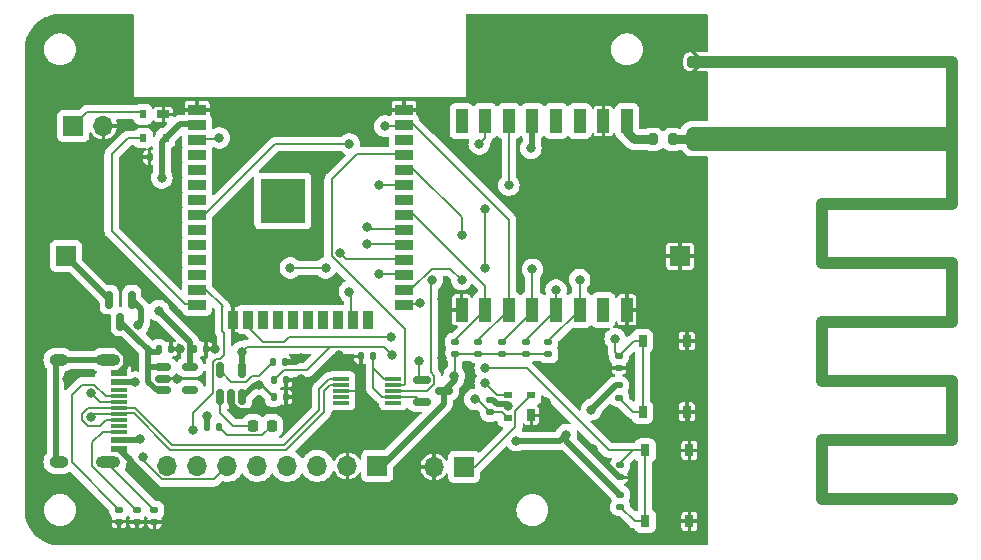
<source format=gtl>
G04 #@! TF.GenerationSoftware,KiCad,Pcbnew,(7.0.0-0)*
G04 #@! TF.CreationDate,2023-03-01T12:49:35+00:00*
G04 #@! TF.ProjectId,winch-link,77696e63-682d-46c6-996e-6b2e6b696361,rev?*
G04 #@! TF.SameCoordinates,Original*
G04 #@! TF.FileFunction,Copper,L1,Top*
G04 #@! TF.FilePolarity,Positive*
%FSLAX46Y46*%
G04 Gerber Fmt 4.6, Leading zero omitted, Abs format (unit mm)*
G04 Created by KiCad (PCBNEW (7.0.0-0)) date 2023-03-01 12:49:35*
%MOMM*%
%LPD*%
G01*
G04 APERTURE LIST*
G04 Aperture macros list*
%AMRoundRect*
0 Rectangle with rounded corners*
0 $1 Rounding radius*
0 $2 $3 $4 $5 $6 $7 $8 $9 X,Y pos of 4 corners*
0 Add a 4 corners polygon primitive as box body*
4,1,4,$2,$3,$4,$5,$6,$7,$8,$9,$2,$3,0*
0 Add four circle primitives for the rounded corners*
1,1,$1+$1,$2,$3*
1,1,$1+$1,$4,$5*
1,1,$1+$1,$6,$7*
1,1,$1+$1,$8,$9*
0 Add four rect primitives between the rounded corners*
20,1,$1+$1,$2,$3,$4,$5,0*
20,1,$1+$1,$4,$5,$6,$7,0*
20,1,$1+$1,$6,$7,$8,$9,0*
20,1,$1+$1,$8,$9,$2,$3,0*%
G04 Aperture macros list end*
G04 #@! TA.AperFunction,EtchedComponent*
%ADD10C,2.000000*%
G04 #@! TD*
G04 #@! TA.AperFunction,EtchedComponent*
%ADD11C,1.000000*%
G04 #@! TD*
G04 #@! TA.AperFunction,SMDPad,CuDef*
%ADD12R,1.000000X2.000000*%
G04 #@! TD*
G04 #@! TA.AperFunction,SMDPad,CuDef*
%ADD13R,1.400000X0.300000*%
G04 #@! TD*
G04 #@! TA.AperFunction,SMDPad,CuDef*
%ADD14RoundRect,0.135000X-0.185000X0.135000X-0.185000X-0.135000X0.185000X-0.135000X0.185000X0.135000X0*%
G04 #@! TD*
G04 #@! TA.AperFunction,SMDPad,CuDef*
%ADD15RoundRect,0.135000X0.185000X-0.135000X0.185000X0.135000X-0.185000X0.135000X-0.185000X-0.135000X0*%
G04 #@! TD*
G04 #@! TA.AperFunction,SMDPad,CuDef*
%ADD16RoundRect,0.248355X-1.108073X-0.248355X1.108073X-0.248355X1.108073X0.248355X-1.108073X0.248355X0*%
G04 #@! TD*
G04 #@! TA.AperFunction,SMDPad,CuDef*
%ADD17RoundRect,0.500000X-0.821500X-0.500000X0.821500X-0.500000X0.821500X0.500000X-0.821500X0.500000X0*%
G04 #@! TD*
G04 #@! TA.AperFunction,SMDPad,CuDef*
%ADD18RoundRect,0.135000X0.135000X0.185000X-0.135000X0.185000X-0.135000X-0.185000X0.135000X-0.185000X0*%
G04 #@! TD*
G04 #@! TA.AperFunction,SMDPad,CuDef*
%ADD19R,0.750000X1.000000*%
G04 #@! TD*
G04 #@! TA.AperFunction,SMDPad,CuDef*
%ADD20R,0.700000X1.000000*%
G04 #@! TD*
G04 #@! TA.AperFunction,SMDPad,CuDef*
%ADD21R,0.700000X0.600000*%
G04 #@! TD*
G04 #@! TA.AperFunction,ComponentPad*
%ADD22R,1.700000X1.700000*%
G04 #@! TD*
G04 #@! TA.AperFunction,SMDPad,CuDef*
%ADD23RoundRect,0.218750X-0.218750X-0.256250X0.218750X-0.256250X0.218750X0.256250X-0.218750X0.256250X0*%
G04 #@! TD*
G04 #@! TA.AperFunction,SMDPad,CuDef*
%ADD24RoundRect,0.135000X-0.135000X-0.185000X0.135000X-0.185000X0.135000X0.185000X-0.135000X0.185000X0*%
G04 #@! TD*
G04 #@! TA.AperFunction,ComponentPad*
%ADD25O,1.700000X1.700000*%
G04 #@! TD*
G04 #@! TA.AperFunction,SMDPad,CuDef*
%ADD26R,1.500000X0.900000*%
G04 #@! TD*
G04 #@! TA.AperFunction,SMDPad,CuDef*
%ADD27R,0.900000X1.500000*%
G04 #@! TD*
G04 #@! TA.AperFunction,ComponentPad*
%ADD28C,0.800000*%
G04 #@! TD*
G04 #@! TA.AperFunction,SMDPad,CuDef*
%ADD29R,3.800000X3.800000*%
G04 #@! TD*
G04 #@! TA.AperFunction,SMDPad,CuDef*
%ADD30RoundRect,0.200000X-0.200000X-0.275000X0.200000X-0.275000X0.200000X0.275000X-0.200000X0.275000X0*%
G04 #@! TD*
G04 #@! TA.AperFunction,SMDPad,CuDef*
%ADD31RoundRect,0.150000X0.150000X-0.512500X0.150000X0.512500X-0.150000X0.512500X-0.150000X-0.512500X0*%
G04 #@! TD*
G04 #@! TA.AperFunction,SMDPad,CuDef*
%ADD32RoundRect,0.150000X-0.512500X-0.150000X0.512500X-0.150000X0.512500X0.150000X-0.512500X0.150000X0*%
G04 #@! TD*
G04 #@! TA.AperFunction,SMDPad,CuDef*
%ADD33RoundRect,0.150000X-0.150000X0.587500X-0.150000X-0.587500X0.150000X-0.587500X0.150000X0.587500X0*%
G04 #@! TD*
G04 #@! TA.AperFunction,SMDPad,CuDef*
%ADD34R,1.000000X0.700000*%
G04 #@! TD*
G04 #@! TA.AperFunction,SMDPad,CuDef*
%ADD35R,0.600000X0.700000*%
G04 #@! TD*
G04 #@! TA.AperFunction,SMDPad,CuDef*
%ADD36R,1.450000X0.600000*%
G04 #@! TD*
G04 #@! TA.AperFunction,SMDPad,CuDef*
%ADD37R,1.450000X0.300000*%
G04 #@! TD*
G04 #@! TA.AperFunction,ComponentPad*
%ADD38O,2.100000X1.000000*%
G04 #@! TD*
G04 #@! TA.AperFunction,ComponentPad*
%ADD39O,1.600000X1.000000*%
G04 #@! TD*
G04 #@! TA.AperFunction,SMDPad,CuDef*
%ADD40RoundRect,0.150000X-0.587500X-0.150000X0.587500X-0.150000X0.587500X0.150000X-0.587500X0.150000X0*%
G04 #@! TD*
G04 #@! TA.AperFunction,ViaPad*
%ADD41C,0.800000*%
G04 #@! TD*
G04 #@! TA.AperFunction,Conductor*
%ADD42C,0.200000*%
G04 #@! TD*
G04 #@! TA.AperFunction,Conductor*
%ADD43C,0.500000*%
G04 #@! TD*
G04 #@! TA.AperFunction,Conductor*
%ADD44C,0.750000*%
G04 #@! TD*
G04 #@! TA.AperFunction,Conductor*
%ADD45C,0.250000*%
G04 #@! TD*
G04 APERTURE END LIST*
D10*
X165431465Y-92925699D02*
X185431465Y-92925699D01*
D11*
X165931465Y-86425699D02*
X185931465Y-86425699D01*
X174931465Y-98425699D02*
X185931465Y-98425699D01*
X174931465Y-103425699D02*
X174931465Y-98425699D01*
X174931465Y-103425699D02*
X185931465Y-103425699D01*
X174931465Y-108425699D02*
X185931465Y-108425699D01*
X174931465Y-113425699D02*
X174931465Y-108425699D01*
X174931465Y-113425699D02*
X185931465Y-113425699D01*
X174931465Y-118425699D02*
X185931465Y-118425699D01*
X174931465Y-123425699D02*
X174931465Y-118425699D01*
X174931465Y-123425699D02*
X185931465Y-123425699D01*
X185931465Y-98425699D02*
X185931465Y-86425699D01*
X185931465Y-108425699D02*
X185931465Y-103425699D01*
X185931465Y-118425699D02*
X185931465Y-113425699D01*
D12*
X144378679Y-107428576D03*
X146378679Y-107428576D03*
X148378679Y-107428576D03*
X150378679Y-107428576D03*
X152378679Y-107428576D03*
X154378679Y-107428576D03*
X156378679Y-107428576D03*
X158378679Y-107428576D03*
X158378679Y-91428576D03*
X156378679Y-91428576D03*
X154378679Y-91428576D03*
X152378679Y-91428576D03*
X150378679Y-91428576D03*
X148378679Y-91428576D03*
X146378679Y-91428576D03*
X144378679Y-91428576D03*
D13*
X134184278Y-113281035D03*
X134184278Y-113781035D03*
X134184278Y-114281035D03*
X134184278Y-114781035D03*
X134184278Y-115281035D03*
X138584278Y-115281035D03*
X138584278Y-114781035D03*
X138584278Y-114281035D03*
X138584278Y-113781035D03*
X138584278Y-113281035D03*
D14*
X151738967Y-110155922D03*
X151738967Y-111175922D03*
D15*
X147804194Y-111175922D03*
X147804194Y-110155922D03*
X157814302Y-124105439D03*
X157814302Y-123085439D03*
X157814302Y-121605439D03*
X157814302Y-120585439D03*
D16*
X164817293Y-86427869D03*
D17*
X164752965Y-92925699D03*
D15*
X157700803Y-112354517D03*
X157700803Y-111334517D03*
D18*
X136888680Y-111378680D03*
X135868680Y-111378680D03*
D19*
X163459571Y-110065862D03*
X163459571Y-116065862D03*
X159709571Y-110065862D03*
X159709571Y-116065862D03*
D20*
X150281054Y-116358981D03*
D21*
X150281054Y-114658981D03*
X148281054Y-114658981D03*
X148281054Y-116558981D03*
D19*
X163673828Y-119326762D03*
X163673828Y-125326762D03*
X159923828Y-119326762D03*
X159923828Y-125326762D03*
D22*
X162878679Y-102878679D03*
D15*
X143804194Y-111175922D03*
X143804194Y-110155922D03*
D14*
X116878680Y-124355121D03*
X116878680Y-125375121D03*
D23*
X126712500Y-117250000D03*
X128287500Y-117250000D03*
D24*
X121740000Y-110750000D03*
X122760000Y-110750000D03*
D22*
X110878679Y-102878679D03*
D18*
X123878680Y-117378680D03*
X122858680Y-117378680D03*
D22*
X144590710Y-120716920D03*
D25*
X142050710Y-120716920D03*
D26*
X121999999Y-90489999D03*
X121999999Y-91759999D03*
X121999999Y-93029999D03*
X121999999Y-94299999D03*
X121999999Y-95569999D03*
X121999999Y-96839999D03*
X121999999Y-98109999D03*
X121999999Y-99379999D03*
X121999999Y-100649999D03*
X121999999Y-101919999D03*
X121999999Y-103189999D03*
X121999999Y-104459999D03*
X121999999Y-105729999D03*
X121999999Y-106999999D03*
D27*
X125039999Y-108249999D03*
X126309999Y-108249999D03*
X127579999Y-108249999D03*
X128849999Y-108249999D03*
X130119999Y-108249999D03*
X131389999Y-108249999D03*
X132659999Y-108249999D03*
X133929999Y-108249999D03*
X135199999Y-108249999D03*
X136469999Y-108249999D03*
D26*
X139499999Y-106999999D03*
X139499999Y-105729999D03*
X139499999Y-104459999D03*
X139499999Y-103189999D03*
X139499999Y-101919999D03*
X139499999Y-100649999D03*
X139499999Y-99379999D03*
X139499999Y-98109999D03*
X139499999Y-96839999D03*
X139499999Y-95569999D03*
X139499999Y-94299999D03*
X139499999Y-93029999D03*
X139499999Y-91759999D03*
X139499999Y-90489999D03*
D28*
X128032116Y-99490863D03*
X128070405Y-96886446D03*
X129250000Y-98210000D03*
D29*
X129249999Y-98209999D03*
D28*
X130471675Y-99478157D03*
X130497087Y-96911539D03*
D18*
X129493209Y-114831082D03*
X128473209Y-114831082D03*
D15*
X149804194Y-111175922D03*
X149804194Y-110155922D03*
D24*
X128473209Y-113378680D03*
X129493209Y-113378680D03*
X118740000Y-110750000D03*
X119760000Y-110750000D03*
D15*
X157700803Y-114854517D03*
X157700803Y-113834517D03*
D18*
X129398680Y-111878680D03*
X128378680Y-111878680D03*
D30*
X160600000Y-93000000D03*
X162250000Y-93000000D03*
D31*
X123930556Y-114816642D03*
X124880556Y-114816642D03*
X125830556Y-114816642D03*
X125830556Y-112541642D03*
X123930556Y-112541642D03*
D24*
X117971849Y-94510000D03*
X118991849Y-94510000D03*
D15*
X145804194Y-111175922D03*
X145804194Y-110155922D03*
D22*
X111514284Y-91853679D03*
D25*
X114054284Y-91853679D03*
D32*
X119112500Y-112300000D03*
X119112500Y-113250000D03*
X119112500Y-114200000D03*
X121387500Y-114200000D03*
X121387500Y-112300000D03*
D15*
X118378680Y-125378680D03*
X118378680Y-124358680D03*
D33*
X116450000Y-106562500D03*
X114550000Y-106562500D03*
X115500000Y-108437500D03*
D34*
X119128679Y-90878679D03*
D35*
X117428679Y-90878679D03*
X117428679Y-92878679D03*
X119328679Y-92878679D03*
D36*
X115378679Y-112735516D03*
X115378679Y-113535516D03*
D37*
X115378679Y-114735516D03*
X115378679Y-115735516D03*
X115378679Y-116235516D03*
X115378679Y-117235516D03*
D36*
X115378679Y-118435516D03*
X115378679Y-119235516D03*
X115378679Y-119235516D03*
X115378679Y-118435516D03*
D37*
X115378679Y-117735516D03*
X115378679Y-116735516D03*
X115378679Y-115235516D03*
X115378679Y-114235516D03*
D36*
X115378679Y-113535516D03*
X115378679Y-112735516D03*
D38*
X114463679Y-111665516D03*
D39*
X110283679Y-111665516D03*
D38*
X114463679Y-120305516D03*
D39*
X110283679Y-120305516D03*
D22*
X137253679Y-120636052D03*
D25*
X134713679Y-120636052D03*
X132173679Y-120636052D03*
X129633679Y-120636052D03*
X127093679Y-120636052D03*
X124553679Y-120636052D03*
X122013679Y-120636052D03*
X119473679Y-120636052D03*
D14*
X115378680Y-124339013D03*
X115378680Y-125359013D03*
D40*
X141009279Y-113331036D03*
X141009279Y-115231036D03*
X142884279Y-114281036D03*
D14*
X146781055Y-115088982D03*
X146781055Y-116108982D03*
D41*
X152378680Y-105750000D03*
X136378680Y-101878680D03*
X137878680Y-91878680D03*
X136378680Y-100378680D03*
X150378680Y-104000000D03*
X137378680Y-96878680D03*
X134878680Y-105878680D03*
X154378680Y-104878680D03*
X134878680Y-93378680D03*
X145878680Y-93378680D03*
X148378680Y-96878680D03*
X146378680Y-103878680D03*
X146378680Y-98878680D03*
X144378680Y-104878680D03*
X150250000Y-93750000D03*
X143750000Y-113000000D03*
X149000000Y-118500000D03*
X145500000Y-115000000D03*
X118750000Y-107500000D03*
X155375000Y-115875000D03*
X153250000Y-118000000D03*
X119000000Y-96250000D03*
X117128680Y-118378680D03*
X117024312Y-108725688D03*
X140750000Y-111750000D03*
X125750000Y-111000000D03*
X116750000Y-113535517D03*
X138500000Y-111250000D03*
X122858680Y-116378680D03*
X134000000Y-111250000D03*
X114500000Y-110000000D03*
X161250000Y-99250000D03*
X139000000Y-124000000D03*
X154000000Y-94500000D03*
X120250000Y-113250000D03*
X158250000Y-97250000D03*
X130750000Y-113250000D03*
X142750000Y-106500000D03*
X148350012Y-115609678D03*
X152500000Y-112500000D03*
X161250000Y-97000000D03*
X123500000Y-110750000D03*
X108750000Y-95750000D03*
X108750000Y-98500000D03*
X108500000Y-117750000D03*
X120750000Y-124000000D03*
X148500000Y-121000000D03*
X132750000Y-105750000D03*
X136500000Y-117000000D03*
X135250000Y-123750000D03*
X122750000Y-124000000D03*
X155500000Y-119250000D03*
X158250000Y-99250000D03*
X144000000Y-117250000D03*
X139000000Y-125750000D03*
X108500000Y-114000000D03*
X152500000Y-120750000D03*
X116250000Y-94750000D03*
X110750000Y-106500000D03*
X120500000Y-110750000D03*
X120500000Y-126000000D03*
X161250000Y-94500000D03*
X108750000Y-92500000D03*
X142750000Y-111500000D03*
X112500000Y-108500000D03*
X130750000Y-111500000D03*
X155500000Y-96250000D03*
X158250000Y-94500000D03*
X111000000Y-113250000D03*
X127250000Y-115500000D03*
X108500000Y-109750000D03*
X151500000Y-115250000D03*
X122750000Y-126000000D03*
X156250000Y-94500000D03*
X135250000Y-125500000D03*
X127250000Y-113750000D03*
X157378680Y-109878680D03*
X123878680Y-92878680D03*
X144378680Y-101078180D03*
X141878680Y-104879180D03*
X113000000Y-114500000D03*
X113000000Y-116500000D03*
X121628680Y-117628680D03*
X117378680Y-119878680D03*
X146378680Y-112378680D03*
X140878680Y-106878680D03*
X137378680Y-104378680D03*
X132878680Y-103878680D03*
X129878680Y-103878680D03*
X134123302Y-102634058D03*
X146378680Y-113628680D03*
X138378680Y-109750000D03*
D42*
X149804194Y-110155922D02*
X149804194Y-110003063D01*
X149804194Y-110003063D02*
X152378680Y-107428577D01*
X136378680Y-101878680D02*
X136397351Y-101860009D01*
X136397351Y-101860009D02*
X139330203Y-101860009D01*
X152378680Y-105750000D02*
X152378680Y-107428577D01*
X145804194Y-110155922D02*
X145804194Y-110003063D01*
X148378680Y-99798486D02*
X140280203Y-91700009D01*
X137878680Y-91878680D02*
X139151532Y-91878680D01*
X148378680Y-107428577D02*
X148378680Y-99798486D01*
X145804194Y-110003063D02*
X148378680Y-107428577D01*
X140280203Y-91700009D02*
X139330203Y-91700009D01*
X139151532Y-91878680D02*
X139330203Y-91700009D01*
X136590009Y-100590009D02*
X139330203Y-100590009D01*
X147804194Y-110155922D02*
X150378680Y-107581436D01*
X136378680Y-100378680D02*
X136590009Y-100590009D01*
X150378680Y-104000000D02*
X150378680Y-107428577D01*
X150378680Y-107581436D02*
X150378680Y-107428577D01*
X137378680Y-96878680D02*
X139231532Y-96878680D01*
X139231532Y-96878680D02*
X139330203Y-96780009D01*
X151738967Y-110068290D02*
X154378680Y-107428577D01*
X151738967Y-110155922D02*
X151738967Y-110068290D01*
X134878680Y-105878680D02*
X135030203Y-106030203D01*
X154378680Y-104878680D02*
X154378680Y-107428577D01*
X135030203Y-106030203D02*
X135030203Y-108190009D01*
D43*
X118062500Y-111000000D02*
X117023959Y-109961459D01*
X115500000Y-108437500D02*
X117023959Y-109961459D01*
X117847918Y-112300000D02*
X119112500Y-112300000D01*
X118551472Y-114200000D02*
X119112500Y-114200000D01*
X117023959Y-109961459D02*
X117847918Y-110785418D01*
X117847918Y-110785418D02*
X117847918Y-112300000D01*
X117847918Y-113496446D02*
X118551472Y-114200000D01*
X117847918Y-112300000D02*
X117847918Y-113496446D01*
X118740000Y-111000000D02*
X118062500Y-111000000D01*
D42*
X146378680Y-91428577D02*
X146378680Y-92878680D01*
X122679991Y-99320009D02*
X121830203Y-99320009D01*
X128621320Y-93378680D02*
X122679991Y-99320009D01*
X134878680Y-93378680D02*
X128621320Y-93378680D01*
X146378680Y-92878680D02*
X145878680Y-93378680D01*
X139330203Y-105670009D02*
X140097901Y-105670009D01*
X141836484Y-103931426D02*
X143431426Y-103931426D01*
X140097901Y-105670009D02*
X141836484Y-103931426D01*
X148378680Y-91428577D02*
X148378680Y-96878680D01*
X146378680Y-98878680D02*
X146378680Y-103878680D01*
X143431426Y-103931426D02*
X144378680Y-104878680D01*
D43*
X118991849Y-93215511D02*
X119328680Y-92878680D01*
X119328680Y-92878680D02*
X120507351Y-91700009D01*
X142884279Y-115365721D02*
X137613947Y-120636053D01*
X119000000Y-96250000D02*
X119000000Y-94518151D01*
X152750000Y-118500000D02*
X153250000Y-118000000D01*
X155375000Y-115875000D02*
X157415483Y-113834517D01*
D42*
X147804194Y-111175922D02*
X149804194Y-111175922D01*
D43*
X119000000Y-94518151D02*
X118991849Y-94510000D01*
X120507351Y-91700009D02*
X121830203Y-91700009D01*
X149000000Y-118500000D02*
X152750000Y-118500000D01*
X142884279Y-114281036D02*
X142884279Y-115365721D01*
D42*
X149804194Y-111175922D02*
X151738967Y-111175922D01*
D43*
X143750000Y-113000000D02*
X143804194Y-113054194D01*
X121387500Y-110137500D02*
X121387500Y-112300000D01*
X143804194Y-113361121D02*
X142884279Y-114281036D01*
D42*
X145500000Y-115000000D02*
X145672073Y-115000000D01*
D43*
X143804194Y-113054194D02*
X143804194Y-113361121D01*
D42*
X145804194Y-111175922D02*
X147804194Y-111175922D01*
D43*
X150378680Y-91428577D02*
X150378680Y-93621320D01*
D42*
X143804194Y-111175922D02*
X143804194Y-112945806D01*
D43*
X137613947Y-120636053D02*
X137253680Y-120636053D01*
X118750000Y-107500000D02*
X121387500Y-110137500D01*
D42*
X143804194Y-112945806D02*
X143750000Y-113000000D01*
X146781055Y-116108982D02*
X147831055Y-116108982D01*
X147831055Y-116108982D02*
X148281055Y-116558982D01*
D43*
X157415483Y-113834517D02*
X157700803Y-113834517D01*
X153250000Y-118521137D02*
X157814302Y-123085439D01*
D42*
X145672073Y-115000000D02*
X146781055Y-116108982D01*
D43*
X150378680Y-93621320D02*
X150250000Y-93750000D01*
D42*
X143804194Y-111175922D02*
X145804194Y-111175922D01*
D43*
X153250000Y-118000000D02*
X153250000Y-118521137D01*
X118991849Y-94510000D02*
X118991849Y-93215511D01*
X117250000Y-107362500D02*
X116450000Y-106562500D01*
X115378680Y-118435517D02*
X117071843Y-118435517D01*
X117071843Y-118435517D02*
X117128680Y-118378680D01*
X125750000Y-111000000D02*
X125750000Y-112461086D01*
D42*
X140750000Y-113071757D02*
X141009279Y-113331036D01*
X128473209Y-113378680D02*
X129353209Y-112498680D01*
D43*
X117024312Y-108725688D02*
X117250000Y-108500000D01*
X117250000Y-108500000D02*
X117250000Y-107362500D01*
D42*
X140750000Y-111750000D02*
X140750000Y-113071757D01*
X131750000Y-110550000D02*
X137800000Y-110550000D01*
X125750000Y-111000000D02*
X126200000Y-110550000D01*
X126200000Y-110550000D02*
X131750000Y-110550000D01*
X137800000Y-110550000D02*
X138500000Y-111250000D01*
X129353209Y-112498680D02*
X131301320Y-112498680D01*
D43*
X116750000Y-113535517D02*
X115378680Y-113535517D01*
D42*
X131301320Y-112498680D02*
X133250000Y-110550000D01*
D43*
X122858680Y-117378680D02*
X122858680Y-116378680D01*
D42*
X126712500Y-117250000D02*
X125000000Y-117250000D01*
X123930556Y-116180556D02*
X123930556Y-114816642D01*
X125000000Y-117250000D02*
X123930556Y-116180556D01*
X163673829Y-119326763D02*
X163673829Y-125326763D01*
D43*
X115963680Y-112150517D02*
X115378680Y-112735517D01*
X147061164Y-115088982D02*
X147381164Y-115408982D01*
X157814302Y-121605439D02*
X157686987Y-121605439D01*
D42*
X135868680Y-113881320D02*
X135868680Y-111378680D01*
X119760000Y-110750000D02*
X120500000Y-110750000D01*
D43*
X148149316Y-115408982D02*
X148350012Y-115609678D01*
X146781055Y-115088982D02*
X147061164Y-115088982D01*
X120143163Y-124000000D02*
X115378680Y-119235517D01*
D42*
X134184279Y-114281036D02*
X135468964Y-114281036D01*
D43*
X120750000Y-124000000D02*
X120143163Y-124000000D01*
X155500000Y-119418452D02*
X155500000Y-119250000D01*
D42*
X163673829Y-119326763D02*
X163673829Y-116280120D01*
D43*
X114691666Y-110000000D02*
X115963680Y-111272014D01*
X126750000Y-116000000D02*
X127250000Y-115500000D01*
X124880556Y-114816642D02*
X124880556Y-115377670D01*
X130371320Y-111878680D02*
X130750000Y-111500000D01*
X129398680Y-111878680D02*
X130371320Y-111878680D01*
D42*
X122760000Y-110750000D02*
X123500000Y-110750000D01*
D43*
X147381164Y-115408982D02*
X148149316Y-115408982D01*
D42*
X135468964Y-114281036D02*
X135868680Y-113881320D01*
X127250000Y-115500000D02*
X126970858Y-115779142D01*
D43*
X125502886Y-116000000D02*
X126750000Y-116000000D01*
D42*
X124880556Y-115165538D02*
X124880556Y-114816642D01*
D43*
X114500000Y-110000000D02*
X114691666Y-110000000D01*
D44*
X164817293Y-86427869D02*
X164745162Y-86500000D01*
D42*
X163459572Y-110065863D02*
X163459572Y-116065863D01*
D43*
X157686987Y-121605439D02*
X155500000Y-119418452D01*
X115963680Y-111272014D02*
X115963680Y-112150517D01*
X124880556Y-115377670D02*
X125502886Y-116000000D01*
D42*
X163673829Y-116280120D02*
X163459572Y-116065863D01*
D43*
X127250000Y-113750000D02*
X126897198Y-113750000D01*
X126897198Y-113750000D02*
X125830556Y-114816642D01*
D45*
X127250000Y-113750000D02*
X127392127Y-113750000D01*
X127392127Y-113750000D02*
X128473209Y-114831082D01*
D43*
X114550000Y-106550000D02*
X114550000Y-106562500D01*
X110878680Y-102878680D02*
X114550000Y-106550000D01*
D42*
X158969457Y-110065863D02*
X157700803Y-111334517D01*
X159709572Y-110065863D02*
X158969457Y-110065863D01*
X157378680Y-111012394D02*
X157700803Y-111334517D01*
X123787351Y-92970009D02*
X123878680Y-92878680D01*
X158912149Y-116065863D02*
X159709572Y-116065863D01*
X157378680Y-109878680D02*
X157378680Y-111012394D01*
X157700803Y-114854517D02*
X158912149Y-116065863D01*
X121830203Y-92970009D02*
X123787351Y-92970009D01*
X159709572Y-110065863D02*
X159709572Y-116065863D01*
X113113680Y-118643680D02*
X114021843Y-117735517D01*
X116878680Y-124355121D02*
X116831913Y-124355121D01*
X113113680Y-120636888D02*
X113113680Y-118643680D01*
X116831913Y-124355121D02*
X113113680Y-120636888D01*
X114021843Y-117735517D02*
X115378680Y-117735517D01*
X110283680Y-111665517D02*
X110050000Y-111899197D01*
X110050000Y-120071837D02*
X110283680Y-120305517D01*
D43*
X110000000Y-120021837D02*
X110050000Y-120071837D01*
X110000000Y-111949197D02*
X110000000Y-120021837D01*
D42*
X114463680Y-120305517D02*
X114463680Y-120443680D01*
D43*
X110283680Y-111665517D02*
X114463680Y-111665517D01*
D42*
X114463680Y-120443680D02*
X118378680Y-124358680D01*
D43*
X110050000Y-111899197D02*
X110000000Y-111949197D01*
D42*
X112250000Y-113750000D02*
X113250000Y-113750000D01*
X111383680Y-114616320D02*
X112250000Y-113750000D01*
X111383680Y-120344013D02*
X111383680Y-114616320D01*
X113250000Y-113750000D02*
X114235517Y-114735517D01*
X115378680Y-124339013D02*
X111383680Y-120344013D01*
X114235517Y-114735517D02*
X115378680Y-114735517D01*
X124893056Y-113504142D02*
X123930556Y-112541642D01*
X127257360Y-113000000D02*
X126671094Y-113000000D01*
X128378680Y-111878680D02*
X127257360Y-113000000D01*
X126671094Y-113000000D02*
X126166952Y-113504142D01*
X126166952Y-113504142D02*
X124893056Y-113504142D01*
D44*
X163856465Y-93000000D02*
X163856465Y-92925699D01*
X162250000Y-93000000D02*
X163856465Y-93000000D01*
D42*
X133378680Y-96378680D02*
X135517351Y-94240009D01*
X135517351Y-94240009D02*
X139330203Y-94240009D01*
X138584279Y-113781036D02*
X139534279Y-113781036D01*
X139584279Y-109084279D02*
X133378680Y-102878680D01*
X133378680Y-102878680D02*
X133378680Y-96378680D01*
X139534279Y-113781036D02*
X139584279Y-113731036D01*
X139584279Y-113731036D02*
X139584279Y-109084279D01*
X141433175Y-114281036D02*
X138584279Y-114281036D01*
X141878680Y-104879180D02*
X141750000Y-105007860D01*
X141750000Y-112697861D02*
X142046779Y-112994640D01*
X142046779Y-112994640D02*
X142046779Y-113667432D01*
X142046779Y-113667432D02*
X141433175Y-114281036D01*
X144378680Y-99608486D02*
X144378680Y-101078180D01*
X141750000Y-105007860D02*
X141750000Y-112697861D01*
X139330203Y-95510009D02*
X140280203Y-95510009D01*
X140280203Y-95510009D02*
X144378680Y-99608486D01*
X115378680Y-116235517D02*
X115428680Y-116185517D01*
X113735517Y-115235517D02*
X115378680Y-115235517D01*
X113000000Y-114500000D02*
X113735517Y-115235517D01*
X116619831Y-116185517D02*
X119712995Y-119278680D01*
X132750000Y-114265315D02*
X133234279Y-113781036D01*
X133234279Y-113781036D02*
X134184279Y-113781036D01*
X113000000Y-116500000D02*
X113264483Y-116235517D01*
X115428680Y-116185517D02*
X116619831Y-116185517D01*
X119712995Y-119278680D02*
X129537006Y-119278680D01*
X113264483Y-116235517D02*
X115378680Y-116235517D01*
X132750000Y-116065686D02*
X132750000Y-114265315D01*
X129537006Y-119278680D02*
X132750000Y-116065686D01*
X113750000Y-117250000D02*
X114264483Y-116735517D01*
X133168593Y-113281036D02*
X134184279Y-113281036D01*
X129371320Y-118878680D02*
X132350000Y-115900000D01*
X112750000Y-117250000D02*
X113750000Y-117250000D01*
X119878680Y-118878680D02*
X129371320Y-118878680D01*
X112774533Y-115735517D02*
X112250000Y-116260050D01*
X132350000Y-115900000D02*
X132350000Y-114099629D01*
X115378680Y-115735517D02*
X116735517Y-115735517D01*
X115378680Y-115735517D02*
X112774533Y-115735517D01*
X132350000Y-114099629D02*
X133168593Y-113281036D01*
X114264483Y-116735517D02*
X115378680Y-116735517D01*
X112250000Y-116260050D02*
X112250000Y-116750000D01*
X112250000Y-116750000D02*
X112750000Y-117250000D01*
X116735517Y-115735517D02*
X119878680Y-118878680D01*
X124250000Y-109369806D02*
X124120203Y-109240009D01*
X121628680Y-116152061D02*
X123330556Y-114450185D01*
X124250000Y-111250000D02*
X124250000Y-109369806D01*
X124140009Y-107140009D02*
X122670009Y-105670009D01*
X123920858Y-111579142D02*
X124250000Y-111250000D01*
X123594160Y-111579142D02*
X123920858Y-111579142D01*
X117378680Y-120167399D02*
X118997334Y-121786053D01*
X124120203Y-109240009D02*
X124120203Y-107159815D01*
X121628680Y-117628680D02*
X121628680Y-116152061D01*
X124120203Y-107159815D02*
X124140009Y-107140009D01*
X123330556Y-111842746D02*
X123594160Y-111579142D01*
X122670009Y-105670009D02*
X121830203Y-105670009D01*
X123330556Y-114450185D02*
X123330556Y-111842746D01*
X118997334Y-121786053D02*
X123403680Y-121786053D01*
X117378680Y-119878680D02*
X117378680Y-120167399D01*
X123403680Y-121786053D02*
X124553680Y-120636053D01*
X159035626Y-125326763D02*
X159923829Y-125326763D01*
X149878680Y-112378680D02*
X156826763Y-119326763D01*
X158878680Y-119326763D02*
X159923829Y-119326763D01*
X140817351Y-106940009D02*
X140878680Y-106878680D01*
X156826763Y-119326763D02*
X158878680Y-119326763D01*
X146378680Y-112378680D02*
X149878680Y-112378680D01*
X157814302Y-120585439D02*
X157814302Y-120391141D01*
X139330203Y-106940009D02*
X140817351Y-106940009D01*
X157814302Y-124105439D02*
X159035626Y-125326763D01*
X157814302Y-120391141D02*
X158878680Y-119326763D01*
X159923829Y-119326763D02*
X159923829Y-125326763D01*
X117253680Y-90703680D02*
X117428680Y-90878680D01*
X112664285Y-90703680D02*
X117253680Y-90703680D01*
X111514285Y-91853680D02*
X112664285Y-90703680D01*
X145540439Y-120716921D02*
X144590711Y-120716921D01*
X148931055Y-116008982D02*
X148931055Y-117326305D01*
X150281055Y-114658982D02*
X148931055Y-116008982D01*
X148931055Y-117326305D02*
X145540439Y-120716921D01*
X139308874Y-104378680D02*
X139330203Y-104400009D01*
X137378680Y-104378680D02*
X139308874Y-104378680D01*
X134123302Y-102634058D02*
X134619253Y-103130009D01*
X129878680Y-103878680D02*
X132878680Y-103878680D01*
X134619253Y-103130009D02*
X139330203Y-103130009D01*
X114750000Y-94250000D02*
X114750000Y-100750000D01*
X117428680Y-92878680D02*
X116121320Y-92878680D01*
X116121320Y-92878680D02*
X114750000Y-94250000D01*
X120940009Y-106940009D02*
X121830203Y-106940009D01*
X114750000Y-100750000D02*
X120940009Y-106940009D01*
X147408982Y-114658982D02*
X148281055Y-114658982D01*
X127548874Y-110128680D02*
X126140203Y-108720009D01*
X126140203Y-108720009D02*
X126140203Y-108190009D01*
X146378680Y-113628680D02*
X147408982Y-114658982D01*
X138378680Y-109750000D02*
X129750000Y-109750000D01*
X129750000Y-109750000D02*
X129371320Y-110128680D01*
X129371320Y-110128680D02*
X127548874Y-110128680D01*
X146378680Y-105418486D02*
X140280203Y-99320009D01*
X143804194Y-110155922D02*
X143804194Y-110003063D01*
X143804194Y-110003063D02*
X146378680Y-107428577D01*
X146378680Y-107428577D02*
X146378680Y-105418486D01*
X140280203Y-99320009D02*
X139330203Y-99320009D01*
D44*
X158378680Y-92378680D02*
X159000000Y-93000000D01*
X158378680Y-91428577D02*
X158378680Y-92378680D01*
X159000000Y-93000000D02*
X160600000Y-93000000D01*
D42*
X123878680Y-117378680D02*
X124525000Y-118025000D01*
X127512500Y-118025000D02*
X128287500Y-117250000D01*
X124525000Y-118025000D02*
X127512500Y-118025000D01*
X140559279Y-114781036D02*
X141009279Y-115231036D01*
X138584279Y-114781036D02*
X140559279Y-114781036D01*
X138584279Y-113281036D02*
X137791036Y-113281036D01*
X137791036Y-113281036D02*
X136888680Y-112378680D01*
X137634279Y-114781036D02*
X136888680Y-114035437D01*
X136888680Y-112378680D02*
X136888680Y-111378680D01*
X136888680Y-114035437D02*
X136888680Y-112378680D01*
X138584279Y-114781036D02*
X137634279Y-114781036D01*
G04 #@! TA.AperFunction,Conductor*
G36*
X159076836Y-120071001D02*
G01*
X159121493Y-120104430D01*
X159172056Y-120171975D01*
X159185568Y-120190024D01*
X159191236Y-120194267D01*
X159191240Y-120194271D01*
X159275658Y-120257466D01*
X159304857Y-120292405D01*
X159315329Y-120336719D01*
X159315329Y-124316807D01*
X159304857Y-124361121D01*
X159275658Y-124396060D01*
X159191234Y-124459258D01*
X159191224Y-124459267D01*
X159185568Y-124463502D01*
X159181330Y-124469161D01*
X159179953Y-124470540D01*
X159135573Y-124496161D01*
X159084328Y-124496160D01*
X159039948Y-124470537D01*
X158876783Y-124307372D01*
X158671797Y-124102385D01*
X158650337Y-124070268D01*
X158642801Y-124032382D01*
X158642801Y-123907402D01*
X158642801Y-123907398D01*
X158642801Y-123905451D01*
X158639931Y-123868973D01*
X158594571Y-123712843D01*
X158554939Y-123645830D01*
X158541154Y-123595439D01*
X158554939Y-123545047D01*
X158594571Y-123478035D01*
X158639931Y-123321905D01*
X158642802Y-123285428D01*
X158642801Y-122885451D01*
X158639931Y-122848973D01*
X158594571Y-122692843D01*
X158511808Y-122552898D01*
X158396843Y-122437933D01*
X158332369Y-122399803D01*
X158262256Y-122358338D01*
X158262251Y-122358336D01*
X158256898Y-122355170D01*
X158250916Y-122353432D01*
X158173025Y-122330802D01*
X158130516Y-122305610D01*
X158105477Y-122263011D01*
X158104147Y-122213616D01*
X158126857Y-122169731D01*
X158167948Y-122142288D01*
X158197862Y-122131820D01*
X158210827Y-122124968D01*
X158304396Y-122055910D01*
X158314773Y-122045533D01*
X158383831Y-121951964D01*
X158390686Y-121938995D01*
X158429555Y-121827911D01*
X158432108Y-121816228D01*
X158434086Y-121795129D01*
X158434302Y-121790522D01*
X158434302Y-121768472D01*
X158431547Y-121758193D01*
X158421269Y-121755439D01*
X157763302Y-121755439D01*
X157713802Y-121742176D01*
X157677565Y-121705939D01*
X157664302Y-121656439D01*
X157664302Y-121554439D01*
X157677565Y-121504939D01*
X157713802Y-121468702D01*
X157763302Y-121455439D01*
X158421269Y-121455439D01*
X158431547Y-121452684D01*
X158434302Y-121442406D01*
X158434302Y-121420356D01*
X158434086Y-121415748D01*
X158432108Y-121394649D01*
X158429555Y-121382966D01*
X158402734Y-121306315D01*
X158399660Y-121251587D01*
X158426175Y-121203613D01*
X158507403Y-121122385D01*
X158507403Y-121122384D01*
X158511808Y-121117980D01*
X158594571Y-120978035D01*
X158639931Y-120821905D01*
X158642802Y-120785428D01*
X158642801Y-120464196D01*
X158650337Y-120426311D01*
X158671794Y-120394196D01*
X158972237Y-120093753D01*
X159021195Y-120067021D01*
X159076836Y-120071001D01*
G37*
G04 #@! TD.AperFunction*
G04 #@! TA.AperFunction,Conductor*
G36*
X154287858Y-117648407D02*
G01*
X156363701Y-119724250D01*
X156372239Y-119733986D01*
X156382071Y-119746800D01*
X156392776Y-119760750D01*
X156424688Y-119785237D01*
X156424691Y-119785240D01*
X156519887Y-119858287D01*
X156566400Y-119877553D01*
X156667913Y-119919601D01*
X156786878Y-119935263D01*
X156786885Y-119935263D01*
X156826763Y-119940513D01*
X156860209Y-119936109D01*
X156873130Y-119935263D01*
X157012799Y-119935263D01*
X157062523Y-119948656D01*
X157098793Y-119985212D01*
X157111796Y-120035040D01*
X157098013Y-120084658D01*
X157037204Y-120187480D01*
X157037202Y-120187484D01*
X157034033Y-120192843D01*
X157032294Y-120198826D01*
X157032294Y-120198828D01*
X156990084Y-120344113D01*
X156990082Y-120344121D01*
X156988673Y-120348973D01*
X156988276Y-120354013D01*
X156988276Y-120354015D01*
X156985954Y-120383510D01*
X156985953Y-120383527D01*
X156985802Y-120385450D01*
X156985802Y-120387397D01*
X156985802Y-120387398D01*
X156985802Y-120783475D01*
X156985802Y-120783500D01*
X156985803Y-120785427D01*
X156988673Y-120821905D01*
X156990083Y-120826761D01*
X156990084Y-120826762D01*
X157030657Y-120966416D01*
X157031630Y-121018053D01*
X157006466Y-121063154D01*
X156962011Y-121089445D01*
X156910366Y-121089769D01*
X156865584Y-121064040D01*
X154149146Y-118347602D01*
X154122885Y-118300709D01*
X154124996Y-118247004D01*
X154143542Y-118189928D01*
X154163504Y-118000000D01*
X154143542Y-117810072D01*
X154123700Y-117749005D01*
X154121238Y-117696816D01*
X154145686Y-117650641D01*
X154190233Y-117623342D01*
X154242474Y-117622521D01*
X154287858Y-117648407D01*
G37*
G04 #@! TD.AperFunction*
G04 #@! TA.AperFunction,Conductor*
G36*
X151308559Y-114669108D02*
G01*
X153598671Y-116959220D01*
X153624020Y-117002601D01*
X153624809Y-117052839D01*
X153600835Y-117096994D01*
X153558272Y-117123694D01*
X153508084Y-117126061D01*
X153350561Y-117092578D01*
X153350556Y-117092577D01*
X153345487Y-117091500D01*
X153154513Y-117091500D01*
X153149444Y-117092577D01*
X153149438Y-117092578D01*
X152972783Y-117130128D01*
X152972781Y-117130128D01*
X152967712Y-117131206D01*
X152962978Y-117133313D01*
X152962974Y-117133315D01*
X152797981Y-117206774D01*
X152797975Y-117206777D01*
X152793248Y-117208882D01*
X152789063Y-117211922D01*
X152789057Y-117211926D01*
X152642939Y-117318087D01*
X152642931Y-117318093D01*
X152638747Y-117321134D01*
X152635280Y-117324983D01*
X152635277Y-117324987D01*
X152514432Y-117459199D01*
X152514428Y-117459203D01*
X152510960Y-117463056D01*
X152508370Y-117467540D01*
X152508364Y-117467550D01*
X152418067Y-117623950D01*
X152418064Y-117623954D01*
X152415473Y-117628444D01*
X152413874Y-117633363D01*
X152413869Y-117633376D01*
X152400966Y-117673092D01*
X152380383Y-117708744D01*
X152347078Y-117732941D01*
X152306811Y-117741500D01*
X149565876Y-117741500D01*
X149519208Y-117729810D01*
X149483561Y-117697501D01*
X149467353Y-117652204D01*
X149474412Y-117604614D01*
X149492359Y-117561286D01*
X149523893Y-117485156D01*
X149530607Y-117434155D01*
X149539555Y-117366190D01*
X149539555Y-117366185D01*
X149544805Y-117326305D01*
X149540401Y-117292858D01*
X149539555Y-117279938D01*
X149539555Y-117130755D01*
X149556240Y-117075754D01*
X149600669Y-117039291D01*
X149657869Y-117033657D01*
X149708559Y-117060751D01*
X149752092Y-117104284D01*
X149766966Y-117114473D01*
X149854367Y-117153064D01*
X149868579Y-117156930D01*
X149883413Y-117158651D01*
X149889127Y-117158982D01*
X150118022Y-117158982D01*
X150128300Y-117156227D01*
X150131055Y-117145949D01*
X150131055Y-117145948D01*
X150431055Y-117145948D01*
X150433809Y-117156226D01*
X150444088Y-117158981D01*
X150672992Y-117158981D01*
X150678682Y-117158652D01*
X150693534Y-117156929D01*
X150707740Y-117153064D01*
X150795143Y-117114473D01*
X150810017Y-117104284D01*
X150876357Y-117037944D01*
X150886546Y-117023070D01*
X150925137Y-116935669D01*
X150929003Y-116921457D01*
X150930724Y-116906623D01*
X150931055Y-116900910D01*
X150931055Y-116522015D01*
X150928300Y-116511736D01*
X150918022Y-116508982D01*
X150444088Y-116508982D01*
X150433809Y-116511736D01*
X150431055Y-116522015D01*
X150431055Y-117145948D01*
X150131055Y-117145948D01*
X150131055Y-116307982D01*
X150144318Y-116258482D01*
X150180555Y-116222245D01*
X150230055Y-116208982D01*
X150918021Y-116208982D01*
X150928299Y-116206227D01*
X150931054Y-116195949D01*
X150931054Y-115817045D01*
X150930725Y-115811354D01*
X150929002Y-115796502D01*
X150925137Y-115782296D01*
X150886546Y-115694893D01*
X150876357Y-115680019D01*
X150810017Y-115613679D01*
X150798430Y-115605742D01*
X150764153Y-115564815D01*
X150756111Y-115512039D01*
X150776645Y-115462760D01*
X150819779Y-115431309D01*
X150877259Y-115409871D01*
X150994316Y-115322243D01*
X151081944Y-115205186D01*
X151133044Y-115068183D01*
X151139555Y-115007620D01*
X151139555Y-114739112D01*
X151156240Y-114684111D01*
X151200669Y-114647648D01*
X151257869Y-114642014D01*
X151308559Y-114669108D01*
G37*
G04 #@! TD.AperFunction*
G04 #@! TA.AperFunction,Conductor*
G36*
X155457934Y-108715048D02*
G01*
X155511172Y-108786166D01*
X155511175Y-108786169D01*
X155515419Y-108791838D01*
X155521087Y-108796081D01*
X155626810Y-108875225D01*
X155626812Y-108875226D01*
X155632476Y-108879466D01*
X155769479Y-108930566D01*
X155830042Y-108937077D01*
X155832689Y-108937077D01*
X156824362Y-108937077D01*
X156882553Y-108955984D01*
X156918517Y-109005484D01*
X156918517Y-109066670D01*
X156882553Y-109116169D01*
X156871560Y-109124157D01*
X156771619Y-109196767D01*
X156771611Y-109196773D01*
X156767427Y-109199814D01*
X156763960Y-109203663D01*
X156763957Y-109203667D01*
X156643112Y-109337879D01*
X156643108Y-109337883D01*
X156639640Y-109341736D01*
X156637050Y-109346220D01*
X156637044Y-109346230D01*
X156546747Y-109502630D01*
X156546744Y-109502634D01*
X156544153Y-109507124D01*
X156542554Y-109512044D01*
X156542550Y-109512054D01*
X156486740Y-109683820D01*
X156486739Y-109683824D01*
X156485138Y-109688752D01*
X156484596Y-109693901D01*
X156484595Y-109693910D01*
X156469302Y-109839425D01*
X156465176Y-109878680D01*
X156465718Y-109883837D01*
X156484595Y-110063449D01*
X156484596Y-110063456D01*
X156485138Y-110068608D01*
X156486739Y-110073537D01*
X156486740Y-110073539D01*
X156542550Y-110245305D01*
X156542552Y-110245311D01*
X156544153Y-110250236D01*
X156546746Y-110254728D01*
X156546747Y-110254729D01*
X156637044Y-110411129D01*
X156637047Y-110411134D01*
X156639640Y-110415624D01*
X156643112Y-110419480D01*
X156744751Y-110532362D01*
X156763604Y-110563128D01*
X156770180Y-110598606D01*
X156770180Y-110966027D01*
X156769333Y-110978947D01*
X156764930Y-111012394D01*
X156765777Y-111018828D01*
X156770180Y-111052274D01*
X156770180Y-111052279D01*
X156781183Y-111135856D01*
X156784994Y-111164809D01*
X156784995Y-111164814D01*
X156785842Y-111171245D01*
X156788325Y-111177241D01*
X156788326Y-111177242D01*
X156834022Y-111287563D01*
X156847156Y-111319270D01*
X156851102Y-111324413D01*
X156851106Y-111324419D01*
X156851846Y-111325383D01*
X156854129Y-111329655D01*
X156854351Y-111330039D01*
X156854338Y-111330046D01*
X156867049Y-111353827D01*
X156872303Y-111385648D01*
X156872303Y-111532554D01*
X156872303Y-111532579D01*
X156872304Y-111534505D01*
X156872457Y-111536445D01*
X156872457Y-111536449D01*
X156873592Y-111550882D01*
X156875174Y-111570983D01*
X156920534Y-111727113D01*
X157003297Y-111867058D01*
X157007698Y-111871459D01*
X157088930Y-111952691D01*
X157115444Y-112000665D01*
X157112371Y-112055392D01*
X157085548Y-112132049D01*
X157082996Y-112143727D01*
X157081018Y-112164826D01*
X157080803Y-112169434D01*
X157080803Y-112191484D01*
X157083557Y-112201762D01*
X157093836Y-112204517D01*
X158307770Y-112204517D01*
X158318048Y-112201762D01*
X158320803Y-112191484D01*
X158320803Y-112169434D01*
X158320587Y-112164826D01*
X158318609Y-112143727D01*
X158316056Y-112132044D01*
X158289235Y-112055393D01*
X158286161Y-112000665D01*
X158312676Y-111952691D01*
X158393904Y-111871463D01*
X158393904Y-111871462D01*
X158398309Y-111867058D01*
X158481072Y-111727113D01*
X158526432Y-111570983D01*
X158529303Y-111534506D01*
X158529302Y-111407572D01*
X158536838Y-111369688D01*
X158558295Y-111337572D01*
X158908042Y-110987825D01*
X158947901Y-110963532D01*
X158994463Y-110960202D01*
X159037374Y-110978579D01*
X159061402Y-110996567D01*
X159090601Y-111031506D01*
X159101072Y-111075819D01*
X159101072Y-115055907D01*
X159090600Y-115100221D01*
X159061400Y-115135161D01*
X159004598Y-115177682D01*
X158961687Y-115196057D01*
X158915126Y-115192727D01*
X158875266Y-115168432D01*
X158737870Y-115031036D01*
X158558296Y-114851461D01*
X158536838Y-114819346D01*
X158529302Y-114781460D01*
X158529302Y-114656480D01*
X158529302Y-114654529D01*
X158526432Y-114618051D01*
X158481072Y-114461921D01*
X158441441Y-114394910D01*
X158427655Y-114344515D01*
X158441439Y-114294126D01*
X158481072Y-114227113D01*
X158526432Y-114070983D01*
X158529303Y-114034506D01*
X158529302Y-113634529D01*
X158526432Y-113598051D01*
X158481072Y-113441921D01*
X158398309Y-113301976D01*
X158283344Y-113187011D01*
X158143399Y-113104248D01*
X158102494Y-113092364D01*
X158059525Y-113079880D01*
X158017015Y-113054688D01*
X157991977Y-113012089D01*
X157990647Y-112962694D01*
X158013357Y-112918808D01*
X158054449Y-112891366D01*
X158084361Y-112880899D01*
X158097328Y-112874046D01*
X158190897Y-112804988D01*
X158201274Y-112794611D01*
X158270332Y-112701042D01*
X158277187Y-112688073D01*
X158316056Y-112576989D01*
X158318609Y-112565306D01*
X158320587Y-112544207D01*
X158320803Y-112539600D01*
X158320803Y-112517550D01*
X158318048Y-112507271D01*
X158307770Y-112504517D01*
X157093836Y-112504517D01*
X157083557Y-112507271D01*
X157080803Y-112517550D01*
X157080803Y-112539600D01*
X157081018Y-112544207D01*
X157082996Y-112565306D01*
X157085549Y-112576989D01*
X157124418Y-112688073D01*
X157131273Y-112701042D01*
X157200331Y-112794611D01*
X157210708Y-112804988D01*
X157304277Y-112874046D01*
X157317244Y-112880899D01*
X157342053Y-112889580D01*
X157385668Y-112919956D01*
X157407287Y-112968512D01*
X157400680Y-113021250D01*
X157367749Y-113062971D01*
X157317988Y-113081648D01*
X157266800Y-113086127D01*
X157266795Y-113086127D01*
X157261057Y-113086630D01*
X157255587Y-113088441D01*
X157250302Y-113089533D01*
X157245085Y-113090769D01*
X157239370Y-113091438D01*
X157233965Y-113093405D01*
X157233953Y-113093408D01*
X157167776Y-113117494D01*
X157165060Y-113118438D01*
X157098220Y-113140587D01*
X157098207Y-113140592D01*
X157092745Y-113142403D01*
X157087843Y-113145425D01*
X157082939Y-113147713D01*
X157078161Y-113150112D01*
X157072751Y-113152082D01*
X157067941Y-113155245D01*
X157067934Y-113155249D01*
X157009108Y-113193940D01*
X157006681Y-113195486D01*
X156946739Y-113232459D01*
X156946731Y-113232465D01*
X156941832Y-113235487D01*
X156937761Y-113239556D01*
X156933518Y-113242912D01*
X156929418Y-113246352D01*
X156924609Y-113249516D01*
X156920657Y-113253704D01*
X156920653Y-113253708D01*
X156872320Y-113304937D01*
X156870315Y-113307002D01*
X155213010Y-114964307D01*
X155163591Y-114991139D01*
X155097787Y-115005127D01*
X155097785Y-115005127D01*
X155092712Y-115006206D01*
X155087975Y-115008314D01*
X155087972Y-115008316D01*
X154922981Y-115081774D01*
X154922975Y-115081777D01*
X154918248Y-115083882D01*
X154914063Y-115086922D01*
X154914057Y-115086926D01*
X154767939Y-115193087D01*
X154767931Y-115193093D01*
X154763747Y-115196134D01*
X154760280Y-115199983D01*
X154760277Y-115199987D01*
X154639432Y-115334199D01*
X154639428Y-115334203D01*
X154635960Y-115338056D01*
X154633370Y-115342540D01*
X154633364Y-115342550D01*
X154543067Y-115498950D01*
X154543064Y-115498954D01*
X154540473Y-115503444D01*
X154538874Y-115508364D01*
X154538870Y-115508374D01*
X154483060Y-115680140D01*
X154483059Y-115680144D01*
X154481458Y-115685072D01*
X154480916Y-115690221D01*
X154480915Y-115690230D01*
X154461702Y-115873035D01*
X154440990Y-115923977D01*
X154396291Y-115956009D01*
X154341395Y-115959246D01*
X154293240Y-115932691D01*
X150349574Y-111989025D01*
X150322142Y-111936552D01*
X150329564Y-111877808D01*
X150369183Y-111833807D01*
X150386735Y-111823428D01*
X150396745Y-111813417D01*
X150428863Y-111791958D01*
X150466749Y-111784422D01*
X151076412Y-111784422D01*
X151114298Y-111791958D01*
X151146415Y-111813417D01*
X151156426Y-111823428D01*
X151296371Y-111906191D01*
X151452501Y-111951551D01*
X151488978Y-111954422D01*
X151988955Y-111954421D01*
X152025433Y-111951551D01*
X152181563Y-111906191D01*
X152321508Y-111823428D01*
X152436473Y-111708463D01*
X152519236Y-111568518D01*
X152564596Y-111412388D01*
X152567467Y-111375911D01*
X152567466Y-110975934D01*
X152564596Y-110939456D01*
X152519236Y-110783326D01*
X152479604Y-110716313D01*
X152465819Y-110665922D01*
X152479604Y-110615530D01*
X152519236Y-110548518D01*
X152564596Y-110392388D01*
X152567467Y-110355911D01*
X152567466Y-110141345D01*
X152575002Y-110103461D01*
X152596460Y-110071344D01*
X153706877Y-108960926D01*
X153743943Y-108937571D01*
X153787460Y-108932499D01*
X153830042Y-108937077D01*
X154924671Y-108937077D01*
X154927318Y-108937077D01*
X154987881Y-108930566D01*
X155124884Y-108879466D01*
X155241941Y-108791838D01*
X155261028Y-108766341D01*
X155299426Y-108715048D01*
X155348536Y-108680077D01*
X155408824Y-108680077D01*
X155457934Y-108715048D01*
G37*
G04 #@! TD.AperFunction*
G04 #@! TA.AperFunction,Conductor*
G36*
X113246135Y-112429804D02*
G01*
X113275588Y-112446489D01*
X113344482Y-112503029D01*
X113350676Y-112508112D01*
X113466427Y-112569981D01*
X113506551Y-112609671D01*
X113518467Y-112664841D01*
X113498297Y-112717556D01*
X113434932Y-112800134D01*
X113434926Y-112800143D01*
X113430982Y-112805284D01*
X113428501Y-112811273D01*
X113428499Y-112811277D01*
X113383680Y-112919481D01*
X113372993Y-112945281D01*
X113372146Y-112951711D01*
X113372145Y-112951717D01*
X113359072Y-113051019D01*
X113342015Y-113094881D01*
X113306632Y-113125911D01*
X113260919Y-113137097D01*
X113256434Y-113137097D01*
X113250000Y-113136250D01*
X113243566Y-113137097D01*
X113216554Y-113140653D01*
X113203633Y-113141500D01*
X112296366Y-113141500D01*
X112283444Y-113140653D01*
X112256434Y-113137097D01*
X112250000Y-113136250D01*
X112243566Y-113137097D01*
X112243565Y-113137097D01*
X112210127Y-113141499D01*
X112210116Y-113141500D01*
X112210115Y-113141500D01*
X112210112Y-113141500D01*
X112210105Y-113141501D01*
X112097585Y-113156314D01*
X112097578Y-113156315D01*
X112091150Y-113157162D01*
X112085155Y-113159645D01*
X112085152Y-113159646D01*
X111949120Y-113215992D01*
X111949115Y-113215994D01*
X111943125Y-113218476D01*
X111937978Y-113222424D01*
X111937975Y-113222427D01*
X111933395Y-113225942D01*
X111847939Y-113291514D01*
X111847924Y-113291524D01*
X111847925Y-113291525D01*
X111821159Y-113312063D01*
X111821153Y-113312068D01*
X111816013Y-113316013D01*
X111812064Y-113321158D01*
X111812063Y-113321160D01*
X111795478Y-113342773D01*
X111786943Y-113352506D01*
X110986190Y-114153259D01*
X110976457Y-114161794D01*
X110954845Y-114178378D01*
X110954838Y-114178384D01*
X110949693Y-114182333D01*
X110945744Y-114187478D01*
X110945741Y-114187482D01*
X110936041Y-114200124D01*
X110886237Y-114234592D01*
X110825677Y-114233601D01*
X110777028Y-114197520D01*
X110758500Y-114139855D01*
X110758500Y-112739789D01*
X110767325Y-112698931D01*
X110792225Y-112665357D01*
X110828761Y-112645052D01*
X110971484Y-112601758D01*
X111146684Y-112508112D01*
X111221771Y-112446489D01*
X111251225Y-112429804D01*
X111284577Y-112424017D01*
X113212783Y-112424017D01*
X113246135Y-112429804D01*
G37*
G04 #@! TD.AperFunction*
G04 #@! TA.AperFunction,Conductor*
G36*
X122664079Y-112586265D02*
G01*
X122706309Y-112622795D01*
X122722056Y-112676366D01*
X122722056Y-113823634D01*
X122706309Y-113877205D01*
X122664079Y-113913735D01*
X122608799Y-113921602D01*
X122558054Y-113898305D01*
X122527987Y-113851254D01*
X122522915Y-113833797D01*
X122509145Y-113786399D01*
X122424453Y-113643193D01*
X122306807Y-113525547D01*
X122233675Y-113482297D01*
X122168963Y-113444026D01*
X122168962Y-113444025D01*
X122163601Y-113440855D01*
X122157619Y-113439117D01*
X122008690Y-113395849D01*
X122008683Y-113395847D01*
X122003831Y-113394438D01*
X121998788Y-113394041D01*
X121968441Y-113391652D01*
X121968425Y-113391651D01*
X121966502Y-113391500D01*
X120808498Y-113391500D01*
X120806575Y-113391651D01*
X120806558Y-113391652D01*
X120776211Y-113394041D01*
X120776209Y-113394041D01*
X120771169Y-113394438D01*
X120766317Y-113395847D01*
X120766309Y-113395849D01*
X120617380Y-113439117D01*
X120617377Y-113439118D01*
X120611399Y-113440855D01*
X120606040Y-113444024D01*
X120606036Y-113444026D01*
X120473557Y-113522374D01*
X120473553Y-113522377D01*
X120468193Y-113525547D01*
X120463792Y-113529947D01*
X120463788Y-113529951D01*
X120354951Y-113638788D01*
X120354947Y-113638792D01*
X120350547Y-113643193D01*
X120347378Y-113648551D01*
X120347376Y-113648554D01*
X120335213Y-113669122D01*
X120299050Y-113704721D01*
X120250000Y-113717726D01*
X120200950Y-113704721D01*
X120164787Y-113669122D01*
X120160390Y-113661687D01*
X120149453Y-113643193D01*
X120095064Y-113588804D01*
X120068542Y-113540796D01*
X120071044Y-113496648D01*
X120068874Y-113496174D01*
X120072711Y-113478608D01*
X120074784Y-113456499D01*
X120075000Y-113451892D01*
X120075000Y-113413033D01*
X120072245Y-113402754D01*
X120061967Y-113400000D01*
X119762064Y-113400000D01*
X119738676Y-113396671D01*
X119738661Y-113396758D01*
X119736459Y-113396355D01*
X119734445Y-113396069D01*
X119728831Y-113394438D01*
X119723794Y-113394041D01*
X119723786Y-113394040D01*
X119693441Y-113391652D01*
X119693425Y-113391651D01*
X119691502Y-113391500D01*
X119689554Y-113391500D01*
X119061500Y-113391500D01*
X119012000Y-113378237D01*
X118975763Y-113342000D01*
X118962500Y-113292500D01*
X118962500Y-113207500D01*
X118975763Y-113158000D01*
X119012000Y-113121763D01*
X119061500Y-113108500D01*
X119689554Y-113108500D01*
X119691502Y-113108500D01*
X119728831Y-113105562D01*
X119734445Y-113103930D01*
X119736459Y-113103644D01*
X119738661Y-113103242D01*
X119738676Y-113103328D01*
X119762064Y-113100000D01*
X120061966Y-113100000D01*
X120072244Y-113097245D01*
X120074999Y-113086967D01*
X120074999Y-113048112D01*
X120074783Y-113043495D01*
X120072711Y-113021391D01*
X120068874Y-113003822D01*
X120071040Y-113003348D01*
X120068545Y-112959189D01*
X120095063Y-112911196D01*
X120149453Y-112856807D01*
X120164787Y-112830877D01*
X120200949Y-112795279D01*
X120250000Y-112782273D01*
X120299051Y-112795279D01*
X120335212Y-112830877D01*
X120350547Y-112856807D01*
X120468193Y-112974453D01*
X120611399Y-113059145D01*
X120771169Y-113105562D01*
X120808498Y-113108500D01*
X121964554Y-113108500D01*
X121966502Y-113108500D01*
X122003831Y-113105562D01*
X122163601Y-113059145D01*
X122306807Y-112974453D01*
X122424453Y-112856807D01*
X122509145Y-112713601D01*
X122527986Y-112648746D01*
X122558054Y-112601695D01*
X122608799Y-112578398D01*
X122664079Y-112586265D01*
G37*
G04 #@! TD.AperFunction*
G04 #@! TA.AperFunction,Conductor*
G36*
X143176255Y-104547462D02*
G01*
X143208373Y-104568922D01*
X143436822Y-104797371D01*
X143460128Y-104834295D01*
X143464175Y-104868333D01*
X143465718Y-104868333D01*
X143465718Y-104873523D01*
X143465176Y-104878680D01*
X143465718Y-104883837D01*
X143484595Y-105063449D01*
X143484596Y-105063456D01*
X143485138Y-105068608D01*
X143486739Y-105073537D01*
X143486740Y-105073539D01*
X143542550Y-105245305D01*
X143542552Y-105245311D01*
X143544153Y-105250236D01*
X143546746Y-105254728D01*
X143546747Y-105254729D01*
X143637044Y-105411129D01*
X143637047Y-105411134D01*
X143639640Y-105415624D01*
X143767427Y-105557546D01*
X143771617Y-105560590D01*
X143771619Y-105560592D01*
X143865594Y-105628869D01*
X143921928Y-105669798D01*
X144096392Y-105747474D01*
X144283193Y-105787180D01*
X144468978Y-105787180D01*
X144474167Y-105787180D01*
X144660968Y-105747474D01*
X144835432Y-105669798D01*
X144989933Y-105557546D01*
X145117720Y-105415624D01*
X145198725Y-105275318D01*
X145242620Y-105235098D01*
X145301650Y-105227326D01*
X145354463Y-105254818D01*
X145741184Y-105641539D01*
X145762644Y-105673657D01*
X145770180Y-105711543D01*
X145770180Y-105857590D01*
X145752501Y-105914052D01*
X145705777Y-105950348D01*
X145639108Y-105975214D01*
X145639105Y-105975215D01*
X145632476Y-105977688D01*
X145626817Y-105981923D01*
X145626810Y-105981928D01*
X145521087Y-106061072D01*
X145521083Y-106061075D01*
X145515419Y-106065316D01*
X145511178Y-106070980D01*
X145511175Y-106070984D01*
X145432031Y-106176707D01*
X145432026Y-106176714D01*
X145427791Y-106182373D01*
X145425318Y-106189002D01*
X145425317Y-106189005D01*
X145385783Y-106295000D01*
X145376691Y-106319376D01*
X145376030Y-106325523D01*
X145376029Y-106325528D01*
X145372547Y-106357916D01*
X145350062Y-106410837D01*
X145301957Y-106442335D01*
X145244460Y-106441786D01*
X145196967Y-106409373D01*
X145182060Y-106372338D01*
X145178583Y-106373285D01*
X145172762Y-106351891D01*
X145134171Y-106264488D01*
X145123982Y-106249614D01*
X145057642Y-106183274D01*
X145042768Y-106173085D01*
X144955367Y-106134494D01*
X144941155Y-106130628D01*
X144926321Y-106128907D01*
X144920608Y-106128577D01*
X144541713Y-106128577D01*
X144531434Y-106131331D01*
X144528680Y-106141610D01*
X144528680Y-107479577D01*
X144515417Y-107529077D01*
X144479180Y-107565314D01*
X144429680Y-107578577D01*
X143591714Y-107578577D01*
X143581435Y-107581331D01*
X143578681Y-107591610D01*
X143578681Y-108470514D01*
X143579009Y-108476204D01*
X143580732Y-108491056D01*
X143584597Y-108505262D01*
X143623188Y-108592665D01*
X143633377Y-108607539D01*
X143699717Y-108673879D01*
X143714591Y-108684068D01*
X143801992Y-108722659D01*
X143816204Y-108726525D01*
X143831038Y-108728246D01*
X143836751Y-108728576D01*
X143979120Y-108728576D01*
X144034122Y-108745260D01*
X144070585Y-108789690D01*
X144076219Y-108846890D01*
X144049125Y-108897579D01*
X143596397Y-109350308D01*
X143567840Y-109370211D01*
X143534160Y-109379000D01*
X143522769Y-109379896D01*
X143522765Y-109379896D01*
X143517728Y-109380293D01*
X143512871Y-109381703D01*
X143512871Y-109381704D01*
X143367583Y-109423914D01*
X143367581Y-109423914D01*
X143361598Y-109425653D01*
X143356239Y-109428822D01*
X143356235Y-109428824D01*
X143227011Y-109505247D01*
X143227009Y-109505248D01*
X143221653Y-109508416D01*
X143217255Y-109512813D01*
X143217251Y-109512817D01*
X143111089Y-109618979D01*
X143111085Y-109618983D01*
X143106688Y-109623381D01*
X143103520Y-109628737D01*
X143103519Y-109628739D01*
X143027096Y-109757963D01*
X143027094Y-109757967D01*
X143023925Y-109763326D01*
X143022186Y-109769309D01*
X143022186Y-109769311D01*
X142979976Y-109914596D01*
X142979974Y-109914604D01*
X142978565Y-109919456D01*
X142978168Y-109924496D01*
X142978168Y-109924498D01*
X142975846Y-109953993D01*
X142975845Y-109954010D01*
X142975694Y-109955933D01*
X142975694Y-109957880D01*
X142975694Y-109957881D01*
X142975694Y-110353958D01*
X142975694Y-110353983D01*
X142975695Y-110355910D01*
X142978565Y-110392388D01*
X143023925Y-110548518D01*
X143063554Y-110615527D01*
X143077340Y-110665921D01*
X143063554Y-110716315D01*
X143027095Y-110777964D01*
X143027094Y-110777967D01*
X143023925Y-110783326D01*
X143022188Y-110789304D01*
X143022187Y-110789307D01*
X142979976Y-110934596D01*
X142979974Y-110934604D01*
X142978565Y-110939456D01*
X142978168Y-110944496D01*
X142978168Y-110944498D01*
X142975846Y-110973993D01*
X142975845Y-110974010D01*
X142975694Y-110975933D01*
X142975694Y-110977880D01*
X142975694Y-110977881D01*
X142975694Y-111373958D01*
X142975694Y-111373983D01*
X142975695Y-111375910D01*
X142978565Y-111412388D01*
X143023925Y-111568518D01*
X143106688Y-111708463D01*
X143111089Y-111712864D01*
X143166698Y-111768473D01*
X143188158Y-111800591D01*
X143195694Y-111838477D01*
X143195694Y-112229317D01*
X143184904Y-112274262D01*
X143154887Y-112309407D01*
X143138747Y-112321134D01*
X143135279Y-112324985D01*
X143135274Y-112324990D01*
X143014432Y-112459199D01*
X143014428Y-112459203D01*
X143010960Y-112463056D01*
X143008370Y-112467540D01*
X143008364Y-112467550D01*
X142918067Y-112623950D01*
X142918064Y-112623954D01*
X142915473Y-112628444D01*
X142913874Y-112633364D01*
X142913870Y-112633374D01*
X142858060Y-112805140D01*
X142858059Y-112805144D01*
X142856458Y-112810072D01*
X142855915Y-112815229D01*
X142855916Y-112815229D01*
X142846124Y-112908389D01*
X142824276Y-112960745D01*
X142777270Y-112992510D01*
X142720543Y-112993252D01*
X142672723Y-112962728D01*
X142649513Y-112910961D01*
X142649174Y-112908389D01*
X142639617Y-112835790D01*
X142634757Y-112824058D01*
X142578303Y-112687764D01*
X142505257Y-112592569D01*
X142505253Y-112592565D01*
X142480766Y-112560653D01*
X142475612Y-112556698D01*
X142454005Y-112540118D01*
X142444269Y-112531581D01*
X142387496Y-112474808D01*
X142366036Y-112442690D01*
X142358500Y-112404804D01*
X142358500Y-107265544D01*
X143578680Y-107265544D01*
X143581434Y-107275822D01*
X143591713Y-107278577D01*
X144215647Y-107278577D01*
X144225925Y-107275822D01*
X144228680Y-107265544D01*
X144228680Y-106141611D01*
X144225925Y-106131332D01*
X144215647Y-106128578D01*
X143836743Y-106128578D01*
X143831052Y-106128906D01*
X143816200Y-106130629D01*
X143801994Y-106134494D01*
X143714591Y-106173085D01*
X143699717Y-106183274D01*
X143633377Y-106249614D01*
X143623188Y-106264488D01*
X143584597Y-106351889D01*
X143580731Y-106366101D01*
X143579010Y-106380935D01*
X143578680Y-106386649D01*
X143578680Y-107265544D01*
X142358500Y-107265544D01*
X142358500Y-105703981D01*
X142369290Y-105659036D01*
X142399308Y-105623889D01*
X142489933Y-105558046D01*
X142617720Y-105416124D01*
X142713207Y-105250736D01*
X142772222Y-105069108D01*
X142792184Y-104879180D01*
X142772222Y-104689252D01*
X142769497Y-104680866D01*
X142765811Y-104669520D01*
X142762184Y-104623440D01*
X142779872Y-104580736D01*
X142815020Y-104550717D01*
X142859965Y-104539926D01*
X143138369Y-104539926D01*
X143176255Y-104547462D01*
G37*
G04 #@! TD.AperFunction*
G04 #@! TA.AperFunction,Conductor*
G36*
X131596944Y-111175185D02*
G01*
X131633407Y-111219614D01*
X131639041Y-111276814D01*
X131611947Y-111327504D01*
X131078267Y-111861184D01*
X131046149Y-111882644D01*
X131008263Y-111890180D01*
X130067680Y-111890180D01*
X130018180Y-111876917D01*
X129981943Y-111840680D01*
X129968680Y-111791180D01*
X129968680Y-111643597D01*
X129968464Y-111638989D01*
X129966486Y-111617890D01*
X129963933Y-111606207D01*
X129925064Y-111495123D01*
X129918209Y-111482154D01*
X129849151Y-111388585D01*
X129838774Y-111378208D01*
X129783150Y-111337155D01*
X129747614Y-111287563D01*
X129747900Y-111226555D01*
X129783898Y-111177299D01*
X129841939Y-111158500D01*
X131541943Y-111158500D01*
X131596944Y-111175185D01*
G37*
G04 #@! TD.AperFunction*
G04 #@! TA.AperFunction,Conductor*
G36*
X118165690Y-108198441D02*
G01*
X118293248Y-108291118D01*
X118467712Y-108368794D01*
X118538590Y-108383859D01*
X118588011Y-108410692D01*
X120182765Y-110005446D01*
X120208760Y-110051260D01*
X120207578Y-110103922D01*
X120179554Y-110148524D01*
X120132620Y-110172438D01*
X120080064Y-110168895D01*
X119982467Y-110134745D01*
X119970789Y-110132193D01*
X119949690Y-110130215D01*
X119945083Y-110130000D01*
X119923033Y-110130000D01*
X119912754Y-110132754D01*
X119910000Y-110143033D01*
X119910000Y-110586967D01*
X119912754Y-110597245D01*
X119923033Y-110600000D01*
X120316967Y-110600000D01*
X120327245Y-110597245D01*
X120330000Y-110586967D01*
X120330000Y-110514917D01*
X120329784Y-110510309D01*
X120327806Y-110489210D01*
X120325253Y-110477527D01*
X120291105Y-110379936D01*
X120287561Y-110327380D01*
X120311475Y-110280446D01*
X120356077Y-110252421D01*
X120408739Y-110251239D01*
X120454553Y-110277234D01*
X120600004Y-110422685D01*
X120621464Y-110454803D01*
X120629000Y-110492689D01*
X120629000Y-111473978D01*
X120615995Y-111523028D01*
X120580395Y-111559190D01*
X120555557Y-111573880D01*
X120473557Y-111622374D01*
X120473553Y-111622377D01*
X120468193Y-111625547D01*
X120463792Y-111629947D01*
X120463788Y-111629951D01*
X120354951Y-111738788D01*
X120354947Y-111738792D01*
X120350547Y-111743193D01*
X120347378Y-111748551D01*
X120347376Y-111748554D01*
X120343196Y-111755623D01*
X120335597Y-111768473D01*
X120335213Y-111769122D01*
X120299050Y-111804721D01*
X120250000Y-111817726D01*
X120200950Y-111804721D01*
X120164787Y-111769122D01*
X120149453Y-111743193D01*
X120031807Y-111625547D01*
X119939545Y-111570983D01*
X119909880Y-111553439D01*
X119875053Y-111518607D01*
X119861323Y-111471304D01*
X119872087Y-111423239D01*
X119904680Y-111386310D01*
X119951036Y-111369658D01*
X119970787Y-111367806D01*
X119982472Y-111365253D01*
X120093556Y-111326384D01*
X120106525Y-111319529D01*
X120200094Y-111250471D01*
X120210471Y-111240094D01*
X120279529Y-111146525D01*
X120286384Y-111133556D01*
X120325253Y-111022472D01*
X120327806Y-111010789D01*
X120329784Y-110989690D01*
X120330000Y-110985083D01*
X120330000Y-110913033D01*
X120327245Y-110902754D01*
X120316967Y-110900000D01*
X119709000Y-110900000D01*
X119659500Y-110886737D01*
X119623263Y-110850500D01*
X119610000Y-110801000D01*
X119610000Y-110143033D01*
X119607245Y-110132754D01*
X119596967Y-110130000D01*
X119574917Y-110130000D01*
X119570309Y-110130215D01*
X119549210Y-110132193D01*
X119537532Y-110134745D01*
X119460875Y-110161568D01*
X119406148Y-110164641D01*
X119358174Y-110138127D01*
X119276942Y-110056895D01*
X119276941Y-110056894D01*
X119272541Y-110052494D01*
X119132596Y-109969731D01*
X119091808Y-109957881D01*
X118981325Y-109925782D01*
X118981318Y-109925780D01*
X118976466Y-109924371D01*
X118971423Y-109923974D01*
X118941928Y-109921652D01*
X118941912Y-109921651D01*
X118939989Y-109921500D01*
X118938040Y-109921500D01*
X118541963Y-109921500D01*
X118541937Y-109921500D01*
X118540012Y-109921501D01*
X118538068Y-109921653D01*
X118538066Y-109921654D01*
X118508575Y-109923974D01*
X118508571Y-109923974D01*
X118503534Y-109924371D01*
X118498677Y-109925781D01*
X118498677Y-109925782D01*
X118353389Y-109967992D01*
X118353387Y-109967992D01*
X118347404Y-109969731D01*
X118342043Y-109972901D01*
X118342037Y-109972904D01*
X118261124Y-110020755D01*
X118220046Y-110034102D01*
X118177195Y-110028688D01*
X118140726Y-110005545D01*
X117656591Y-109521410D01*
X117631430Y-109478694D01*
X117630132Y-109429135D01*
X117653021Y-109385166D01*
X117763352Y-109262632D01*
X117858839Y-109097244D01*
X117917854Y-108915616D01*
X117923322Y-108863581D01*
X117932016Y-108832174D01*
X117932156Y-108831875D01*
X117933418Y-108829267D01*
X117946361Y-108803497D01*
X117967609Y-108761188D01*
X117968938Y-108755576D01*
X117970779Y-108750519D01*
X117972463Y-108745436D01*
X117974903Y-108740206D01*
X117990317Y-108665552D01*
X117990939Y-108662748D01*
X117992671Y-108655441D01*
X118008500Y-108588656D01*
X118008500Y-108582888D01*
X118009126Y-108577534D01*
X118009592Y-108572204D01*
X118010758Y-108566558D01*
X118008541Y-108490382D01*
X118008500Y-108487504D01*
X118008500Y-108278535D01*
X118023089Y-108226808D01*
X118062555Y-108190325D01*
X118115268Y-108179840D01*
X118165690Y-108198441D01*
G37*
G04 #@! TD.AperFunction*
G04 #@! TA.AperFunction,Conductor*
G36*
X134200259Y-93995739D02*
G01*
X134233560Y-94019933D01*
X134267427Y-94057546D01*
X134271617Y-94060590D01*
X134271619Y-94060592D01*
X134322530Y-94097581D01*
X134421928Y-94169798D01*
X134426660Y-94171905D01*
X134426664Y-94171907D01*
X134501431Y-94205195D01*
X134538911Y-94234345D01*
X134558507Y-94277594D01*
X134555712Y-94324994D01*
X134531169Y-94365640D01*
X132981190Y-95915619D01*
X132971457Y-95924154D01*
X132949845Y-95940738D01*
X132949838Y-95940744D01*
X132944693Y-95944693D01*
X132940744Y-95949838D01*
X132940741Y-95949842D01*
X132920205Y-95976605D01*
X132920203Y-95976608D01*
X132851104Y-96066658D01*
X132851101Y-96066661D01*
X132847156Y-96071804D01*
X132844675Y-96077793D01*
X132844673Y-96077797D01*
X132788318Y-96213848D01*
X132788315Y-96213855D01*
X132786772Y-96217583D01*
X132785842Y-96219830D01*
X132784996Y-96226252D01*
X132784995Y-96226258D01*
X132777815Y-96280799D01*
X132770180Y-96338795D01*
X132770180Y-96338800D01*
X132764930Y-96378680D01*
X132765777Y-96385114D01*
X132769333Y-96412126D01*
X132770180Y-96425047D01*
X132770180Y-102832313D01*
X132769333Y-102845233D01*
X132764930Y-102878680D01*
X132765777Y-102885114D01*
X132765777Y-102891601D01*
X132763916Y-102891601D01*
X132759468Y-102929140D01*
X132731340Y-102968936D01*
X132687632Y-102990490D01*
X132601471Y-103008805D01*
X132601458Y-103008809D01*
X132596392Y-103009886D01*
X132591655Y-103011994D01*
X132591652Y-103011996D01*
X132426661Y-103085454D01*
X132426655Y-103085457D01*
X132421928Y-103087562D01*
X132417743Y-103090602D01*
X132417737Y-103090606D01*
X132271619Y-103196767D01*
X132271611Y-103196773D01*
X132267427Y-103199814D01*
X132263963Y-103203660D01*
X132263962Y-103203662D01*
X132263107Y-103204612D01*
X132233560Y-103237426D01*
X132200259Y-103261621D01*
X132159992Y-103270180D01*
X130597368Y-103270180D01*
X130557101Y-103261621D01*
X130523799Y-103237426D01*
X130489933Y-103199814D01*
X130485743Y-103196770D01*
X130485740Y-103196767D01*
X130339622Y-103090606D01*
X130339620Y-103090605D01*
X130335432Y-103087562D01*
X130330700Y-103085455D01*
X130330698Y-103085454D01*
X130165705Y-103011995D01*
X130165704Y-103011994D01*
X130160968Y-103009886D01*
X130069718Y-102990490D01*
X129979241Y-102971258D01*
X129979236Y-102971257D01*
X129974167Y-102970180D01*
X129783193Y-102970180D01*
X129778124Y-102971257D01*
X129778118Y-102971258D01*
X129601463Y-103008808D01*
X129601461Y-103008808D01*
X129596392Y-103009886D01*
X129591658Y-103011993D01*
X129591654Y-103011995D01*
X129426661Y-103085454D01*
X129426655Y-103085457D01*
X129421928Y-103087562D01*
X129417743Y-103090602D01*
X129417737Y-103090606D01*
X129271619Y-103196767D01*
X129271611Y-103196773D01*
X129267427Y-103199814D01*
X129263960Y-103203663D01*
X129263957Y-103203667D01*
X129143112Y-103337879D01*
X129143108Y-103337883D01*
X129139640Y-103341736D01*
X129137050Y-103346220D01*
X129137044Y-103346230D01*
X129046747Y-103502630D01*
X129046744Y-103502634D01*
X129044153Y-103507124D01*
X129042554Y-103512044D01*
X129042550Y-103512054D01*
X128986740Y-103683820D01*
X128986739Y-103683824D01*
X128985138Y-103688752D01*
X128984596Y-103693901D01*
X128984595Y-103693910D01*
X128967473Y-103856823D01*
X128965176Y-103878680D01*
X128965718Y-103883837D01*
X128984595Y-104063449D01*
X128984596Y-104063456D01*
X128985138Y-104068608D01*
X128986739Y-104073537D01*
X128986740Y-104073539D01*
X129042550Y-104245305D01*
X129042552Y-104245311D01*
X129044153Y-104250236D01*
X129046746Y-104254728D01*
X129046747Y-104254729D01*
X129137044Y-104411129D01*
X129137047Y-104411134D01*
X129139640Y-104415624D01*
X129267427Y-104557546D01*
X129271617Y-104560590D01*
X129271619Y-104560592D01*
X129289439Y-104573539D01*
X129421928Y-104669798D01*
X129596392Y-104747474D01*
X129783193Y-104787180D01*
X129968978Y-104787180D01*
X129974167Y-104787180D01*
X130160968Y-104747474D01*
X130335432Y-104669798D01*
X130489933Y-104557546D01*
X130523799Y-104519933D01*
X130557101Y-104495739D01*
X130597368Y-104487180D01*
X132159992Y-104487180D01*
X132200259Y-104495739D01*
X132233560Y-104519933D01*
X132267427Y-104557546D01*
X132271617Y-104560590D01*
X132271619Y-104560592D01*
X132289439Y-104573539D01*
X132421928Y-104669798D01*
X132596392Y-104747474D01*
X132783193Y-104787180D01*
X132968978Y-104787180D01*
X132974167Y-104787180D01*
X133160968Y-104747474D01*
X133335432Y-104669798D01*
X133489933Y-104557546D01*
X133617720Y-104415624D01*
X133713207Y-104250236D01*
X133714943Y-104251238D01*
X133737423Y-104222065D01*
X133780721Y-104202277D01*
X133828250Y-104204987D01*
X133869019Y-104229568D01*
X134531170Y-104891719D01*
X134555713Y-104932365D01*
X134558508Y-104979764D01*
X134538912Y-105023013D01*
X134501433Y-105052164D01*
X134426661Y-105085454D01*
X134426655Y-105085457D01*
X134421928Y-105087562D01*
X134417743Y-105090602D01*
X134417737Y-105090606D01*
X134271619Y-105196767D01*
X134271611Y-105196773D01*
X134267427Y-105199814D01*
X134263960Y-105203663D01*
X134263957Y-105203667D01*
X134143112Y-105337879D01*
X134143108Y-105337883D01*
X134139640Y-105341736D01*
X134137050Y-105346220D01*
X134137044Y-105346230D01*
X134046747Y-105502630D01*
X134046744Y-105502634D01*
X134044153Y-105507124D01*
X134042554Y-105512044D01*
X134042550Y-105512054D01*
X133986740Y-105683820D01*
X133986739Y-105683824D01*
X133985138Y-105688752D01*
X133984596Y-105693901D01*
X133984595Y-105693910D01*
X133973322Y-105801176D01*
X133965176Y-105878680D01*
X133965718Y-105883837D01*
X133984595Y-106063449D01*
X133984596Y-106063456D01*
X133985138Y-106068608D01*
X133986739Y-106073537D01*
X133986740Y-106073539D01*
X134042550Y-106245305D01*
X134042552Y-106245311D01*
X134044153Y-106250236D01*
X134046746Y-106254728D01*
X134046747Y-106254729D01*
X134137044Y-106411129D01*
X134137047Y-106411134D01*
X134139640Y-106415624D01*
X134267427Y-106557546D01*
X134380896Y-106639987D01*
X134410913Y-106675132D01*
X134421703Y-106720077D01*
X134421703Y-106892500D01*
X134408440Y-106942000D01*
X134372203Y-106978237D01*
X134322703Y-106991500D01*
X133431362Y-106991500D01*
X133428745Y-106991781D01*
X133428732Y-106991782D01*
X133376955Y-106997349D01*
X133376953Y-106997349D01*
X133370799Y-106998011D01*
X133365000Y-107000173D01*
X133364999Y-107000174D01*
X133329595Y-107013379D01*
X133295000Y-107019620D01*
X133260405Y-107013379D01*
X133225000Y-107000174D01*
X133219201Y-106998011D01*
X133213044Y-106997349D01*
X133161267Y-106991782D01*
X133161255Y-106991781D01*
X133158638Y-106991500D01*
X132161362Y-106991500D01*
X132158745Y-106991781D01*
X132158732Y-106991782D01*
X132106955Y-106997349D01*
X132106953Y-106997349D01*
X132100799Y-106998011D01*
X132095000Y-107000173D01*
X132094999Y-107000174D01*
X132059595Y-107013379D01*
X132025000Y-107019620D01*
X131990405Y-107013379D01*
X131955000Y-107000174D01*
X131949201Y-106998011D01*
X131943044Y-106997349D01*
X131891267Y-106991782D01*
X131891255Y-106991781D01*
X131888638Y-106991500D01*
X130891362Y-106991500D01*
X130888745Y-106991781D01*
X130888732Y-106991782D01*
X130836955Y-106997349D01*
X130836953Y-106997349D01*
X130830799Y-106998011D01*
X130825000Y-107000173D01*
X130824999Y-107000174D01*
X130789595Y-107013379D01*
X130755000Y-107019620D01*
X130720405Y-107013379D01*
X130685000Y-107000174D01*
X130679201Y-106998011D01*
X130673044Y-106997349D01*
X130621267Y-106991782D01*
X130621255Y-106991781D01*
X130618638Y-106991500D01*
X129621362Y-106991500D01*
X129618745Y-106991781D01*
X129618732Y-106991782D01*
X129566955Y-106997349D01*
X129566953Y-106997349D01*
X129560799Y-106998011D01*
X129555000Y-107000173D01*
X129554999Y-107000174D01*
X129519595Y-107013379D01*
X129485000Y-107019620D01*
X129450405Y-107013379D01*
X129415000Y-107000174D01*
X129409201Y-106998011D01*
X129403044Y-106997349D01*
X129351267Y-106991782D01*
X129351255Y-106991781D01*
X129348638Y-106991500D01*
X128351362Y-106991500D01*
X128348745Y-106991781D01*
X128348732Y-106991782D01*
X128296955Y-106997349D01*
X128296953Y-106997349D01*
X128290799Y-106998011D01*
X128285000Y-107000173D01*
X128284999Y-107000174D01*
X128249595Y-107013379D01*
X128215000Y-107019620D01*
X128180405Y-107013379D01*
X128145000Y-107000174D01*
X128139201Y-106998011D01*
X128133044Y-106997349D01*
X128081267Y-106991782D01*
X128081255Y-106991781D01*
X128078638Y-106991500D01*
X127081362Y-106991500D01*
X127078745Y-106991781D01*
X127078732Y-106991782D01*
X127026955Y-106997349D01*
X127026953Y-106997349D01*
X127020799Y-106998011D01*
X127015000Y-107000173D01*
X127014999Y-107000174D01*
X126979595Y-107013379D01*
X126945000Y-107019620D01*
X126910405Y-107013379D01*
X126875000Y-107000174D01*
X126869201Y-106998011D01*
X126863044Y-106997349D01*
X126811267Y-106991782D01*
X126811255Y-106991781D01*
X126808638Y-106991500D01*
X125811362Y-106991500D01*
X125808745Y-106991781D01*
X125808732Y-106991782D01*
X125756953Y-106997349D01*
X125756949Y-106997349D01*
X125750799Y-106998011D01*
X125745001Y-107000173D01*
X125744999Y-107000174D01*
X125620428Y-107046637D01*
X125620425Y-107046638D01*
X125613796Y-107049111D01*
X125608137Y-107053346D01*
X125608130Y-107053351D01*
X125502404Y-107132498D01*
X125496739Y-107136739D01*
X125492501Y-107142399D01*
X125492497Y-107142404D01*
X125483242Y-107154767D01*
X125479079Y-107160329D01*
X125444141Y-107189528D01*
X125399827Y-107200000D01*
X125203033Y-107200000D01*
X125192754Y-107202754D01*
X125190000Y-107213033D01*
X125190000Y-109286966D01*
X125192754Y-109297244D01*
X125203033Y-109299999D01*
X125399826Y-109299999D01*
X125444140Y-109310471D01*
X125479079Y-109339670D01*
X125496739Y-109363261D01*
X125561806Y-109411970D01*
X125608130Y-109446648D01*
X125608132Y-109446649D01*
X125613796Y-109450889D01*
X125750799Y-109501989D01*
X125811362Y-109508500D01*
X126027137Y-109508500D01*
X126065023Y-109516036D01*
X126097141Y-109537496D01*
X126332141Y-109772496D01*
X126359235Y-109823186D01*
X126353601Y-109880386D01*
X126317138Y-109924815D01*
X126262137Y-109941500D01*
X126246367Y-109941500D01*
X126233446Y-109940653D01*
X126206434Y-109937097D01*
X126200000Y-109936250D01*
X126193566Y-109937097D01*
X126193564Y-109937097D01*
X126160123Y-109941499D01*
X126160114Y-109941499D01*
X126160115Y-109941500D01*
X126060542Y-109954607D01*
X126060543Y-109954608D01*
X126047581Y-109956314D01*
X126047573Y-109956315D01*
X126041149Y-109957162D01*
X126035157Y-109959643D01*
X126035153Y-109959645D01*
X125899117Y-110015993D01*
X125899113Y-110015995D01*
X125893124Y-110018476D01*
X125887981Y-110022421D01*
X125887978Y-110022424D01*
X125824619Y-110071042D01*
X125796174Y-110086246D01*
X125764351Y-110091500D01*
X125654513Y-110091500D01*
X125649444Y-110092577D01*
X125649438Y-110092578D01*
X125472783Y-110130128D01*
X125472781Y-110130128D01*
X125467712Y-110131206D01*
X125462978Y-110133313D01*
X125462974Y-110133315D01*
X125297981Y-110206774D01*
X125297975Y-110206777D01*
X125293248Y-110208882D01*
X125289063Y-110211922D01*
X125289057Y-110211926D01*
X125142939Y-110318087D01*
X125142931Y-110318093D01*
X125138747Y-110321134D01*
X125135280Y-110324983D01*
X125135277Y-110324987D01*
X125031071Y-110440720D01*
X124980611Y-110470741D01*
X124922022Y-110466900D01*
X124875911Y-110430550D01*
X124858500Y-110374476D01*
X124858500Y-109416180D01*
X124859347Y-109403258D01*
X124862904Y-109376240D01*
X124863751Y-109369806D01*
X124862904Y-109363372D01*
X124862904Y-109363332D01*
X124870441Y-109325445D01*
X124885880Y-109302339D01*
X124890000Y-109286964D01*
X124890000Y-107213034D01*
X124887245Y-107202755D01*
X124876967Y-107200000D01*
X124848475Y-107200000D01*
X124802762Y-107188813D01*
X124767380Y-107157783D01*
X124750324Y-107113923D01*
X124732847Y-106981158D01*
X124671533Y-106833133D01*
X124671182Y-106832675D01*
X124634742Y-106785185D01*
X124577947Y-106711168D01*
X124577944Y-106711165D01*
X124573997Y-106706021D01*
X124568851Y-106702072D01*
X124568850Y-106702071D01*
X124547222Y-106685475D01*
X124537487Y-106676938D01*
X123287496Y-105426947D01*
X123266036Y-105394829D01*
X123258500Y-105356943D01*
X123258500Y-105234009D01*
X123258500Y-105231362D01*
X123251989Y-105170799D01*
X123236620Y-105129593D01*
X123230379Y-105095000D01*
X123236621Y-105060403D01*
X123251989Y-105019201D01*
X123258500Y-104958638D01*
X123258500Y-103961362D01*
X123251989Y-103900799D01*
X123236620Y-103859593D01*
X123230379Y-103824998D01*
X123236622Y-103790400D01*
X123249823Y-103755008D01*
X123249822Y-103755008D01*
X123251989Y-103749201D01*
X123258500Y-103688638D01*
X123258500Y-102691362D01*
X123251989Y-102630799D01*
X123236620Y-102589593D01*
X123230379Y-102554998D01*
X123236622Y-102520400D01*
X123249823Y-102485008D01*
X123249822Y-102485008D01*
X123251989Y-102479201D01*
X123258500Y-102418638D01*
X123258500Y-101421362D01*
X123251989Y-101360799D01*
X123236621Y-101319596D01*
X123230379Y-101284998D01*
X123236622Y-101250400D01*
X123251989Y-101209201D01*
X123258500Y-101148638D01*
X123258500Y-100151362D01*
X123251989Y-100090799D01*
X123236620Y-100049593D01*
X123230379Y-100015000D01*
X123236621Y-99980403D01*
X123251989Y-99939201D01*
X123258500Y-99878638D01*
X123258500Y-99643057D01*
X123266036Y-99605171D01*
X123287496Y-99573053D01*
X124979598Y-97880951D01*
X126672685Y-96187863D01*
X126724673Y-96160522D01*
X126783005Y-96167451D01*
X126827142Y-96206213D01*
X126841090Y-96261362D01*
X126841500Y-96261362D01*
X126841500Y-100158638D01*
X126841781Y-100161255D01*
X126841782Y-100161267D01*
X126844207Y-100183820D01*
X126848011Y-100219201D01*
X126899111Y-100356204D01*
X126903348Y-100361865D01*
X126903351Y-100361869D01*
X126950235Y-100424498D01*
X126986739Y-100473261D01*
X126992407Y-100477504D01*
X127098130Y-100556648D01*
X127098132Y-100556649D01*
X127103796Y-100560889D01*
X127240799Y-100611989D01*
X127301362Y-100618500D01*
X131195991Y-100618500D01*
X131198638Y-100618500D01*
X131259201Y-100611989D01*
X131396204Y-100560889D01*
X131513261Y-100473261D01*
X131600889Y-100356204D01*
X131651989Y-100219201D01*
X131658500Y-100158638D01*
X131658500Y-96261362D01*
X131651989Y-96200799D01*
X131600889Y-96063796D01*
X131596649Y-96058132D01*
X131596648Y-96058130D01*
X131517504Y-95952407D01*
X131513261Y-95946739D01*
X131505245Y-95940738D01*
X131401869Y-95863351D01*
X131401865Y-95863348D01*
X131396204Y-95859111D01*
X131259201Y-95808011D01*
X131253048Y-95807349D01*
X131253046Y-95807349D01*
X131201267Y-95801782D01*
X131201255Y-95801781D01*
X131198638Y-95801500D01*
X127301362Y-95801500D01*
X127301362Y-95801090D01*
X127246213Y-95787142D01*
X127207451Y-95743005D01*
X127200522Y-95684673D01*
X127227863Y-95632685D01*
X128844373Y-94016175D01*
X128876491Y-93994716D01*
X128914377Y-93987180D01*
X134159992Y-93987180D01*
X134200259Y-93995739D01*
G37*
G04 #@! TD.AperFunction*
G04 #@! TA.AperFunction,Conductor*
G36*
X120680386Y-92686085D02*
G01*
X120724815Y-92722548D01*
X120741500Y-92777549D01*
X120741500Y-93528638D01*
X120741781Y-93531255D01*
X120741782Y-93531267D01*
X120746906Y-93578925D01*
X120748011Y-93589201D01*
X120751257Y-93597903D01*
X120763379Y-93630405D01*
X120769620Y-93665000D01*
X120763379Y-93699595D01*
X120751543Y-93731330D01*
X120748011Y-93740799D01*
X120747349Y-93746953D01*
X120747349Y-93746955D01*
X120741782Y-93798732D01*
X120741781Y-93798745D01*
X120741500Y-93801362D01*
X120741500Y-94798638D01*
X120741781Y-94801255D01*
X120741782Y-94801267D01*
X120747349Y-94853046D01*
X120748011Y-94859201D01*
X120750173Y-94864998D01*
X120750174Y-94865001D01*
X120763378Y-94900402D01*
X120769620Y-94934998D01*
X120763379Y-94969593D01*
X120750175Y-95004996D01*
X120748011Y-95010799D01*
X120747349Y-95016953D01*
X120747349Y-95016955D01*
X120741782Y-95068732D01*
X120741781Y-95068745D01*
X120741500Y-95071362D01*
X120741500Y-96068638D01*
X120741781Y-96071255D01*
X120741782Y-96071267D01*
X120747349Y-96123044D01*
X120748011Y-96129201D01*
X120759693Y-96160522D01*
X120763379Y-96170405D01*
X120769620Y-96205000D01*
X120763379Y-96239595D01*
X120751972Y-96270180D01*
X120748011Y-96280799D01*
X120747349Y-96286953D01*
X120747349Y-96286955D01*
X120741782Y-96338732D01*
X120741781Y-96338745D01*
X120741500Y-96341362D01*
X120741500Y-97338638D01*
X120741781Y-97341255D01*
X120741782Y-97341267D01*
X120747349Y-97393046D01*
X120748011Y-97399201D01*
X120750173Y-97404998D01*
X120750174Y-97405001D01*
X120763378Y-97440402D01*
X120769620Y-97474998D01*
X120763379Y-97509593D01*
X120750948Y-97542924D01*
X120748011Y-97550799D01*
X120747349Y-97556953D01*
X120747349Y-97556955D01*
X120741782Y-97608732D01*
X120741782Y-97608739D01*
X120741500Y-97611362D01*
X120741500Y-98608638D01*
X120741781Y-98611255D01*
X120741782Y-98611267D01*
X120747349Y-98663044D01*
X120748011Y-98669201D01*
X120755303Y-98688752D01*
X120763379Y-98710405D01*
X120769620Y-98745000D01*
X120763379Y-98779594D01*
X120748011Y-98820799D01*
X120747349Y-98826953D01*
X120747349Y-98826955D01*
X120741782Y-98878732D01*
X120741781Y-98878745D01*
X120741500Y-98881362D01*
X120741500Y-99878638D01*
X120741781Y-99881255D01*
X120741782Y-99881267D01*
X120743962Y-99901543D01*
X120748011Y-99939201D01*
X120750173Y-99944997D01*
X120750175Y-99945004D01*
X120763378Y-99980403D01*
X120769620Y-100014998D01*
X120763379Y-100049593D01*
X120750175Y-100084996D01*
X120748011Y-100090799D01*
X120747349Y-100096953D01*
X120747349Y-100096955D01*
X120741782Y-100148732D01*
X120741781Y-100148745D01*
X120741500Y-100151362D01*
X120741500Y-101148638D01*
X120741781Y-101151255D01*
X120741782Y-101151267D01*
X120746979Y-101199599D01*
X120748011Y-101209201D01*
X120750174Y-101215000D01*
X120763379Y-101250405D01*
X120769620Y-101285000D01*
X120763379Y-101319595D01*
X120756560Y-101337879D01*
X120748011Y-101360799D01*
X120747349Y-101366953D01*
X120747349Y-101366955D01*
X120741782Y-101418732D01*
X120741781Y-101418745D01*
X120741500Y-101421362D01*
X120741500Y-102418638D01*
X120741781Y-102421255D01*
X120741782Y-102421267D01*
X120747349Y-102473046D01*
X120748011Y-102479201D01*
X120750173Y-102484998D01*
X120750174Y-102485001D01*
X120763378Y-102520402D01*
X120769620Y-102554998D01*
X120763379Y-102589593D01*
X120763378Y-102589596D01*
X120748011Y-102630799D01*
X120747349Y-102636953D01*
X120747349Y-102636955D01*
X120741782Y-102688732D01*
X120741781Y-102688745D01*
X120741500Y-102691362D01*
X120741500Y-103688638D01*
X120741781Y-103691255D01*
X120741782Y-103691267D01*
X120747349Y-103743046D01*
X120748011Y-103749201D01*
X120750173Y-103754998D01*
X120750174Y-103755001D01*
X120763378Y-103790402D01*
X120769620Y-103824998D01*
X120763379Y-103859593D01*
X120754337Y-103883837D01*
X120748011Y-103900799D01*
X120747349Y-103906953D01*
X120747349Y-103906955D01*
X120741782Y-103958732D01*
X120741781Y-103958745D01*
X120741500Y-103961362D01*
X120741500Y-104958638D01*
X120741781Y-104961255D01*
X120741782Y-104961267D01*
X120747349Y-105013044D01*
X120748011Y-105019201D01*
X120750173Y-105024997D01*
X120750175Y-105025004D01*
X120763378Y-105060403D01*
X120769620Y-105094998D01*
X120763379Y-105129593D01*
X120750175Y-105164996D01*
X120748011Y-105170799D01*
X120747349Y-105176953D01*
X120747349Y-105176955D01*
X120741782Y-105228732D01*
X120741781Y-105228745D01*
X120741500Y-105231362D01*
X120741500Y-105234009D01*
X120741500Y-105641943D01*
X120724815Y-105696944D01*
X120680386Y-105733407D01*
X120623186Y-105739041D01*
X120572496Y-105711947D01*
X115387496Y-100526947D01*
X115366036Y-100494829D01*
X115358500Y-100456943D01*
X115358500Y-94745083D01*
X117401849Y-94745083D01*
X117402064Y-94749690D01*
X117404042Y-94770789D01*
X117406595Y-94782472D01*
X117445464Y-94893556D01*
X117452319Y-94906525D01*
X117521377Y-95000094D01*
X117531754Y-95010471D01*
X117625323Y-95079529D01*
X117638292Y-95086384D01*
X117749376Y-95125253D01*
X117761059Y-95127806D01*
X117782158Y-95129784D01*
X117786766Y-95130000D01*
X117808816Y-95130000D01*
X117819094Y-95127245D01*
X117821849Y-95116967D01*
X117821849Y-94673033D01*
X117819094Y-94662754D01*
X117808816Y-94660000D01*
X117414882Y-94660000D01*
X117404603Y-94662754D01*
X117401849Y-94673033D01*
X117401849Y-94745083D01*
X115358500Y-94745083D01*
X115358500Y-94543057D01*
X115366036Y-94505171D01*
X115387496Y-94473053D01*
X116344373Y-93516176D01*
X116376491Y-93494716D01*
X116414377Y-93487180D01*
X116637440Y-93487180D01*
X116681754Y-93497652D01*
X116716694Y-93526852D01*
X116765419Y-93591941D01*
X116816797Y-93630402D01*
X116876810Y-93675328D01*
X116876812Y-93675329D01*
X116882476Y-93679569D01*
X117019479Y-93730669D01*
X117080042Y-93737180D01*
X117082689Y-93737180D01*
X117617003Y-93737180D01*
X117669674Y-93752354D01*
X117706199Y-93793225D01*
X117715381Y-93847264D01*
X117694404Y-93897905D01*
X117649701Y-93929624D01*
X117638293Y-93933615D01*
X117625323Y-93940470D01*
X117531754Y-94009528D01*
X117521377Y-94019905D01*
X117452319Y-94113474D01*
X117445464Y-94126443D01*
X117406595Y-94237527D01*
X117404042Y-94249210D01*
X117402064Y-94270309D01*
X117401849Y-94274917D01*
X117401849Y-94346967D01*
X117404603Y-94357245D01*
X117414882Y-94360000D01*
X117808816Y-94360000D01*
X117819094Y-94357245D01*
X117821849Y-94346967D01*
X117821849Y-93903033D01*
X117818824Y-93891746D01*
X117815609Y-93888531D01*
X117790623Y-93846418D01*
X117788875Y-93797483D01*
X117810794Y-93753696D01*
X117851013Y-93725770D01*
X117974884Y-93679569D01*
X118059180Y-93616466D01*
X118075020Y-93604608D01*
X118125525Y-93585256D01*
X118178663Y-93595334D01*
X118218575Y-93631834D01*
X118233349Y-93683862D01*
X118233349Y-93791000D01*
X118220086Y-93840500D01*
X118183849Y-93876737D01*
X118147435Y-93886493D01*
X118147471Y-93886627D01*
X118124603Y-93892754D01*
X118121849Y-93903033D01*
X118121849Y-95116967D01*
X118124603Y-95127245D01*
X118134882Y-95130000D01*
X118142500Y-95130000D01*
X118192000Y-95143263D01*
X118228237Y-95179500D01*
X118241500Y-95229000D01*
X118241500Y-95720236D01*
X118228236Y-95769736D01*
X118168067Y-95873950D01*
X118168064Y-95873954D01*
X118165473Y-95878444D01*
X118163874Y-95883364D01*
X118163870Y-95883374D01*
X118108060Y-96055140D01*
X118108059Y-96055144D01*
X118106458Y-96060072D01*
X118105916Y-96065221D01*
X118105915Y-96065230D01*
X118091098Y-96206213D01*
X118086496Y-96250000D01*
X118087038Y-96255157D01*
X118105915Y-96434769D01*
X118105916Y-96434776D01*
X118106458Y-96439928D01*
X118108059Y-96444857D01*
X118108060Y-96444859D01*
X118163870Y-96616625D01*
X118163872Y-96616631D01*
X118165473Y-96621556D01*
X118168066Y-96626048D01*
X118168067Y-96626049D01*
X118258364Y-96782449D01*
X118258367Y-96782454D01*
X118260960Y-96786944D01*
X118388747Y-96928866D01*
X118543248Y-97041118D01*
X118717712Y-97118794D01*
X118904513Y-97158500D01*
X119090298Y-97158500D01*
X119095487Y-97158500D01*
X119282288Y-97118794D01*
X119456752Y-97041118D01*
X119611253Y-96928866D01*
X119739040Y-96786944D01*
X119834527Y-96621556D01*
X119893542Y-96439928D01*
X119913504Y-96250000D01*
X119893542Y-96060072D01*
X119834527Y-95878444D01*
X119771763Y-95769735D01*
X119758500Y-95720236D01*
X119758500Y-94841459D01*
X119762431Y-94813839D01*
X119763889Y-94808816D01*
X119767478Y-94796466D01*
X119770349Y-94759989D01*
X119770348Y-94260012D01*
X119767478Y-94223534D01*
X119754280Y-94178106D01*
X119750349Y-94150486D01*
X119750349Y-93794756D01*
X119768028Y-93738294D01*
X119814751Y-93701998D01*
X119863374Y-93683862D01*
X119874884Y-93679569D01*
X119991941Y-93591941D01*
X120079569Y-93474884D01*
X120130669Y-93337881D01*
X120137180Y-93277318D01*
X120137180Y-93183869D01*
X120144716Y-93145983D01*
X120166176Y-93113865D01*
X120572496Y-92707545D01*
X120623186Y-92680451D01*
X120680386Y-92686085D01*
G37*
G04 #@! TD.AperFunction*
G04 #@! TA.AperFunction,Conductor*
G36*
X161485710Y-82374865D02*
G01*
X165151019Y-82375562D01*
X165200511Y-82388832D01*
X165236740Y-82425067D01*
X165250000Y-82474562D01*
X165250000Y-85532159D01*
X165236737Y-85581659D01*
X165200500Y-85617896D01*
X165151000Y-85631159D01*
X164247401Y-85631159D01*
X164238922Y-85633731D01*
X164243097Y-85641541D01*
X164894764Y-86293208D01*
X164917973Y-86329859D01*
X164923283Y-86372914D01*
X164918779Y-86418654D01*
X164918085Y-86425699D01*
X164918562Y-86430542D01*
X164918562Y-86430544D01*
X164923672Y-86482433D01*
X164918362Y-86525488D01*
X164895153Y-86562139D01*
X164243097Y-87214195D01*
X164238922Y-87222005D01*
X164247401Y-87224578D01*
X165151000Y-87224578D01*
X165200500Y-87237841D01*
X165236737Y-87274078D01*
X165250000Y-87323578D01*
X165250000Y-91318199D01*
X165236737Y-91367699D01*
X165200500Y-91403935D01*
X165151000Y-91417199D01*
X163884359Y-91417199D01*
X163884338Y-91417199D01*
X163881919Y-91417200D01*
X163879498Y-91417438D01*
X163879486Y-91417439D01*
X163738606Y-91431314D01*
X163738604Y-91431314D01*
X163733764Y-91431791D01*
X163729109Y-91433202D01*
X163729109Y-91433203D01*
X163548317Y-91488045D01*
X163548311Y-91488047D01*
X163543661Y-91489458D01*
X163539373Y-91491749D01*
X163539368Y-91491752D01*
X163372748Y-91580812D01*
X163372743Y-91580814D01*
X163368461Y-91583104D01*
X163364710Y-91586182D01*
X163364703Y-91586187D01*
X163218661Y-91706041D01*
X163218655Y-91706046D01*
X163214897Y-91709131D01*
X163211812Y-91712889D01*
X163211807Y-91712895D01*
X163091953Y-91858937D01*
X163091948Y-91858944D01*
X163088870Y-91862695D01*
X163086580Y-91866977D01*
X163086578Y-91866982D01*
X163077569Y-91883837D01*
X162995224Y-92037895D01*
X162993814Y-92042540D01*
X162993810Y-92042552D01*
X162992693Y-92046237D01*
X162972389Y-92082775D01*
X162938814Y-92107675D01*
X162897956Y-92116500D01*
X162840528Y-92116500D01*
X162789311Y-92102222D01*
X162785981Y-92100209D01*
X162742913Y-92074173D01*
X162653262Y-92046237D01*
X162583653Y-92024546D01*
X162583650Y-92024545D01*
X162578649Y-92022987D01*
X162573440Y-92022513D01*
X162573432Y-92022512D01*
X162509504Y-92016703D01*
X162509493Y-92016702D01*
X162507265Y-92016500D01*
X162505013Y-92016500D01*
X161994967Y-92016500D01*
X161994945Y-92016500D01*
X161992736Y-92016501D01*
X161990532Y-92016701D01*
X161990515Y-92016702D01*
X161926565Y-92022513D01*
X161926562Y-92022513D01*
X161921351Y-92022987D01*
X161916354Y-92024543D01*
X161916349Y-92024545D01*
X161762805Y-92072391D01*
X161762803Y-92072391D01*
X161757087Y-92074173D01*
X161751966Y-92077268D01*
X161751961Y-92077271D01*
X161614969Y-92160086D01*
X161614966Y-92160087D01*
X161609845Y-92163184D01*
X161605618Y-92167410D01*
X161605614Y-92167414D01*
X161495004Y-92278025D01*
X161450623Y-92303648D01*
X161399377Y-92303648D01*
X161354996Y-92278025D01*
X161244385Y-92167414D01*
X161244385Y-92167413D01*
X161240155Y-92163184D01*
X161135982Y-92100209D01*
X161098038Y-92077271D01*
X161098036Y-92077270D01*
X161092913Y-92074173D01*
X161003262Y-92046237D01*
X160933653Y-92024546D01*
X160933650Y-92024545D01*
X160928649Y-92022987D01*
X160923440Y-92022513D01*
X160923432Y-92022512D01*
X160859504Y-92016703D01*
X160859493Y-92016702D01*
X160857265Y-92016500D01*
X160855013Y-92016500D01*
X160344967Y-92016500D01*
X160344945Y-92016500D01*
X160342736Y-92016501D01*
X160340532Y-92016701D01*
X160340515Y-92016702D01*
X160276565Y-92022513D01*
X160276562Y-92022513D01*
X160271351Y-92022987D01*
X160266354Y-92024543D01*
X160266349Y-92024545D01*
X160112808Y-92072390D01*
X160112805Y-92072390D01*
X160107087Y-92074173D01*
X160101962Y-92077270D01*
X160101960Y-92077272D01*
X160088426Y-92085454D01*
X160064019Y-92100209D01*
X160060689Y-92102222D01*
X160009472Y-92116500D01*
X159486180Y-92116500D01*
X159436680Y-92103237D01*
X159400443Y-92067000D01*
X159387180Y-92017500D01*
X159387180Y-90382586D01*
X159387180Y-90379939D01*
X159380669Y-90319376D01*
X159329569Y-90182373D01*
X159325329Y-90176709D01*
X159325328Y-90176707D01*
X159246184Y-90070984D01*
X159241941Y-90065316D01*
X159193234Y-90028854D01*
X159130549Y-89981928D01*
X159130545Y-89981925D01*
X159124884Y-89977688D01*
X158987881Y-89926588D01*
X158981728Y-89925926D01*
X158981726Y-89925926D01*
X158929947Y-89920359D01*
X158929935Y-89920358D01*
X158927318Y-89920077D01*
X157830042Y-89920077D01*
X157827425Y-89920358D01*
X157827412Y-89920359D01*
X157775633Y-89925926D01*
X157775629Y-89925926D01*
X157769479Y-89926588D01*
X157763681Y-89928750D01*
X157763679Y-89928751D01*
X157639108Y-89975214D01*
X157639105Y-89975215D01*
X157632476Y-89977688D01*
X157626817Y-89981923D01*
X157626810Y-89981928D01*
X157521087Y-90061072D01*
X157521083Y-90061075D01*
X157515419Y-90065316D01*
X157511178Y-90070980D01*
X157511175Y-90070984D01*
X157432031Y-90176707D01*
X157432026Y-90176714D01*
X157427791Y-90182373D01*
X157425318Y-90189002D01*
X157425317Y-90189005D01*
X157402711Y-90249614D01*
X157376691Y-90319376D01*
X157376030Y-90325523D01*
X157376029Y-90325528D01*
X157372547Y-90357916D01*
X157350062Y-90410837D01*
X157301957Y-90442335D01*
X157244460Y-90441786D01*
X157196967Y-90409373D01*
X157182060Y-90372338D01*
X157178583Y-90373285D01*
X157172762Y-90351891D01*
X157134171Y-90264488D01*
X157123982Y-90249614D01*
X157057642Y-90183274D01*
X157042768Y-90173085D01*
X156955367Y-90134494D01*
X156941155Y-90130628D01*
X156926321Y-90128907D01*
X156920608Y-90128577D01*
X156541713Y-90128577D01*
X156531434Y-90131331D01*
X156528680Y-90141610D01*
X156528680Y-92715543D01*
X156531434Y-92725821D01*
X156541713Y-92728576D01*
X156920617Y-92728576D01*
X156926307Y-92728247D01*
X156941159Y-92726524D01*
X156955365Y-92722659D01*
X157042768Y-92684068D01*
X157057642Y-92673879D01*
X157123982Y-92607539D01*
X157134171Y-92592665D01*
X157172762Y-92505264D01*
X157178582Y-92483872D01*
X157181938Y-92484785D01*
X157197428Y-92447208D01*
X157244985Y-92415202D01*
X157302309Y-92414920D01*
X157350179Y-92446455D01*
X157372547Y-92499236D01*
X157372912Y-92502630D01*
X157376691Y-92537778D01*
X157427791Y-92674781D01*
X157432028Y-92680442D01*
X157432031Y-92680446D01*
X157510930Y-92785842D01*
X157515419Y-92791838D01*
X157632476Y-92879466D01*
X157634747Y-92880313D01*
X157659055Y-92901678D01*
X157659976Y-92900850D01*
X157704904Y-92950749D01*
X157708267Y-92954686D01*
X157721208Y-92970666D01*
X157723036Y-92972494D01*
X157723037Y-92972495D01*
X157735765Y-92985223D01*
X157739332Y-92988983D01*
X157784246Y-93038865D01*
X157788439Y-93041911D01*
X157788442Y-93041914D01*
X157796813Y-93047996D01*
X157808627Y-93058085D01*
X158320594Y-93570052D01*
X158330682Y-93581865D01*
X158336763Y-93590235D01*
X158336769Y-93590242D01*
X158339815Y-93594434D01*
X158357809Y-93610636D01*
X158389695Y-93639346D01*
X158393455Y-93642913D01*
X158408014Y-93657472D01*
X158423989Y-93670408D01*
X158427931Y-93673775D01*
X158473889Y-93715155D01*
X158477831Y-93718704D01*
X158482322Y-93721296D01*
X158482325Y-93721299D01*
X158491286Y-93726472D01*
X158504089Y-93735271D01*
X158516161Y-93745047D01*
X158520780Y-93747400D01*
X158520784Y-93747403D01*
X158575974Y-93775523D01*
X158580517Y-93777989D01*
X158638669Y-93811564D01*
X158653444Y-93816364D01*
X158667797Y-93822310D01*
X158681637Y-93829362D01*
X158746499Y-93846741D01*
X158751445Y-93848206D01*
X158815298Y-93868954D01*
X158830744Y-93870577D01*
X158846022Y-93873409D01*
X158856013Y-93876086D01*
X158861029Y-93877430D01*
X158928072Y-93880942D01*
X158933221Y-93881347D01*
X158953694Y-93883500D01*
X158974275Y-93883500D01*
X158979456Y-93883636D01*
X159046493Y-93887149D01*
X159061836Y-93884718D01*
X159077322Y-93883500D01*
X160009472Y-93883500D01*
X160060688Y-93897777D01*
X160107087Y-93925827D01*
X160271351Y-93977013D01*
X160342735Y-93983500D01*
X160857264Y-93983499D01*
X160928649Y-93977013D01*
X161092913Y-93925827D01*
X161240155Y-93836816D01*
X161354995Y-93721975D01*
X161399377Y-93696352D01*
X161450623Y-93696352D01*
X161495004Y-93721975D01*
X161609845Y-93836816D01*
X161757087Y-93925827D01*
X161921351Y-93977013D01*
X161992735Y-93983500D01*
X162507264Y-93983499D01*
X162578649Y-93977013D01*
X162742913Y-93925827D01*
X162789311Y-93897777D01*
X162840528Y-93883500D01*
X162973300Y-93883500D01*
X163024196Y-93897585D01*
X163060609Y-93935831D01*
X163088870Y-93988703D01*
X163091951Y-93992458D01*
X163091953Y-93992460D01*
X163209411Y-94135582D01*
X163214897Y-94142267D01*
X163218661Y-94145356D01*
X163354009Y-94256434D01*
X163368461Y-94268294D01*
X163543661Y-94361940D01*
X163733764Y-94419607D01*
X163881918Y-94434199D01*
X165151000Y-94434198D01*
X165200500Y-94447461D01*
X165236737Y-94483698D01*
X165250000Y-94533198D01*
X165250000Y-127279180D01*
X165236737Y-127328680D01*
X165200500Y-127364917D01*
X165151000Y-127378180D01*
X110381269Y-127378180D01*
X110376086Y-127378044D01*
X110245475Y-127371197D01*
X110245106Y-127371177D01*
X110063538Y-127360979D01*
X110053603Y-127359916D01*
X109903592Y-127336156D01*
X109902495Y-127335976D01*
X109742229Y-127308744D01*
X109733190Y-127306770D01*
X109582859Y-127266489D01*
X109581075Y-127265993D01*
X109428494Y-127222034D01*
X109420422Y-127219327D01*
X109273721Y-127163012D01*
X109271314Y-127162052D01*
X109126032Y-127101873D01*
X109118972Y-127098618D01*
X108978261Y-127026921D01*
X108975318Y-127025359D01*
X108838374Y-126949672D01*
X108832343Y-126946053D01*
X108699529Y-126859801D01*
X108696160Y-126857513D01*
X108568896Y-126767213D01*
X108563882Y-126763410D01*
X108440656Y-126663623D01*
X108436990Y-126660504D01*
X108320756Y-126556629D01*
X108316721Y-126552814D01*
X108204554Y-126440645D01*
X108200739Y-126436609D01*
X108096873Y-126320380D01*
X108093755Y-126316716D01*
X107993966Y-126193487D01*
X107990170Y-126188483D01*
X107899848Y-126061184D01*
X107897584Y-126057850D01*
X107811312Y-125925002D01*
X107807713Y-125919002D01*
X107791265Y-125889242D01*
X107732020Y-125782045D01*
X107730461Y-125779107D01*
X107658756Y-125638374D01*
X107655511Y-125631336D01*
X107595331Y-125486046D01*
X107594407Y-125483733D01*
X107538048Y-125336908D01*
X107535354Y-125328873D01*
X107491367Y-125176185D01*
X107490932Y-125174623D01*
X107450615Y-125024151D01*
X107448648Y-125015145D01*
X107421368Y-124854578D01*
X107421272Y-124853993D01*
X107397474Y-124703739D01*
X107396414Y-124693838D01*
X107386537Y-124518318D01*
X107379316Y-124380512D01*
X107379268Y-124378680D01*
X109023021Y-124378680D01*
X109023398Y-124382989D01*
X109043240Y-124609787D01*
X109043241Y-124609794D01*
X109043617Y-124614088D01*
X109044731Y-124618249D01*
X109044733Y-124618255D01*
X109103658Y-124838170D01*
X109103661Y-124838178D01*
X109104777Y-124842343D01*
X109106602Y-124846257D01*
X109106604Y-124846262D01*
X109202814Y-125052584D01*
X109202815Y-125052585D01*
X109204645Y-125056509D01*
X109207125Y-125060052D01*
X109207127Y-125060054D01*
X109337705Y-125246540D01*
X109337708Y-125246544D01*
X109340185Y-125250081D01*
X109507279Y-125417175D01*
X109700851Y-125552715D01*
X109704773Y-125554543D01*
X109704775Y-125554545D01*
X109804717Y-125601149D01*
X109915017Y-125652583D01*
X110143272Y-125713743D01*
X110319714Y-125729180D01*
X110435477Y-125729180D01*
X110437646Y-125729180D01*
X110614088Y-125713743D01*
X110842343Y-125652583D01*
X111056509Y-125552715D01*
X111068818Y-125544096D01*
X114758680Y-125544096D01*
X114758895Y-125548703D01*
X114760873Y-125569802D01*
X114763426Y-125581485D01*
X114802295Y-125692569D01*
X114809150Y-125705538D01*
X114878208Y-125799107D01*
X114888585Y-125809484D01*
X114982154Y-125878542D01*
X114995123Y-125885397D01*
X115106207Y-125924266D01*
X115117890Y-125926819D01*
X115138989Y-125928797D01*
X115143597Y-125929013D01*
X115215647Y-125929013D01*
X115225925Y-125926258D01*
X115228680Y-125915980D01*
X115528680Y-125915980D01*
X115531434Y-125926258D01*
X115541713Y-125929013D01*
X115613763Y-125929013D01*
X115618370Y-125928797D01*
X115639469Y-125926819D01*
X115651152Y-125924266D01*
X115762236Y-125885397D01*
X115775205Y-125878542D01*
X115868774Y-125809484D01*
X115879151Y-125799107D01*
X115948209Y-125705538D01*
X115955064Y-125692569D01*
X115993933Y-125581485D01*
X115996486Y-125569802D01*
X115997386Y-125560204D01*
X116258680Y-125560204D01*
X116258895Y-125564811D01*
X116260873Y-125585910D01*
X116263426Y-125597593D01*
X116302295Y-125708677D01*
X116309150Y-125721646D01*
X116378208Y-125815215D01*
X116388585Y-125825592D01*
X116482154Y-125894650D01*
X116495123Y-125901505D01*
X116606207Y-125940374D01*
X116617890Y-125942927D01*
X116638989Y-125944905D01*
X116643597Y-125945121D01*
X116715647Y-125945121D01*
X116725925Y-125942366D01*
X116728680Y-125932088D01*
X117028680Y-125932088D01*
X117031434Y-125942366D01*
X117041713Y-125945121D01*
X117113763Y-125945121D01*
X117118370Y-125944905D01*
X117139469Y-125942927D01*
X117151152Y-125940374D01*
X117262236Y-125901505D01*
X117275205Y-125894650D01*
X117368774Y-125825592D01*
X117379151Y-125815215D01*
X117448209Y-125721646D01*
X117455064Y-125708677D01*
X117493933Y-125597593D01*
X117496486Y-125585910D01*
X117498464Y-125564811D01*
X117498513Y-125563763D01*
X117758680Y-125563763D01*
X117758895Y-125568370D01*
X117760873Y-125589469D01*
X117763425Y-125601149D01*
X117802295Y-125712236D01*
X117809150Y-125725205D01*
X117878208Y-125818774D01*
X117888585Y-125829151D01*
X117982154Y-125898209D01*
X117995123Y-125905064D01*
X118106207Y-125943933D01*
X118117890Y-125946486D01*
X118138989Y-125948464D01*
X118143597Y-125948680D01*
X118215647Y-125948680D01*
X118225925Y-125945925D01*
X118228680Y-125935647D01*
X118528680Y-125935647D01*
X118531434Y-125945925D01*
X118541713Y-125948680D01*
X118613763Y-125948680D01*
X118618370Y-125948464D01*
X118639469Y-125946486D01*
X118651152Y-125943933D01*
X118762236Y-125905064D01*
X118775205Y-125898209D01*
X118868774Y-125829151D01*
X118879151Y-125818774D01*
X118948209Y-125725205D01*
X118955064Y-125712236D01*
X118993935Y-125601149D01*
X118996486Y-125589469D01*
X118998464Y-125568370D01*
X118998680Y-125563763D01*
X118998680Y-125541713D01*
X118995925Y-125531434D01*
X118985647Y-125528680D01*
X118541713Y-125528680D01*
X118531434Y-125531434D01*
X118528680Y-125541713D01*
X118528680Y-125935647D01*
X118228680Y-125935647D01*
X118228680Y-125541713D01*
X118225925Y-125531434D01*
X118215647Y-125528680D01*
X117771713Y-125528680D01*
X117761434Y-125531434D01*
X117758680Y-125541713D01*
X117758680Y-125563763D01*
X117498513Y-125563763D01*
X117498680Y-125560204D01*
X117498680Y-125538154D01*
X117495925Y-125527875D01*
X117485647Y-125525121D01*
X117041713Y-125525121D01*
X117031434Y-125527875D01*
X117028680Y-125538154D01*
X117028680Y-125932088D01*
X116728680Y-125932088D01*
X116728680Y-125538154D01*
X116725925Y-125527875D01*
X116715647Y-125525121D01*
X116271713Y-125525121D01*
X116261434Y-125527875D01*
X116258680Y-125538154D01*
X116258680Y-125560204D01*
X115997386Y-125560204D01*
X115998464Y-125548703D01*
X115998680Y-125544096D01*
X115998680Y-125522046D01*
X115995925Y-125511767D01*
X115985647Y-125509013D01*
X115541713Y-125509013D01*
X115531434Y-125511767D01*
X115528680Y-125522046D01*
X115528680Y-125915980D01*
X115228680Y-125915980D01*
X115228680Y-125522046D01*
X115225925Y-125511767D01*
X115215647Y-125509013D01*
X114771713Y-125509013D01*
X114761434Y-125511767D01*
X114758680Y-125522046D01*
X114758680Y-125544096D01*
X111068818Y-125544096D01*
X111250081Y-125417175D01*
X111417175Y-125250081D01*
X111552715Y-125056510D01*
X111652583Y-124842343D01*
X111713743Y-124614088D01*
X111734339Y-124378680D01*
X111713743Y-124143272D01*
X111652583Y-123915017D01*
X111611138Y-123826139D01*
X111554545Y-123704775D01*
X111554543Y-123704773D01*
X111552715Y-123700851D01*
X111462944Y-123572644D01*
X111419654Y-123510819D01*
X111419652Y-123510817D01*
X111417175Y-123507279D01*
X111250081Y-123340185D01*
X111246544Y-123337708D01*
X111246540Y-123337705D01*
X111060054Y-123207127D01*
X111060052Y-123207125D01*
X111056509Y-123204645D01*
X111052590Y-123202817D01*
X111052584Y-123202814D01*
X110846262Y-123106604D01*
X110846257Y-123106602D01*
X110842343Y-123104777D01*
X110838178Y-123103661D01*
X110838170Y-123103658D01*
X110618255Y-123044733D01*
X110618249Y-123044731D01*
X110614088Y-123043617D01*
X110609794Y-123043241D01*
X110609787Y-123043240D01*
X110439809Y-123028369D01*
X110439803Y-123028368D01*
X110437646Y-123028180D01*
X110319714Y-123028180D01*
X110317557Y-123028368D01*
X110317550Y-123028369D01*
X110147572Y-123043240D01*
X110147563Y-123043241D01*
X110143272Y-123043617D01*
X110139112Y-123044731D01*
X110139104Y-123044733D01*
X109919189Y-123103658D01*
X109919177Y-123103662D01*
X109915017Y-123104777D01*
X109911106Y-123106600D01*
X109911097Y-123106604D01*
X109704775Y-123202814D01*
X109704764Y-123202820D01*
X109700851Y-123204645D01*
X109697312Y-123207122D01*
X109697305Y-123207127D01*
X109510819Y-123337705D01*
X109510809Y-123337712D01*
X109507279Y-123340185D01*
X109504231Y-123343232D01*
X109504225Y-123343238D01*
X109343238Y-123504225D01*
X109343232Y-123504231D01*
X109340185Y-123507279D01*
X109337712Y-123510809D01*
X109337705Y-123510819D01*
X109207127Y-123697304D01*
X109207122Y-123697311D01*
X109204645Y-123700850D01*
X109202820Y-123704763D01*
X109202814Y-123704774D01*
X109106604Y-123911097D01*
X109106600Y-123911106D01*
X109104777Y-123915017D01*
X109103662Y-123919177D01*
X109103658Y-123919189D01*
X109044733Y-124139104D01*
X109044731Y-124139112D01*
X109043617Y-124143272D01*
X109043241Y-124147563D01*
X109043240Y-124147572D01*
X109023681Y-124371136D01*
X109023021Y-124378680D01*
X107379268Y-124378680D01*
X107379180Y-124375332D01*
X107379180Y-120305517D01*
X108970300Y-120305517D01*
X108989772Y-120503218D01*
X108991183Y-120507870D01*
X108991184Y-120507874D01*
X109046026Y-120688664D01*
X109047439Y-120693321D01*
X109049732Y-120697612D01*
X109049733Y-120697613D01*
X109136755Y-120860421D01*
X109141085Y-120868521D01*
X109144166Y-120872276D01*
X109144168Y-120872278D01*
X109240692Y-120989892D01*
X109267112Y-121022085D01*
X109420676Y-121148112D01*
X109595876Y-121241758D01*
X109785979Y-121299425D01*
X109934133Y-121314017D01*
X110630788Y-121314017D01*
X110633227Y-121314017D01*
X110781381Y-121299425D01*
X110971484Y-121241758D01*
X111146684Y-121148112D01*
X111176488Y-121123651D01*
X111219976Y-121103084D01*
X111268028Y-121105444D01*
X111309295Y-121130177D01*
X114521184Y-124342066D01*
X114542644Y-124374184D01*
X114550180Y-124412069D01*
X114550180Y-124537050D01*
X114550180Y-124537075D01*
X114550181Y-124539001D01*
X114550334Y-124540945D01*
X114551109Y-124550803D01*
X114553051Y-124575479D01*
X114598411Y-124731609D01*
X114681174Y-124871554D01*
X114685574Y-124875954D01*
X114685575Y-124875955D01*
X114766807Y-124957187D01*
X114793321Y-125005161D01*
X114790248Y-125059888D01*
X114763425Y-125136545D01*
X114760873Y-125148223D01*
X114758895Y-125169322D01*
X114758680Y-125173930D01*
X114758680Y-125195980D01*
X114761434Y-125206258D01*
X114771713Y-125209013D01*
X115985647Y-125209013D01*
X115995925Y-125206258D01*
X115998680Y-125195980D01*
X115998680Y-125173930D01*
X115998464Y-125169322D01*
X115996486Y-125148223D01*
X115993933Y-125136540D01*
X115967112Y-125059889D01*
X115964038Y-125005161D01*
X115990553Y-124957187D01*
X116050623Y-124897118D01*
X116095003Y-124871495D01*
X116146249Y-124871495D01*
X116190630Y-124897118D01*
X116266807Y-124973295D01*
X116293321Y-125021269D01*
X116290248Y-125075996D01*
X116263425Y-125152653D01*
X116260873Y-125164331D01*
X116258895Y-125185430D01*
X116258680Y-125190038D01*
X116258680Y-125212088D01*
X116261434Y-125222366D01*
X116271713Y-125225121D01*
X117485647Y-125225121D01*
X117495925Y-125222366D01*
X117498680Y-125212088D01*
X117498680Y-125190038D01*
X117498464Y-125185430D01*
X117496486Y-125164331D01*
X117493933Y-125152648D01*
X117467112Y-125075997D01*
X117464038Y-125021270D01*
X117490550Y-124973297D01*
X117556898Y-124906949D01*
X117601277Y-124881328D01*
X117652523Y-124881328D01*
X117696904Y-124906951D01*
X117766807Y-124976854D01*
X117793321Y-125024828D01*
X117790248Y-125079555D01*
X117763425Y-125156212D01*
X117760873Y-125167890D01*
X117758895Y-125188989D01*
X117758680Y-125193597D01*
X117758680Y-125215647D01*
X117761434Y-125225925D01*
X117771713Y-125228680D01*
X118985647Y-125228680D01*
X118995925Y-125225925D01*
X118998680Y-125215647D01*
X118998680Y-125193597D01*
X118998464Y-125188989D01*
X118996486Y-125167890D01*
X118993933Y-125156207D01*
X118967112Y-125079556D01*
X118964038Y-125024828D01*
X118990553Y-124976854D01*
X119071781Y-124895626D01*
X119071781Y-124895625D01*
X119076186Y-124891221D01*
X119158949Y-124751276D01*
X119204309Y-124595146D01*
X119207180Y-124558669D01*
X119207180Y-124378680D01*
X149023021Y-124378680D01*
X149023398Y-124382989D01*
X149043240Y-124609787D01*
X149043241Y-124609794D01*
X149043617Y-124614088D01*
X149044731Y-124618249D01*
X149044733Y-124618255D01*
X149103658Y-124838170D01*
X149103661Y-124838178D01*
X149104777Y-124842343D01*
X149106602Y-124846257D01*
X149106604Y-124846262D01*
X149202814Y-125052584D01*
X149202815Y-125052585D01*
X149204645Y-125056509D01*
X149207125Y-125060052D01*
X149207127Y-125060054D01*
X149337705Y-125246540D01*
X149337708Y-125246544D01*
X149340185Y-125250081D01*
X149507279Y-125417175D01*
X149700851Y-125552715D01*
X149704773Y-125554543D01*
X149704775Y-125554545D01*
X149804717Y-125601149D01*
X149915017Y-125652583D01*
X150143272Y-125713743D01*
X150319714Y-125729180D01*
X150435477Y-125729180D01*
X150437646Y-125729180D01*
X150614088Y-125713743D01*
X150842343Y-125652583D01*
X151056509Y-125552715D01*
X151250081Y-125417175D01*
X151417175Y-125250081D01*
X151552715Y-125056510D01*
X151652583Y-124842343D01*
X151713743Y-124614088D01*
X151734339Y-124378680D01*
X151713743Y-124143272D01*
X151652583Y-123915017D01*
X151611138Y-123826139D01*
X151554545Y-123704775D01*
X151554543Y-123704773D01*
X151552715Y-123700851D01*
X151462944Y-123572644D01*
X151419654Y-123510819D01*
X151419652Y-123510817D01*
X151417175Y-123507279D01*
X151250081Y-123340185D01*
X151246544Y-123337708D01*
X151246540Y-123337705D01*
X151060054Y-123207127D01*
X151060052Y-123207125D01*
X151056509Y-123204645D01*
X151052590Y-123202817D01*
X151052584Y-123202814D01*
X150846262Y-123106604D01*
X150846257Y-123106602D01*
X150842343Y-123104777D01*
X150838178Y-123103661D01*
X150838170Y-123103658D01*
X150618255Y-123044733D01*
X150618249Y-123044731D01*
X150614088Y-123043617D01*
X150609794Y-123043241D01*
X150609787Y-123043240D01*
X150439809Y-123028369D01*
X150439803Y-123028368D01*
X150437646Y-123028180D01*
X150319714Y-123028180D01*
X150317557Y-123028368D01*
X150317550Y-123028369D01*
X150147572Y-123043240D01*
X150147563Y-123043241D01*
X150143272Y-123043617D01*
X150139112Y-123044731D01*
X150139104Y-123044733D01*
X149919189Y-123103658D01*
X149919177Y-123103662D01*
X149915017Y-123104777D01*
X149911106Y-123106600D01*
X149911097Y-123106604D01*
X149704775Y-123202814D01*
X149704764Y-123202820D01*
X149700851Y-123204645D01*
X149697312Y-123207122D01*
X149697305Y-123207127D01*
X149510819Y-123337705D01*
X149510809Y-123337712D01*
X149507279Y-123340185D01*
X149504231Y-123343232D01*
X149504225Y-123343238D01*
X149343238Y-123504225D01*
X149343232Y-123504231D01*
X149340185Y-123507279D01*
X149337712Y-123510809D01*
X149337705Y-123510819D01*
X149207127Y-123697304D01*
X149207122Y-123697311D01*
X149204645Y-123700850D01*
X149202820Y-123704763D01*
X149202814Y-123704774D01*
X149106604Y-123911097D01*
X149106600Y-123911106D01*
X149104777Y-123915017D01*
X149103662Y-123919177D01*
X149103658Y-123919189D01*
X149044733Y-124139104D01*
X149044731Y-124139112D01*
X149043617Y-124143272D01*
X149043241Y-124147563D01*
X149043240Y-124147572D01*
X149023681Y-124371136D01*
X149023021Y-124378680D01*
X119207180Y-124378680D01*
X119207179Y-124158692D01*
X119204309Y-124122214D01*
X119158949Y-123966084D01*
X119076186Y-123826139D01*
X118961221Y-123711174D01*
X118821276Y-123628411D01*
X118797217Y-123621421D01*
X118670005Y-123584462D01*
X118669998Y-123584460D01*
X118665146Y-123583051D01*
X118660103Y-123582654D01*
X118630608Y-123580332D01*
X118630592Y-123580331D01*
X118628669Y-123580180D01*
X118626721Y-123580180D01*
X118501737Y-123580180D01*
X118463851Y-123572644D01*
X118431733Y-123551184D01*
X115870441Y-120989892D01*
X115846699Y-120951709D01*
X115842292Y-120906964D01*
X115856680Y-120868737D01*
X115856275Y-120868521D01*
X115857130Y-120866921D01*
X115949921Y-120693321D01*
X116007588Y-120503218D01*
X116027060Y-120305517D01*
X116007588Y-120107816D01*
X115976619Y-120005725D01*
X115963736Y-119963254D01*
X115964727Y-119902693D01*
X116000808Y-119854044D01*
X116058473Y-119835516D01*
X116145617Y-119835516D01*
X116151307Y-119835187D01*
X116166159Y-119833464D01*
X116180365Y-119829599D01*
X116267768Y-119791008D01*
X116282644Y-119780817D01*
X116300421Y-119763041D01*
X116353658Y-119735473D01*
X116413044Y-119743686D01*
X116456802Y-119784667D01*
X116468884Y-119843388D01*
X116465718Y-119873519D01*
X116465176Y-119878680D01*
X116465718Y-119883837D01*
X116484595Y-120063449D01*
X116484596Y-120063456D01*
X116485138Y-120068608D01*
X116486739Y-120073537D01*
X116486740Y-120073539D01*
X116542550Y-120245305D01*
X116542552Y-120245311D01*
X116544153Y-120250236D01*
X116546746Y-120254728D01*
X116546747Y-120254729D01*
X116637044Y-120411129D01*
X116637047Y-120411134D01*
X116639640Y-120415624D01*
X116767427Y-120557546D01*
X116771617Y-120560590D01*
X116771619Y-120560592D01*
X116831417Y-120604038D01*
X116921928Y-120669798D01*
X116964302Y-120688664D01*
X117082898Y-120741466D01*
X117112635Y-120761903D01*
X118534272Y-122183540D01*
X118542810Y-122193276D01*
X118559397Y-122214893D01*
X118563347Y-122220040D01*
X118568491Y-122223987D01*
X118568494Y-122223990D01*
X118595250Y-122244520D01*
X118595259Y-122244527D01*
X118595262Y-122244530D01*
X118664652Y-122297774D01*
X118690459Y-122317577D01*
X118838484Y-122378891D01*
X118957449Y-122394553D01*
X118957456Y-122394553D01*
X118997334Y-122399803D01*
X119030780Y-122395399D01*
X119043701Y-122394553D01*
X123357313Y-122394553D01*
X123370233Y-122395399D01*
X123403680Y-122399803D01*
X123443560Y-122394553D01*
X123443565Y-122394553D01*
X123543136Y-122381444D01*
X123562531Y-122378891D01*
X123710556Y-122317577D01*
X123805752Y-122244530D01*
X123805751Y-122244530D01*
X123805758Y-122244523D01*
X123837667Y-122220040D01*
X123858205Y-122193272D01*
X123866735Y-122183545D01*
X124081355Y-121968925D01*
X124129043Y-121942479D01*
X124183501Y-121945294D01*
X124219045Y-121957497D01*
X124441111Y-121994553D01*
X124662155Y-121994553D01*
X124666249Y-121994553D01*
X124888315Y-121957497D01*
X125101254Y-121884395D01*
X125299256Y-121777242D01*
X125476920Y-121638959D01*
X125629402Y-121473321D01*
X125740800Y-121302812D01*
X125776560Y-121269893D01*
X125823679Y-121257961D01*
X125870798Y-121269893D01*
X125906558Y-121302813D01*
X126015714Y-121469888D01*
X126015720Y-121469896D01*
X126017958Y-121473321D01*
X126040746Y-121498075D01*
X126167662Y-121635942D01*
X126167666Y-121635945D01*
X126170440Y-121638959D01*
X126223122Y-121679963D01*
X126344002Y-121774050D01*
X126348104Y-121777242D01*
X126546106Y-121884395D01*
X126759045Y-121957497D01*
X126981111Y-121994553D01*
X127202155Y-121994553D01*
X127206249Y-121994553D01*
X127428315Y-121957497D01*
X127641254Y-121884395D01*
X127839256Y-121777242D01*
X128016920Y-121638959D01*
X128169402Y-121473321D01*
X128280800Y-121302812D01*
X128316560Y-121269893D01*
X128363679Y-121257961D01*
X128410798Y-121269893D01*
X128446558Y-121302813D01*
X128555714Y-121469888D01*
X128555720Y-121469896D01*
X128557958Y-121473321D01*
X128580746Y-121498075D01*
X128707662Y-121635942D01*
X128707666Y-121635945D01*
X128710440Y-121638959D01*
X128763122Y-121679963D01*
X128884002Y-121774050D01*
X128888104Y-121777242D01*
X129086106Y-121884395D01*
X129299045Y-121957497D01*
X129521111Y-121994553D01*
X129742155Y-121994553D01*
X129746249Y-121994553D01*
X129968315Y-121957497D01*
X130181254Y-121884395D01*
X130379256Y-121777242D01*
X130556920Y-121638959D01*
X130709402Y-121473321D01*
X130820800Y-121302812D01*
X130856560Y-121269893D01*
X130903679Y-121257961D01*
X130950798Y-121269893D01*
X130986558Y-121302813D01*
X131095714Y-121469888D01*
X131095720Y-121469896D01*
X131097958Y-121473321D01*
X131120746Y-121498075D01*
X131247662Y-121635942D01*
X131247666Y-121635945D01*
X131250440Y-121638959D01*
X131303122Y-121679963D01*
X131424002Y-121774050D01*
X131428104Y-121777242D01*
X131626106Y-121884395D01*
X131839045Y-121957497D01*
X132061111Y-121994553D01*
X132282155Y-121994553D01*
X132286249Y-121994553D01*
X132508315Y-121957497D01*
X132721254Y-121884395D01*
X132919256Y-121777242D01*
X133096920Y-121638959D01*
X133249402Y-121473321D01*
X133372540Y-121284844D01*
X133462976Y-121078669D01*
X133463200Y-121078767D01*
X133495513Y-121033903D01*
X133549159Y-121013749D01*
X133604985Y-121026696D01*
X133644284Y-121068407D01*
X133729698Y-121239942D01*
X133734503Y-121247702D01*
X133857416Y-121410464D01*
X133863563Y-121417207D01*
X134014299Y-121554622D01*
X134021569Y-121560112D01*
X134194995Y-121667492D01*
X134203152Y-121671554D01*
X134393349Y-121745237D01*
X134402122Y-121747732D01*
X134549341Y-121775252D01*
X134560455Y-121774050D01*
X134563680Y-121763347D01*
X134563680Y-119508759D01*
X134560455Y-119498055D01*
X134549341Y-119496853D01*
X134402122Y-119524373D01*
X134393349Y-119526868D01*
X134203152Y-119600551D01*
X134194995Y-119604613D01*
X134021569Y-119711993D01*
X134014299Y-119717483D01*
X133863563Y-119854898D01*
X133857416Y-119861641D01*
X133734503Y-120024403D01*
X133729698Y-120032164D01*
X133644284Y-120203698D01*
X133604986Y-120245408D01*
X133549162Y-120258356D01*
X133495516Y-120238204D01*
X133463200Y-120193338D01*
X133462976Y-120193437D01*
X133462516Y-120192388D01*
X133462515Y-120192387D01*
X133372540Y-119987262D01*
X133249402Y-119798785D01*
X133148109Y-119688752D01*
X133099697Y-119636163D01*
X133099692Y-119636158D01*
X133096920Y-119633147D01*
X133073671Y-119615051D01*
X132922488Y-119497379D01*
X132922483Y-119497375D01*
X132919256Y-119494864D01*
X132915660Y-119492918D01*
X132915654Y-119492914D01*
X132724854Y-119389659D01*
X132724851Y-119389658D01*
X132721254Y-119387711D01*
X132717380Y-119386381D01*
X132512182Y-119315936D01*
X132512175Y-119315934D01*
X132508315Y-119314609D01*
X132504285Y-119313936D01*
X132504283Y-119313936D01*
X132290285Y-119278226D01*
X132290279Y-119278225D01*
X132286249Y-119277553D01*
X132061111Y-119277553D01*
X132057081Y-119278225D01*
X132057074Y-119278226D01*
X131843076Y-119313936D01*
X131843071Y-119313937D01*
X131839045Y-119314609D01*
X131835186Y-119315933D01*
X131835177Y-119315936D01*
X131629979Y-119386381D01*
X131629974Y-119386382D01*
X131626106Y-119387711D01*
X131622512Y-119389655D01*
X131622505Y-119389659D01*
X131431705Y-119492914D01*
X131431693Y-119492921D01*
X131428104Y-119494864D01*
X131424881Y-119497371D01*
X131424871Y-119497379D01*
X131253674Y-119630629D01*
X131253668Y-119630634D01*
X131250440Y-119633147D01*
X131247672Y-119636153D01*
X131247662Y-119636163D01*
X131100732Y-119795771D01*
X131100728Y-119795775D01*
X131097958Y-119798785D01*
X131095720Y-119802209D01*
X131095714Y-119802218D01*
X130986558Y-119969292D01*
X130950797Y-120002212D01*
X130903679Y-120014144D01*
X130856560Y-120002212D01*
X130820800Y-119969293D01*
X130709402Y-119798785D01*
X130608109Y-119688752D01*
X130559697Y-119636163D01*
X130559692Y-119636158D01*
X130556920Y-119633147D01*
X130379256Y-119494864D01*
X130371059Y-119490428D01*
X130367619Y-119488566D01*
X130325799Y-119444978D01*
X130317091Y-119385204D01*
X130344735Y-119331498D01*
X133147496Y-116528737D01*
X133157217Y-116520213D01*
X133183987Y-116499673D01*
X133208474Y-116467760D01*
X133208478Y-116467757D01*
X133281524Y-116372562D01*
X133342838Y-116224537D01*
X133363751Y-116065686D01*
X133361877Y-116051457D01*
X133370307Y-115996696D01*
X133406839Y-115955040D01*
X133460031Y-115939536D01*
X134930270Y-115939536D01*
X134932917Y-115939536D01*
X134993480Y-115933025D01*
X135130483Y-115881925D01*
X135247540Y-115794297D01*
X135335168Y-115677240D01*
X135386268Y-115540237D01*
X135392779Y-115479674D01*
X135392779Y-115082398D01*
X135388394Y-115041612D01*
X135388394Y-115020460D01*
X135392779Y-114979674D01*
X135392779Y-114582398D01*
X135386268Y-114521835D01*
X135335168Y-114384832D01*
X135307190Y-114347458D01*
X135301879Y-114340363D01*
X135284395Y-114302078D01*
X135284396Y-114259990D01*
X135301877Y-114221711D01*
X135335168Y-114177240D01*
X135386268Y-114040237D01*
X135392779Y-113979674D01*
X135392779Y-113582398D01*
X135388394Y-113541612D01*
X135388394Y-113520460D01*
X135392779Y-113479674D01*
X135392779Y-113082398D01*
X135386268Y-113021835D01*
X135335168Y-112884832D01*
X135330928Y-112879168D01*
X135330927Y-112879166D01*
X135251783Y-112773443D01*
X135247540Y-112767775D01*
X135230113Y-112754729D01*
X135136148Y-112684387D01*
X135136144Y-112684384D01*
X135130483Y-112680147D01*
X134993480Y-112629047D01*
X134987327Y-112628385D01*
X134987325Y-112628385D01*
X134935546Y-112622818D01*
X134935534Y-112622817D01*
X134932917Y-112622536D01*
X133435641Y-112622536D01*
X133433024Y-112622817D01*
X133433011Y-112622818D01*
X133381232Y-112628385D01*
X133381228Y-112628385D01*
X133375078Y-112629047D01*
X133369280Y-112631209D01*
X133369278Y-112631210D01*
X133275216Y-112666294D01*
X133240619Y-112672536D01*
X133214959Y-112672536D01*
X133202037Y-112671689D01*
X133175027Y-112668133D01*
X133168593Y-112667286D01*
X133162159Y-112668133D01*
X133162158Y-112668133D01*
X133128720Y-112672535D01*
X133128709Y-112672536D01*
X133128708Y-112672536D01*
X133128705Y-112672536D01*
X133128698Y-112672537D01*
X133016178Y-112687350D01*
X133016171Y-112687351D01*
X133009743Y-112688198D01*
X133003748Y-112690681D01*
X133003745Y-112690682D01*
X132867711Y-112747029D01*
X132867707Y-112747031D01*
X132861718Y-112749512D01*
X132845325Y-112762091D01*
X132766521Y-112822559D01*
X132766518Y-112822561D01*
X132766500Y-112822574D01*
X132766454Y-112822609D01*
X132739752Y-112843099D01*
X132739746Y-112843104D01*
X132734606Y-112847049D01*
X132730657Y-112852194D01*
X132730656Y-112852196D01*
X132714071Y-112873809D01*
X132705536Y-112883542D01*
X131952510Y-113636568D01*
X131942777Y-113645103D01*
X131921165Y-113661687D01*
X131921158Y-113661693D01*
X131916013Y-113665642D01*
X131912064Y-113670787D01*
X131912061Y-113670791D01*
X131891525Y-113697554D01*
X131891523Y-113697557D01*
X131822424Y-113787607D01*
X131822421Y-113787610D01*
X131818476Y-113792753D01*
X131815995Y-113798742D01*
X131815993Y-113798746D01*
X131759622Y-113934837D01*
X131757531Y-113939886D01*
X131757162Y-113940779D01*
X131741500Y-114059744D01*
X131741500Y-114059749D01*
X131736250Y-114099629D01*
X131737097Y-114106063D01*
X131740653Y-114133075D01*
X131741500Y-114145996D01*
X131741500Y-115606943D01*
X131733964Y-115644829D01*
X131712504Y-115676947D01*
X129148267Y-118241184D01*
X129116149Y-118262644D01*
X129078263Y-118270180D01*
X129002115Y-118270180D01*
X128953114Y-118257203D01*
X128916960Y-118221674D01*
X128903130Y-118172907D01*
X128915250Y-118123687D01*
X128950144Y-118086919D01*
X128955479Y-118083628D01*
X128955483Y-118083624D01*
X128960387Y-118080600D01*
X129080600Y-117960387D01*
X129169849Y-117815692D01*
X129223324Y-117654314D01*
X129233500Y-117554711D01*
X129233499Y-116945290D01*
X129223324Y-116845686D01*
X129169849Y-116684308D01*
X129080600Y-116539613D01*
X128960387Y-116419400D01*
X128955487Y-116416377D01*
X128955485Y-116416376D01*
X128820593Y-116333174D01*
X128815692Y-116330151D01*
X128810228Y-116328340D01*
X128810223Y-116328338D01*
X128659447Y-116278376D01*
X128659439Y-116278374D01*
X128654314Y-116276676D01*
X128648933Y-116276126D01*
X128648932Y-116276126D01*
X128557231Y-116266757D01*
X128557222Y-116266756D01*
X128554711Y-116266500D01*
X128552180Y-116266500D01*
X128022820Y-116266500D01*
X128022800Y-116266500D01*
X128020290Y-116266501D01*
X128017780Y-116266757D01*
X128017768Y-116266758D01*
X127926065Y-116276126D01*
X127926060Y-116276126D01*
X127920686Y-116276676D01*
X127915558Y-116278374D01*
X127915554Y-116278376D01*
X127764776Y-116328338D01*
X127764767Y-116328341D01*
X127759308Y-116330151D01*
X127754409Y-116333172D01*
X127754406Y-116333174D01*
X127619514Y-116416376D01*
X127619508Y-116416380D01*
X127614613Y-116419400D01*
X127610545Y-116423467D01*
X127610541Y-116423471D01*
X127570004Y-116464009D01*
X127525623Y-116489632D01*
X127474377Y-116489632D01*
X127429996Y-116464009D01*
X127389458Y-116423471D01*
X127385387Y-116419400D01*
X127380487Y-116416377D01*
X127380485Y-116416376D01*
X127245593Y-116333174D01*
X127240692Y-116330151D01*
X127235228Y-116328340D01*
X127235223Y-116328338D01*
X127084447Y-116278376D01*
X127084439Y-116278374D01*
X127079314Y-116276676D01*
X127073933Y-116276126D01*
X127073932Y-116276126D01*
X126982231Y-116266757D01*
X126982222Y-116266756D01*
X126979711Y-116266500D01*
X126977180Y-116266500D01*
X126447820Y-116266500D01*
X126447800Y-116266500D01*
X126445290Y-116266501D01*
X126442780Y-116266757D01*
X126442768Y-116266758D01*
X126351065Y-116276126D01*
X126351060Y-116276126D01*
X126345686Y-116276676D01*
X126340558Y-116278374D01*
X126340554Y-116278376D01*
X126189776Y-116328338D01*
X126189767Y-116328341D01*
X126184308Y-116330151D01*
X126179409Y-116333172D01*
X126179406Y-116333174D01*
X126044514Y-116416376D01*
X126044508Y-116416380D01*
X126039613Y-116419400D01*
X126035545Y-116423467D01*
X126035541Y-116423471D01*
X125923471Y-116535541D01*
X125923467Y-116535545D01*
X125919400Y-116539613D01*
X125885559Y-116594475D01*
X125849550Y-116628947D01*
X125801302Y-116641500D01*
X125293057Y-116641500D01*
X125255171Y-116633964D01*
X125223053Y-116612504D01*
X124568052Y-115957503D01*
X124546592Y-115925385D01*
X124539056Y-115887499D01*
X124539056Y-115874985D01*
X124553904Y-115822837D01*
X124593994Y-115786331D01*
X124647301Y-115776418D01*
X124674039Y-115778925D01*
X124678664Y-115779142D01*
X124717523Y-115779142D01*
X124727801Y-115776387D01*
X124730556Y-115766109D01*
X124730556Y-115466206D01*
X124733884Y-115442818D01*
X124733798Y-115442803D01*
X124734200Y-115440601D01*
X124734487Y-115438586D01*
X124736118Y-115432973D01*
X124739056Y-115395644D01*
X124739056Y-114765642D01*
X124752319Y-114716142D01*
X124788556Y-114679905D01*
X124838056Y-114666642D01*
X124923056Y-114666642D01*
X124972556Y-114679905D01*
X125008793Y-114716142D01*
X125022056Y-114765642D01*
X125022056Y-115395644D01*
X125022207Y-115397567D01*
X125022208Y-115397583D01*
X125024596Y-115427928D01*
X125024597Y-115427936D01*
X125024994Y-115432973D01*
X125026406Y-115437832D01*
X125026625Y-115438586D01*
X125026911Y-115440601D01*
X125027314Y-115442803D01*
X125027227Y-115442818D01*
X125030556Y-115466206D01*
X125030556Y-115766108D01*
X125033310Y-115776386D01*
X125043589Y-115779141D01*
X125082444Y-115779141D01*
X125087060Y-115778925D01*
X125109166Y-115776852D01*
X125126732Y-115773016D01*
X125127206Y-115775186D01*
X125171352Y-115772684D01*
X125219360Y-115799206D01*
X125273749Y-115853595D01*
X125416955Y-115938287D01*
X125576725Y-115984704D01*
X125614054Y-115987642D01*
X126045110Y-115987642D01*
X126047058Y-115987642D01*
X126084387Y-115984704D01*
X126244157Y-115938287D01*
X126387363Y-115853595D01*
X126505009Y-115735949D01*
X126589701Y-115592743D01*
X126636118Y-115432973D01*
X126639056Y-115395644D01*
X126639056Y-115121830D01*
X126646592Y-115083944D01*
X126668052Y-115051827D01*
X126760734Y-114959145D01*
X127039697Y-114680180D01*
X127081583Y-114655261D01*
X127130281Y-114653349D01*
X127154513Y-114658500D01*
X127340301Y-114658500D01*
X127345487Y-114658500D01*
X127350562Y-114657421D01*
X127351629Y-114657309D01*
X127395025Y-114662444D01*
X127431984Y-114685762D01*
X127665713Y-114919491D01*
X127687173Y-114951609D01*
X127694709Y-114989494D01*
X127694709Y-115079119D01*
X127694709Y-115079143D01*
X127694710Y-115081070D01*
X127694863Y-115083014D01*
X127697004Y-115110236D01*
X127697580Y-115117548D01*
X127742940Y-115273678D01*
X127825703Y-115413623D01*
X127940668Y-115528588D01*
X128080613Y-115611351D01*
X128236743Y-115656711D01*
X128273220Y-115659582D01*
X128673197Y-115659581D01*
X128709675Y-115656711D01*
X128865805Y-115611351D01*
X129005750Y-115528588D01*
X129091383Y-115442954D01*
X129139357Y-115416440D01*
X129194085Y-115419514D01*
X129270736Y-115446335D01*
X129282419Y-115448888D01*
X129303518Y-115450866D01*
X129308126Y-115451082D01*
X129330176Y-115451082D01*
X129340454Y-115448327D01*
X129343209Y-115438049D01*
X129643209Y-115438049D01*
X129645963Y-115448327D01*
X129656242Y-115451082D01*
X129678292Y-115451082D01*
X129682899Y-115450866D01*
X129703998Y-115448888D01*
X129715681Y-115446335D01*
X129826765Y-115407466D01*
X129839734Y-115400611D01*
X129933303Y-115331553D01*
X129943680Y-115321176D01*
X130012738Y-115227607D01*
X130019593Y-115214638D01*
X130058462Y-115103554D01*
X130061015Y-115091871D01*
X130062993Y-115070772D01*
X130063209Y-115066165D01*
X130063209Y-114994115D01*
X130060454Y-114983836D01*
X130050176Y-114981082D01*
X129656242Y-114981082D01*
X129645963Y-114983836D01*
X129643209Y-114994115D01*
X129643209Y-115438049D01*
X129343209Y-115438049D01*
X129343209Y-114668049D01*
X129643209Y-114668049D01*
X129645963Y-114678327D01*
X129656242Y-114681082D01*
X130050176Y-114681082D01*
X130060454Y-114678327D01*
X130063209Y-114668049D01*
X130063209Y-114595999D01*
X130062993Y-114591391D01*
X130061015Y-114570292D01*
X130058462Y-114558609D01*
X130019593Y-114447525D01*
X130012738Y-114434556D01*
X129943680Y-114340987D01*
X129933303Y-114330610D01*
X129839734Y-114261552D01*
X129826765Y-114254697D01*
X129715681Y-114215828D01*
X129703998Y-114213275D01*
X129682899Y-114211297D01*
X129678292Y-114211082D01*
X129656242Y-114211082D01*
X129645963Y-114213836D01*
X129643209Y-114224115D01*
X129643209Y-114668049D01*
X129343209Y-114668049D01*
X129343209Y-114224115D01*
X129340454Y-114213836D01*
X129330176Y-114211082D01*
X129308126Y-114211082D01*
X129303518Y-114211297D01*
X129282419Y-114213275D01*
X129270741Y-114215827D01*
X129194084Y-114242650D01*
X129139357Y-114245723D01*
X129091383Y-114219209D01*
X129047059Y-114174885D01*
X129021436Y-114130504D01*
X129021436Y-114079259D01*
X129047059Y-114034878D01*
X129091383Y-113990553D01*
X129139357Y-113964038D01*
X129194085Y-113967112D01*
X129270736Y-113993933D01*
X129282419Y-113996486D01*
X129303518Y-113998464D01*
X129308126Y-113998680D01*
X129330176Y-113998680D01*
X129340454Y-113995925D01*
X129343209Y-113985647D01*
X129643209Y-113985647D01*
X129645963Y-113995925D01*
X129656242Y-113998680D01*
X129678292Y-113998680D01*
X129682899Y-113998464D01*
X129703998Y-113996486D01*
X129715681Y-113993933D01*
X129826765Y-113955064D01*
X129839734Y-113948209D01*
X129933303Y-113879151D01*
X129943680Y-113868774D01*
X130012738Y-113775205D01*
X130019593Y-113762236D01*
X130058462Y-113651152D01*
X130061015Y-113639469D01*
X130062993Y-113618370D01*
X130063209Y-113613763D01*
X130063209Y-113541713D01*
X130060454Y-113531434D01*
X130050176Y-113528680D01*
X129656242Y-113528680D01*
X129645963Y-113531434D01*
X129643209Y-113541713D01*
X129643209Y-113985647D01*
X129343209Y-113985647D01*
X129343209Y-113410234D01*
X129350745Y-113372348D01*
X129372206Y-113340230D01*
X129454761Y-113257676D01*
X129486879Y-113236216D01*
X129524764Y-113228680D01*
X130050176Y-113228680D01*
X130060454Y-113225925D01*
X130063209Y-113215647D01*
X130063209Y-113206180D01*
X130076472Y-113156680D01*
X130112709Y-113120443D01*
X130162209Y-113107180D01*
X131254953Y-113107180D01*
X131267873Y-113108026D01*
X131301320Y-113112430D01*
X131341200Y-113107180D01*
X131341205Y-113107180D01*
X131440776Y-113094071D01*
X131460171Y-113091518D01*
X131608196Y-113030204D01*
X131703392Y-112957157D01*
X131703391Y-112957157D01*
X131703398Y-112957150D01*
X131735307Y-112932667D01*
X131755845Y-112905899D01*
X131764375Y-112896172D01*
X133046785Y-111613763D01*
X135298680Y-111613763D01*
X135298895Y-111618370D01*
X135300873Y-111639469D01*
X135303426Y-111651152D01*
X135342295Y-111762236D01*
X135349150Y-111775205D01*
X135418208Y-111868774D01*
X135428585Y-111879151D01*
X135522154Y-111948209D01*
X135535123Y-111955064D01*
X135646207Y-111993933D01*
X135657890Y-111996486D01*
X135678989Y-111998464D01*
X135683597Y-111998680D01*
X135705647Y-111998680D01*
X135715925Y-111995925D01*
X135718680Y-111985647D01*
X135718680Y-111541713D01*
X135715925Y-111531434D01*
X135705647Y-111528680D01*
X135311713Y-111528680D01*
X135301434Y-111531434D01*
X135298680Y-111541713D01*
X135298680Y-111613763D01*
X133046785Y-111613763D01*
X133473052Y-111187496D01*
X133505171Y-111166036D01*
X133543057Y-111158500D01*
X135207402Y-111158500D01*
X135249241Y-111167776D01*
X135283241Y-111193864D01*
X135299098Y-111224327D01*
X135300426Y-111225655D01*
X135311713Y-111228680D01*
X135919680Y-111228680D01*
X135969180Y-111241943D01*
X136005417Y-111278180D01*
X136018680Y-111327680D01*
X136018680Y-111985647D01*
X136021434Y-111995925D01*
X136031713Y-111998680D01*
X136053763Y-111998680D01*
X136058370Y-111998464D01*
X136079469Y-111996486D01*
X136091152Y-111993933D01*
X136148482Y-111973873D01*
X136195019Y-111969289D01*
X136238468Y-111986576D01*
X136269136Y-112021878D01*
X136280180Y-112067317D01*
X136280180Y-112332313D01*
X136279333Y-112345233D01*
X136274930Y-112378680D01*
X136275777Y-112385114D01*
X136279333Y-112412126D01*
X136280180Y-112425047D01*
X136280180Y-113989070D01*
X136279333Y-114001990D01*
X136274930Y-114035437D01*
X136275777Y-114041871D01*
X136280180Y-114075317D01*
X136280180Y-114075322D01*
X136292287Y-114167286D01*
X136293597Y-114177240D01*
X136295842Y-114194288D01*
X136298321Y-114200275D01*
X136298323Y-114200279D01*
X136352308Y-114330610D01*
X136357156Y-114342313D01*
X136361104Y-114347458D01*
X136430203Y-114437509D01*
X136430205Y-114437511D01*
X136449806Y-114463056D01*
X136454693Y-114469424D01*
X136459842Y-114473375D01*
X136459845Y-114473378D01*
X136481455Y-114489960D01*
X136491192Y-114498498D01*
X137171217Y-115178523D01*
X137179755Y-115188259D01*
X137194857Y-115207941D01*
X137200292Y-115215023D01*
X137232204Y-115239510D01*
X137232207Y-115239513D01*
X137327403Y-115312560D01*
X137328260Y-115312915D01*
X137362516Y-115347170D01*
X137375779Y-115396670D01*
X137375779Y-115479674D01*
X137376060Y-115482291D01*
X137376061Y-115482303D01*
X137381628Y-115534082D01*
X137382290Y-115540237D01*
X137433390Y-115677240D01*
X137437627Y-115682901D01*
X137437630Y-115682905D01*
X137516359Y-115788073D01*
X137521018Y-115794297D01*
X137526686Y-115798540D01*
X137632409Y-115877684D01*
X137632411Y-115877685D01*
X137638075Y-115881925D01*
X137775078Y-115933025D01*
X137835641Y-115939536D01*
X139330270Y-115939536D01*
X139332917Y-115939536D01*
X139393480Y-115933025D01*
X139530483Y-115881925D01*
X139647540Y-115794297D01*
X139700287Y-115723834D01*
X139737644Y-115693465D01*
X139784910Y-115684309D01*
X139830905Y-115698530D01*
X139864754Y-115732767D01*
X139897326Y-115787843D01*
X140014972Y-115905489D01*
X140158178Y-115990181D01*
X140317948Y-116036598D01*
X140355277Y-116039536D01*
X140898775Y-116039536D01*
X140953776Y-116056221D01*
X140990239Y-116100650D01*
X140995873Y-116157850D01*
X140968779Y-116208540D01*
X137928762Y-119248557D01*
X137896644Y-119270017D01*
X137858758Y-119277553D01*
X136355042Y-119277553D01*
X136352425Y-119277834D01*
X136352412Y-119277835D01*
X136300633Y-119283402D01*
X136300629Y-119283402D01*
X136294479Y-119284064D01*
X136288681Y-119286226D01*
X136288679Y-119286227D01*
X136164108Y-119332690D01*
X136164105Y-119332691D01*
X136157476Y-119335164D01*
X136151817Y-119339399D01*
X136151810Y-119339404D01*
X136046087Y-119418548D01*
X136046083Y-119418551D01*
X136040419Y-119422792D01*
X136036178Y-119428456D01*
X136036175Y-119428460D01*
X135957031Y-119534183D01*
X135957026Y-119534190D01*
X135952791Y-119539849D01*
X135950318Y-119546478D01*
X135950317Y-119546481D01*
X135922837Y-119620157D01*
X135901691Y-119676852D01*
X135901029Y-119683002D01*
X135901029Y-119683006D01*
X135895462Y-119734785D01*
X135895461Y-119734798D01*
X135895180Y-119737415D01*
X135895180Y-119740062D01*
X135895180Y-120007913D01*
X135881300Y-120058466D01*
X135843553Y-120094843D01*
X135792522Y-120106845D01*
X135742516Y-120091107D01*
X135707559Y-120052041D01*
X135697661Y-120032163D01*
X135692856Y-120024403D01*
X135569943Y-119861641D01*
X135563796Y-119854898D01*
X135413060Y-119717483D01*
X135405790Y-119711993D01*
X135232364Y-119604613D01*
X135224207Y-119600551D01*
X135034010Y-119526868D01*
X135025237Y-119524373D01*
X134878018Y-119496853D01*
X134866904Y-119498055D01*
X134863680Y-119508759D01*
X134863680Y-121763347D01*
X134866904Y-121774050D01*
X134878018Y-121775252D01*
X135025237Y-121747732D01*
X135034010Y-121745237D01*
X135224207Y-121671554D01*
X135232364Y-121667492D01*
X135405790Y-121560112D01*
X135413060Y-121554622D01*
X135563796Y-121417207D01*
X135569943Y-121410464D01*
X135692856Y-121247702D01*
X135697661Y-121239942D01*
X135707559Y-121220065D01*
X135742516Y-121180999D01*
X135792522Y-121165261D01*
X135843553Y-121177263D01*
X135881300Y-121213640D01*
X135895180Y-121264193D01*
X135895180Y-121534691D01*
X135895461Y-121537308D01*
X135895462Y-121537320D01*
X135901029Y-121589099D01*
X135901691Y-121595254D01*
X135952791Y-121732257D01*
X135957028Y-121737918D01*
X135957031Y-121737922D01*
X136036175Y-121843645D01*
X136040419Y-121849314D01*
X136046087Y-121853557D01*
X136151810Y-121932701D01*
X136151812Y-121932702D01*
X136157476Y-121936942D01*
X136294479Y-121988042D01*
X136355042Y-121994553D01*
X138149671Y-121994553D01*
X138152318Y-121994553D01*
X138212881Y-121988042D01*
X138349884Y-121936942D01*
X138466941Y-121849314D01*
X138554569Y-121732257D01*
X138605669Y-121595254D01*
X138612180Y-121534691D01*
X138612180Y-120880670D01*
X140910958Y-120880670D01*
X140915027Y-120924587D01*
X140916699Y-120933533D01*
X140972520Y-121129724D01*
X140975816Y-121138230D01*
X141066729Y-121320810D01*
X141071534Y-121328570D01*
X141194447Y-121491332D01*
X141200594Y-121498075D01*
X141351330Y-121635490D01*
X141358600Y-121640980D01*
X141532026Y-121748360D01*
X141540183Y-121752422D01*
X141730380Y-121826105D01*
X141739153Y-121828600D01*
X141886372Y-121856120D01*
X141897486Y-121854918D01*
X141900711Y-121844215D01*
X141900711Y-120879954D01*
X141897956Y-120869675D01*
X141887678Y-120866921D01*
X140923494Y-120866921D01*
X140912968Y-120869915D01*
X140910958Y-120880670D01*
X138612180Y-120880670D01*
X138612180Y-120751509D01*
X138619716Y-120713623D01*
X138641176Y-120681505D01*
X138769510Y-120553171D01*
X140910958Y-120553171D01*
X140912968Y-120563926D01*
X140923494Y-120566921D01*
X141887678Y-120566921D01*
X141897956Y-120564166D01*
X141900711Y-120553888D01*
X141900711Y-119589627D01*
X141897486Y-119578923D01*
X141886372Y-119577721D01*
X141739153Y-119605241D01*
X141730380Y-119607736D01*
X141540183Y-119681419D01*
X141532026Y-119685481D01*
X141358600Y-119792861D01*
X141351330Y-119798351D01*
X141200594Y-119935766D01*
X141194447Y-119942509D01*
X141071534Y-120105271D01*
X141066729Y-120113031D01*
X140975816Y-120295611D01*
X140972520Y-120304117D01*
X140916699Y-120500308D01*
X140915027Y-120509254D01*
X140910958Y-120553171D01*
X138769510Y-120553171D01*
X139824626Y-119498055D01*
X143376456Y-115946223D01*
X143387325Y-115936831D01*
X143408337Y-115921190D01*
X143441266Y-115881946D01*
X143447097Y-115875584D01*
X143449820Y-115872861D01*
X143449819Y-115872861D01*
X143451859Y-115870822D01*
X143471510Y-115845966D01*
X143473331Y-115843732D01*
X143518598Y-115789786D01*
X143518598Y-115789785D01*
X143522311Y-115785361D01*
X143524902Y-115780199D01*
X143527843Y-115775729D01*
X143530664Y-115771155D01*
X143534246Y-115766626D01*
X143566453Y-115697557D01*
X143567709Y-115694963D01*
X143601888Y-115626909D01*
X143603217Y-115621296D01*
X143605055Y-115616248D01*
X143606740Y-115611161D01*
X143609182Y-115605927D01*
X143624599Y-115531259D01*
X143625221Y-115528456D01*
X143626295Y-115523926D01*
X143642779Y-115454377D01*
X143642779Y-115448607D01*
X143643409Y-115443218D01*
X143643871Y-115437925D01*
X143645038Y-115432279D01*
X143642821Y-115356084D01*
X143642779Y-115353205D01*
X143642779Y-115141415D01*
X143651765Y-115100203D01*
X143677091Y-115066472D01*
X143714160Y-115046346D01*
X143715217Y-115046038D01*
X143735380Y-115040181D01*
X143878586Y-114955489D01*
X143996232Y-114837843D01*
X144080924Y-114694637D01*
X144127341Y-114534867D01*
X144130279Y-114497538D01*
X144130279Y-114148724D01*
X144137815Y-114110839D01*
X144159275Y-114078721D01*
X144191960Y-114046036D01*
X144296367Y-113941627D01*
X144307236Y-113932234D01*
X144328252Y-113916590D01*
X144361188Y-113877337D01*
X144367005Y-113870989D01*
X144371774Y-113866222D01*
X144391469Y-113841312D01*
X144393207Y-113839178D01*
X144442226Y-113780761D01*
X144444816Y-113775601D01*
X144447758Y-113771130D01*
X144450580Y-113766555D01*
X144454161Y-113762027D01*
X144486360Y-113692975D01*
X144487616Y-113690381D01*
X144519215Y-113627462D01*
X144519214Y-113627462D01*
X144521803Y-113622309D01*
X144523132Y-113616696D01*
X144524958Y-113611681D01*
X144526654Y-113606561D01*
X144529096Y-113601327D01*
X144544512Y-113526661D01*
X144545112Y-113523955D01*
X144562694Y-113449777D01*
X144562694Y-113444009D01*
X144563318Y-113438672D01*
X144563785Y-113433329D01*
X144564952Y-113427679D01*
X144564838Y-113423777D01*
X144577425Y-113383855D01*
X144584527Y-113371556D01*
X144643542Y-113189928D01*
X144663504Y-113000000D01*
X144643542Y-112810072D01*
X144592651Y-112653448D01*
X144586129Y-112633374D01*
X144586128Y-112633372D01*
X144584527Y-112628444D01*
X144512978Y-112504517D01*
X144491635Y-112467550D01*
X144491633Y-112467547D01*
X144489040Y-112463056D01*
X144438122Y-112406506D01*
X144419270Y-112375741D01*
X144412694Y-112340263D01*
X144412694Y-111883422D01*
X144425957Y-111833922D01*
X144462194Y-111797685D01*
X144511694Y-111784422D01*
X145141639Y-111784422D01*
X145179525Y-111791958D01*
X145211642Y-111813417D01*
X145221653Y-111823428D01*
X145361598Y-111906191D01*
X145460268Y-111934857D01*
X145504816Y-111962156D01*
X145529264Y-112008330D01*
X145526803Y-112060518D01*
X145486741Y-112183817D01*
X145485138Y-112188752D01*
X145484596Y-112193901D01*
X145484595Y-112193910D01*
X145467367Y-112357831D01*
X145465176Y-112378680D01*
X145465718Y-112383837D01*
X145484595Y-112563449D01*
X145484596Y-112563456D01*
X145485138Y-112568608D01*
X145486739Y-112573537D01*
X145486740Y-112573539D01*
X145542550Y-112745305D01*
X145542552Y-112745311D01*
X145544153Y-112750236D01*
X145546746Y-112754728D01*
X145546747Y-112754729D01*
X145550999Y-112762093D01*
X145639640Y-112915624D01*
X145643113Y-112919481D01*
X145659280Y-112937437D01*
X145681767Y-112979730D01*
X145681767Y-113027630D01*
X145659280Y-113069923D01*
X145643113Y-113087878D01*
X145643110Y-113087882D01*
X145639640Y-113091736D01*
X145637045Y-113096230D01*
X145637044Y-113096232D01*
X145546747Y-113252630D01*
X145546744Y-113252634D01*
X145544153Y-113257124D01*
X145542554Y-113262044D01*
X145542550Y-113262054D01*
X145486740Y-113433820D01*
X145486739Y-113433824D01*
X145485138Y-113438752D01*
X145484596Y-113443901D01*
X145484595Y-113443910D01*
X145474326Y-113541621D01*
X145465176Y-113628680D01*
X145465718Y-113633837D01*
X145484595Y-113813449D01*
X145484596Y-113813456D01*
X145485138Y-113818608D01*
X145486739Y-113823537D01*
X145486740Y-113823539D01*
X145531699Y-113961907D01*
X145535325Y-114007987D01*
X145517637Y-114050691D01*
X145482489Y-114080710D01*
X145437544Y-114091500D01*
X145404513Y-114091500D01*
X145399444Y-114092577D01*
X145399438Y-114092578D01*
X145222783Y-114130128D01*
X145222781Y-114130128D01*
X145217712Y-114131206D01*
X145212978Y-114133313D01*
X145212974Y-114133315D01*
X145047981Y-114206774D01*
X145047975Y-114206777D01*
X145043248Y-114208882D01*
X145039063Y-114211922D01*
X145039057Y-114211926D01*
X144892939Y-114318087D01*
X144892931Y-114318093D01*
X144888747Y-114321134D01*
X144885280Y-114324983D01*
X144885277Y-114324987D01*
X144764432Y-114459199D01*
X144764428Y-114459203D01*
X144760960Y-114463056D01*
X144758370Y-114467540D01*
X144758364Y-114467550D01*
X144668067Y-114623950D01*
X144668064Y-114623954D01*
X144665473Y-114628444D01*
X144663874Y-114633364D01*
X144663870Y-114633374D01*
X144608060Y-114805140D01*
X144608059Y-114805144D01*
X144606458Y-114810072D01*
X144605916Y-114815221D01*
X144605915Y-114815230D01*
X144593141Y-114936777D01*
X144586496Y-115000000D01*
X144587038Y-115005157D01*
X144605915Y-115184769D01*
X144605916Y-115184776D01*
X144606458Y-115189928D01*
X144608059Y-115194857D01*
X144608060Y-115194859D01*
X144663870Y-115366625D01*
X144663872Y-115366631D01*
X144665473Y-115371556D01*
X144668066Y-115376048D01*
X144668067Y-115376049D01*
X144758364Y-115532449D01*
X144758367Y-115532454D01*
X144760960Y-115536944D01*
X144888747Y-115678866D01*
X144892937Y-115681910D01*
X144892939Y-115681912D01*
X145002341Y-115761397D01*
X145043248Y-115791118D01*
X145217712Y-115868794D01*
X145404513Y-115908500D01*
X145590298Y-115908500D01*
X145595487Y-115908500D01*
X145645614Y-115897845D01*
X145694313Y-115899758D01*
X145736201Y-115924677D01*
X145923559Y-116112035D01*
X145945019Y-116144153D01*
X145952555Y-116182038D01*
X145952555Y-116307019D01*
X145952555Y-116307044D01*
X145952556Y-116308970D01*
X145955426Y-116345448D01*
X146000786Y-116501578D01*
X146083549Y-116641523D01*
X146198514Y-116756488D01*
X146338459Y-116839251D01*
X146494589Y-116884611D01*
X146531066Y-116887482D01*
X147031043Y-116887481D01*
X147067521Y-116884611D01*
X147223651Y-116839251D01*
X147244505Y-116826917D01*
X147273161Y-116809972D01*
X147322778Y-116796189D01*
X147372606Y-116809192D01*
X147409162Y-116845462D01*
X147422555Y-116895186D01*
X147422555Y-116907620D01*
X147422836Y-116910237D01*
X147422837Y-116910249D01*
X147427091Y-116949814D01*
X147429066Y-116968183D01*
X147480166Y-117105186D01*
X147484403Y-117110847D01*
X147484406Y-117110851D01*
X147520437Y-117158982D01*
X147567794Y-117222243D01*
X147573462Y-117226486D01*
X147679185Y-117305630D01*
X147679187Y-117305631D01*
X147684851Y-117309871D01*
X147821854Y-117360971D01*
X147824353Y-117361239D01*
X147868474Y-117385204D01*
X147895285Y-117429709D01*
X147895865Y-117481663D01*
X147870054Y-117526756D01*
X145915630Y-119481179D01*
X145875770Y-119505474D01*
X145829209Y-119508804D01*
X145786297Y-119490428D01*
X145692584Y-119420275D01*
X145692580Y-119420272D01*
X145686915Y-119416032D01*
X145549912Y-119364932D01*
X145543759Y-119364270D01*
X145543757Y-119364270D01*
X145491978Y-119358703D01*
X145491966Y-119358702D01*
X145489349Y-119358421D01*
X143692073Y-119358421D01*
X143689456Y-119358702D01*
X143689443Y-119358703D01*
X143637664Y-119364270D01*
X143637660Y-119364270D01*
X143631510Y-119364932D01*
X143625712Y-119367094D01*
X143625710Y-119367095D01*
X143501139Y-119413558D01*
X143501136Y-119413559D01*
X143494507Y-119416032D01*
X143488848Y-119420267D01*
X143488841Y-119420272D01*
X143383118Y-119499416D01*
X143383114Y-119499419D01*
X143377450Y-119503660D01*
X143373209Y-119509324D01*
X143373206Y-119509328D01*
X143294062Y-119615051D01*
X143294057Y-119615058D01*
X143289822Y-119620717D01*
X143287349Y-119627346D01*
X143287348Y-119627349D01*
X143240885Y-119751920D01*
X143238722Y-119757720D01*
X143238060Y-119763870D01*
X143238060Y-119763874D01*
X143232493Y-119815653D01*
X143232492Y-119815666D01*
X143232211Y-119818283D01*
X143232211Y-119820930D01*
X143232211Y-120088781D01*
X143218331Y-120139334D01*
X143180584Y-120175711D01*
X143129553Y-120187713D01*
X143079547Y-120171975D01*
X143044590Y-120132909D01*
X143034692Y-120113031D01*
X143029887Y-120105271D01*
X142906974Y-119942509D01*
X142900827Y-119935766D01*
X142750091Y-119798351D01*
X142742821Y-119792861D01*
X142569395Y-119685481D01*
X142561238Y-119681419D01*
X142371041Y-119607736D01*
X142362268Y-119605241D01*
X142215049Y-119577721D01*
X142203935Y-119578923D01*
X142200711Y-119589627D01*
X142200711Y-121844215D01*
X142203935Y-121854918D01*
X142215049Y-121856120D01*
X142362268Y-121828600D01*
X142371041Y-121826105D01*
X142561238Y-121752422D01*
X142569395Y-121748360D01*
X142742821Y-121640980D01*
X142750091Y-121635490D01*
X142900827Y-121498075D01*
X142906974Y-121491332D01*
X143029887Y-121328570D01*
X143034692Y-121320810D01*
X143044590Y-121300933D01*
X143079547Y-121261867D01*
X143129553Y-121246129D01*
X143180584Y-121258131D01*
X143218331Y-121294508D01*
X143232211Y-121345061D01*
X143232211Y-121615559D01*
X143232492Y-121618176D01*
X143232493Y-121618188D01*
X143234997Y-121641476D01*
X143238722Y-121676122D01*
X143289822Y-121813125D01*
X143294059Y-121818786D01*
X143294062Y-121818790D01*
X143341715Y-121882446D01*
X143377450Y-121930182D01*
X143383118Y-121934425D01*
X143488841Y-122013569D01*
X143488843Y-122013570D01*
X143494507Y-122017810D01*
X143631510Y-122068910D01*
X143692073Y-122075421D01*
X145486702Y-122075421D01*
X145489349Y-122075421D01*
X145549912Y-122068910D01*
X145686915Y-122017810D01*
X145803972Y-121930182D01*
X145891600Y-121813125D01*
X145942700Y-121676122D01*
X145949211Y-121615559D01*
X145949211Y-121215933D01*
X145956747Y-121178047D01*
X145974725Y-121151140D01*
X145974425Y-121150910D01*
X145976571Y-121148112D01*
X145994964Y-121124140D01*
X146003494Y-121114413D01*
X148103848Y-119014059D01*
X148156664Y-118986568D01*
X148215699Y-118994345D01*
X148253850Y-119029314D01*
X148255314Y-119028251D01*
X148258368Y-119032455D01*
X148260960Y-119036944D01*
X148264427Y-119040794D01*
X148264431Y-119040800D01*
X148368547Y-119156431D01*
X148388747Y-119178866D01*
X148392937Y-119181910D01*
X148392939Y-119181912D01*
X148490439Y-119252750D01*
X148543248Y-119291118D01*
X148717712Y-119368794D01*
X148904513Y-119408500D01*
X149090298Y-119408500D01*
X149095487Y-119408500D01*
X149282288Y-119368794D01*
X149456752Y-119291118D01*
X149466461Y-119284064D01*
X149475625Y-119277407D01*
X149533815Y-119258500D01*
X152687526Y-119258500D01*
X152701874Y-119259544D01*
X152727789Y-119263341D01*
X152778811Y-119258877D01*
X152787441Y-119258500D01*
X152791303Y-119258500D01*
X152794180Y-119258500D01*
X152825718Y-119254812D01*
X152828485Y-119254530D01*
X152858109Y-119251938D01*
X152900595Y-119257531D01*
X152936739Y-119280557D01*
X156975033Y-123318851D01*
X157000098Y-123361234D01*
X157032295Y-123472055D01*
X157032296Y-123472059D01*
X157034033Y-123478035D01*
X157037200Y-123483390D01*
X157037203Y-123483397D01*
X157073661Y-123545045D01*
X157087447Y-123595439D01*
X157073661Y-123645833D01*
X157037206Y-123707476D01*
X157037203Y-123707482D01*
X157034033Y-123712843D01*
X157032294Y-123718826D01*
X157032294Y-123718828D01*
X156990084Y-123864113D01*
X156990082Y-123864121D01*
X156988673Y-123868973D01*
X156988276Y-123874013D01*
X156988276Y-123874015D01*
X156985954Y-123903510D01*
X156985953Y-123903527D01*
X156985802Y-123905450D01*
X156985802Y-123907397D01*
X156985802Y-123907398D01*
X156985802Y-124303475D01*
X156985802Y-124303500D01*
X156985803Y-124305427D01*
X156988673Y-124341905D01*
X157034033Y-124498035D01*
X157116796Y-124637980D01*
X157231761Y-124752945D01*
X157371706Y-124835708D01*
X157527836Y-124881068D01*
X157564313Y-124883939D01*
X157691244Y-124883938D01*
X157729129Y-124891474D01*
X157761248Y-124912934D01*
X158572561Y-125724246D01*
X158581099Y-125733982D01*
X158601639Y-125760750D01*
X158606783Y-125764697D01*
X158606786Y-125764700D01*
X158633555Y-125785240D01*
X158728750Y-125858287D01*
X158876775Y-125919601D01*
X158896169Y-125922154D01*
X158990174Y-125934530D01*
X159038911Y-125955229D01*
X159070010Y-125998085D01*
X159097940Y-126072967D01*
X159102177Y-126078628D01*
X159102180Y-126078632D01*
X159138211Y-126126763D01*
X159185568Y-126190024D01*
X159191236Y-126194267D01*
X159296959Y-126273411D01*
X159296961Y-126273412D01*
X159302625Y-126277652D01*
X159439628Y-126328752D01*
X159500191Y-126335263D01*
X160344820Y-126335263D01*
X160347467Y-126335263D01*
X160408030Y-126328752D01*
X160545033Y-126277652D01*
X160662090Y-126190024D01*
X160749718Y-126072967D01*
X160800818Y-125935964D01*
X160807329Y-125875401D01*
X160807329Y-125868700D01*
X162998830Y-125868700D01*
X162999158Y-125874390D01*
X163000881Y-125889242D01*
X163004746Y-125903448D01*
X163043337Y-125990851D01*
X163053526Y-126005725D01*
X163119866Y-126072065D01*
X163134740Y-126082254D01*
X163222141Y-126120845D01*
X163236353Y-126124711D01*
X163251187Y-126126432D01*
X163256901Y-126126763D01*
X163510796Y-126126763D01*
X163521074Y-126124008D01*
X163523829Y-126113730D01*
X163523829Y-126113729D01*
X163823829Y-126113729D01*
X163826583Y-126124007D01*
X163836862Y-126126762D01*
X164090766Y-126126762D01*
X164096456Y-126126433D01*
X164111308Y-126124710D01*
X164125514Y-126120845D01*
X164212917Y-126082254D01*
X164227791Y-126072065D01*
X164294131Y-126005725D01*
X164304320Y-125990851D01*
X164342911Y-125903450D01*
X164346777Y-125889238D01*
X164348498Y-125874404D01*
X164348829Y-125868691D01*
X164348829Y-125489796D01*
X164346074Y-125479517D01*
X164335796Y-125476763D01*
X163836862Y-125476763D01*
X163826583Y-125479517D01*
X163823829Y-125489796D01*
X163823829Y-126113729D01*
X163523829Y-126113729D01*
X163523829Y-125489796D01*
X163521074Y-125479517D01*
X163510796Y-125476763D01*
X163011863Y-125476763D01*
X163001584Y-125479517D01*
X162998830Y-125489796D01*
X162998830Y-125868700D01*
X160807329Y-125868700D01*
X160807329Y-125163730D01*
X162998829Y-125163730D01*
X163001583Y-125174008D01*
X163011862Y-125176763D01*
X163510796Y-125176763D01*
X163521074Y-125174008D01*
X163523829Y-125163730D01*
X163823829Y-125163730D01*
X163826583Y-125174008D01*
X163836862Y-125176763D01*
X164335795Y-125176763D01*
X164346073Y-125174008D01*
X164348828Y-125163730D01*
X164348828Y-124784826D01*
X164348499Y-124779135D01*
X164346776Y-124764283D01*
X164342911Y-124750077D01*
X164304320Y-124662674D01*
X164294131Y-124647800D01*
X164227791Y-124581460D01*
X164212917Y-124571271D01*
X164125516Y-124532680D01*
X164111304Y-124528814D01*
X164096470Y-124527093D01*
X164090757Y-124526763D01*
X163836862Y-124526763D01*
X163826583Y-124529517D01*
X163823829Y-124539796D01*
X163823829Y-125163730D01*
X163523829Y-125163730D01*
X163523829Y-124539797D01*
X163521074Y-124529518D01*
X163510796Y-124526764D01*
X163256892Y-124526764D01*
X163251201Y-124527092D01*
X163236349Y-124528815D01*
X163222143Y-124532680D01*
X163134740Y-124571271D01*
X163119866Y-124581460D01*
X163053526Y-124647800D01*
X163043337Y-124662674D01*
X163004746Y-124750075D01*
X163000880Y-124764287D01*
X162999159Y-124779121D01*
X162998829Y-124784835D01*
X162998829Y-125163730D01*
X160807329Y-125163730D01*
X160807329Y-124778125D01*
X160800818Y-124717562D01*
X160749718Y-124580559D01*
X160745478Y-124574895D01*
X160745477Y-124574893D01*
X160666333Y-124469170D01*
X160662090Y-124463502D01*
X160656421Y-124459258D01*
X160656417Y-124459254D01*
X160572000Y-124396060D01*
X160542801Y-124361121D01*
X160532329Y-124316807D01*
X160532329Y-120336719D01*
X160542801Y-120292405D01*
X160572000Y-120257466D01*
X160656417Y-120194271D01*
X160656417Y-120194270D01*
X160662090Y-120190024D01*
X160749718Y-120072967D01*
X160800818Y-119935964D01*
X160807329Y-119875401D01*
X160807329Y-119868700D01*
X162998830Y-119868700D01*
X162999158Y-119874390D01*
X163000881Y-119889242D01*
X163004746Y-119903448D01*
X163043337Y-119990851D01*
X163053526Y-120005725D01*
X163119866Y-120072065D01*
X163134740Y-120082254D01*
X163222141Y-120120845D01*
X163236353Y-120124711D01*
X163251187Y-120126432D01*
X163256901Y-120126763D01*
X163510796Y-120126763D01*
X163521074Y-120124008D01*
X163523829Y-120113730D01*
X163523829Y-120113729D01*
X163823829Y-120113729D01*
X163826583Y-120124007D01*
X163836862Y-120126762D01*
X164090766Y-120126762D01*
X164096456Y-120126433D01*
X164111308Y-120124710D01*
X164125514Y-120120845D01*
X164212917Y-120082254D01*
X164227791Y-120072065D01*
X164294131Y-120005725D01*
X164304320Y-119990851D01*
X164342911Y-119903450D01*
X164346777Y-119889238D01*
X164348498Y-119874404D01*
X164348829Y-119868691D01*
X164348829Y-119489796D01*
X164346074Y-119479517D01*
X164335796Y-119476763D01*
X163836862Y-119476763D01*
X163826583Y-119479517D01*
X163823829Y-119489796D01*
X163823829Y-120113729D01*
X163523829Y-120113729D01*
X163523829Y-119489796D01*
X163521074Y-119479517D01*
X163510796Y-119476763D01*
X163011863Y-119476763D01*
X163001584Y-119479517D01*
X162998830Y-119489796D01*
X162998830Y-119868700D01*
X160807329Y-119868700D01*
X160807329Y-119163730D01*
X162998829Y-119163730D01*
X163001583Y-119174008D01*
X163011862Y-119176763D01*
X163510796Y-119176763D01*
X163521074Y-119174008D01*
X163523829Y-119163730D01*
X163823829Y-119163730D01*
X163826583Y-119174008D01*
X163836862Y-119176763D01*
X164335795Y-119176763D01*
X164346073Y-119174008D01*
X164348828Y-119163730D01*
X164348828Y-118784826D01*
X164348499Y-118779135D01*
X164346776Y-118764283D01*
X164342911Y-118750077D01*
X164304320Y-118662674D01*
X164294131Y-118647800D01*
X164227791Y-118581460D01*
X164212917Y-118571271D01*
X164125516Y-118532680D01*
X164111304Y-118528814D01*
X164096470Y-118527093D01*
X164090757Y-118526763D01*
X163836862Y-118526763D01*
X163826583Y-118529517D01*
X163823829Y-118539796D01*
X163823829Y-119163730D01*
X163523829Y-119163730D01*
X163523829Y-118539797D01*
X163521074Y-118529518D01*
X163510796Y-118526764D01*
X163256892Y-118526764D01*
X163251201Y-118527092D01*
X163236349Y-118528815D01*
X163222143Y-118532680D01*
X163134740Y-118571271D01*
X163119866Y-118581460D01*
X163053526Y-118647800D01*
X163043337Y-118662674D01*
X163004746Y-118750075D01*
X163000880Y-118764287D01*
X162999159Y-118779121D01*
X162998829Y-118784835D01*
X162998829Y-119163730D01*
X160807329Y-119163730D01*
X160807329Y-118778125D01*
X160800818Y-118717562D01*
X160749718Y-118580559D01*
X160745478Y-118574895D01*
X160745477Y-118574893D01*
X160666333Y-118469170D01*
X160662090Y-118463502D01*
X160656421Y-118459258D01*
X160550698Y-118380114D01*
X160550694Y-118380111D01*
X160545033Y-118375874D01*
X160408030Y-118324774D01*
X160401877Y-118324112D01*
X160401875Y-118324112D01*
X160350096Y-118318545D01*
X160350084Y-118318544D01*
X160347467Y-118318263D01*
X159500191Y-118318263D01*
X159497574Y-118318544D01*
X159497561Y-118318545D01*
X159445782Y-118324112D01*
X159445778Y-118324112D01*
X159439628Y-118324774D01*
X159433830Y-118326936D01*
X159433828Y-118326937D01*
X159309257Y-118373400D01*
X159309254Y-118373401D01*
X159302625Y-118375874D01*
X159296966Y-118380109D01*
X159296959Y-118380114D01*
X159191236Y-118459258D01*
X159191232Y-118459261D01*
X159185568Y-118463502D01*
X159181327Y-118469166D01*
X159181324Y-118469170D01*
X159102180Y-118574893D01*
X159102175Y-118574900D01*
X159097940Y-118580559D01*
X159095467Y-118587188D01*
X159095466Y-118587191D01*
X159070600Y-118653860D01*
X159034304Y-118700584D01*
X158977842Y-118718263D01*
X158925047Y-118718263D01*
X158912126Y-118717416D01*
X158885114Y-118713860D01*
X158878680Y-118713013D01*
X158872246Y-118713860D01*
X158845234Y-118717416D01*
X158832313Y-118718263D01*
X157119820Y-118718263D01*
X157081934Y-118710727D01*
X157049816Y-118689267D01*
X155313053Y-116952504D01*
X155285959Y-116901814D01*
X155291593Y-116844614D01*
X155328056Y-116800185D01*
X155383057Y-116783500D01*
X155465298Y-116783500D01*
X155470487Y-116783500D01*
X155657288Y-116743794D01*
X155831752Y-116666118D01*
X155986253Y-116553866D01*
X156114040Y-116411944D01*
X156209527Y-116246556D01*
X156266391Y-116071546D01*
X156290539Y-116032140D01*
X156899457Y-115423222D01*
X156943836Y-115397601D01*
X156995082Y-115397601D01*
X157039463Y-115423223D01*
X157118262Y-115502023D01*
X157258207Y-115584786D01*
X157414337Y-115630146D01*
X157450814Y-115633017D01*
X157577745Y-115633016D01*
X157615630Y-115640552D01*
X157647749Y-115662012D01*
X158449084Y-116463346D01*
X158457622Y-116473082D01*
X158478162Y-116499850D01*
X158483306Y-116503797D01*
X158483309Y-116503800D01*
X158510078Y-116524340D01*
X158605273Y-116597387D01*
X158753298Y-116658701D01*
X158771226Y-116661061D01*
X158819965Y-116681759D01*
X158851065Y-116724616D01*
X158883683Y-116812067D01*
X158887920Y-116817728D01*
X158887923Y-116817732D01*
X158967067Y-116923455D01*
X158971311Y-116929124D01*
X158976979Y-116933367D01*
X159082702Y-117012511D01*
X159082704Y-117012512D01*
X159088368Y-117016752D01*
X159225371Y-117067852D01*
X159285934Y-117074363D01*
X160130563Y-117074363D01*
X160133210Y-117074363D01*
X160193773Y-117067852D01*
X160330776Y-117016752D01*
X160447833Y-116929124D01*
X160535461Y-116812067D01*
X160586561Y-116675064D01*
X160593072Y-116614501D01*
X160593072Y-116607800D01*
X162784573Y-116607800D01*
X162784901Y-116613490D01*
X162786624Y-116628342D01*
X162790489Y-116642548D01*
X162829080Y-116729951D01*
X162839269Y-116744825D01*
X162905609Y-116811165D01*
X162920483Y-116821354D01*
X163007884Y-116859945D01*
X163022096Y-116863811D01*
X163036930Y-116865532D01*
X163042644Y-116865863D01*
X163296539Y-116865863D01*
X163306817Y-116863108D01*
X163309572Y-116852830D01*
X163309572Y-116852829D01*
X163609572Y-116852829D01*
X163612326Y-116863107D01*
X163622605Y-116865862D01*
X163876509Y-116865862D01*
X163882199Y-116865533D01*
X163897051Y-116863810D01*
X163911257Y-116859945D01*
X163998660Y-116821354D01*
X164013534Y-116811165D01*
X164079874Y-116744825D01*
X164090063Y-116729951D01*
X164128654Y-116642550D01*
X164132520Y-116628338D01*
X164134241Y-116613504D01*
X164134572Y-116607791D01*
X164134572Y-116228896D01*
X164131817Y-116218617D01*
X164121539Y-116215863D01*
X163622605Y-116215863D01*
X163612326Y-116218617D01*
X163609572Y-116228896D01*
X163609572Y-116852829D01*
X163309572Y-116852829D01*
X163309572Y-116228896D01*
X163306817Y-116218617D01*
X163296539Y-116215863D01*
X162797606Y-116215863D01*
X162787327Y-116218617D01*
X162784573Y-116228896D01*
X162784573Y-116607800D01*
X160593072Y-116607800D01*
X160593072Y-115902830D01*
X162784572Y-115902830D01*
X162787326Y-115913108D01*
X162797605Y-115915863D01*
X163296539Y-115915863D01*
X163306817Y-115913108D01*
X163309572Y-115902830D01*
X163609572Y-115902830D01*
X163612326Y-115913108D01*
X163622605Y-115915863D01*
X164121538Y-115915863D01*
X164131816Y-115913108D01*
X164134571Y-115902830D01*
X164134571Y-115523926D01*
X164134242Y-115518235D01*
X164132519Y-115503383D01*
X164128654Y-115489177D01*
X164090063Y-115401774D01*
X164079874Y-115386900D01*
X164013534Y-115320560D01*
X163998660Y-115310371D01*
X163911259Y-115271780D01*
X163897047Y-115267914D01*
X163882213Y-115266193D01*
X163876500Y-115265863D01*
X163622605Y-115265863D01*
X163612326Y-115268617D01*
X163609572Y-115278896D01*
X163609572Y-115902830D01*
X163309572Y-115902830D01*
X163309572Y-115278897D01*
X163306817Y-115268618D01*
X163296539Y-115265864D01*
X163042635Y-115265864D01*
X163036944Y-115266192D01*
X163022092Y-115267915D01*
X163007886Y-115271780D01*
X162920483Y-115310371D01*
X162905609Y-115320560D01*
X162839269Y-115386900D01*
X162829080Y-115401774D01*
X162790489Y-115489175D01*
X162786623Y-115503387D01*
X162784902Y-115518221D01*
X162784572Y-115523935D01*
X162784572Y-115902830D01*
X160593072Y-115902830D01*
X160593072Y-115517225D01*
X160586561Y-115456662D01*
X160535461Y-115319659D01*
X160531221Y-115313995D01*
X160531220Y-115313993D01*
X160452076Y-115208270D01*
X160447833Y-115202602D01*
X160442164Y-115198358D01*
X160442160Y-115198354D01*
X160357743Y-115135160D01*
X160328544Y-115100221D01*
X160318072Y-115055907D01*
X160318072Y-111075819D01*
X160328544Y-111031505D01*
X160357743Y-110996566D01*
X160442160Y-110933371D01*
X160442160Y-110933370D01*
X160447833Y-110929124D01*
X160535461Y-110812067D01*
X160586561Y-110675064D01*
X160593072Y-110614501D01*
X160593072Y-110607800D01*
X162784573Y-110607800D01*
X162784901Y-110613490D01*
X162786624Y-110628342D01*
X162790489Y-110642548D01*
X162829080Y-110729951D01*
X162839269Y-110744825D01*
X162905609Y-110811165D01*
X162920483Y-110821354D01*
X163007884Y-110859945D01*
X163022096Y-110863811D01*
X163036930Y-110865532D01*
X163042644Y-110865863D01*
X163296539Y-110865863D01*
X163306817Y-110863108D01*
X163309572Y-110852830D01*
X163309572Y-110852829D01*
X163609572Y-110852829D01*
X163612326Y-110863107D01*
X163622605Y-110865862D01*
X163876509Y-110865862D01*
X163882199Y-110865533D01*
X163897051Y-110863810D01*
X163911257Y-110859945D01*
X163998660Y-110821354D01*
X164013534Y-110811165D01*
X164079874Y-110744825D01*
X164090063Y-110729951D01*
X164128654Y-110642550D01*
X164132520Y-110628338D01*
X164134241Y-110613504D01*
X164134572Y-110607791D01*
X164134572Y-110228896D01*
X164131817Y-110218617D01*
X164121539Y-110215863D01*
X163622605Y-110215863D01*
X163612326Y-110218617D01*
X163609572Y-110228896D01*
X163609572Y-110852829D01*
X163309572Y-110852829D01*
X163309572Y-110228896D01*
X163306817Y-110218617D01*
X163296539Y-110215863D01*
X162797606Y-110215863D01*
X162787327Y-110218617D01*
X162784573Y-110228896D01*
X162784573Y-110607800D01*
X160593072Y-110607800D01*
X160593072Y-109902830D01*
X162784572Y-109902830D01*
X162787326Y-109913108D01*
X162797605Y-109915863D01*
X163296539Y-109915863D01*
X163306817Y-109913108D01*
X163309572Y-109902830D01*
X163609572Y-109902830D01*
X163612326Y-109913108D01*
X163622605Y-109915863D01*
X164121538Y-109915863D01*
X164131816Y-109913108D01*
X164134571Y-109902830D01*
X164134571Y-109523926D01*
X164134242Y-109518235D01*
X164132519Y-109503383D01*
X164128654Y-109489177D01*
X164090063Y-109401774D01*
X164079874Y-109386900D01*
X164013534Y-109320560D01*
X163998660Y-109310371D01*
X163911259Y-109271780D01*
X163897047Y-109267914D01*
X163882213Y-109266193D01*
X163876500Y-109265863D01*
X163622605Y-109265863D01*
X163612326Y-109268617D01*
X163609572Y-109278896D01*
X163609572Y-109902830D01*
X163309572Y-109902830D01*
X163309572Y-109278897D01*
X163306817Y-109268618D01*
X163296539Y-109265864D01*
X163042635Y-109265864D01*
X163036944Y-109266192D01*
X163022092Y-109267915D01*
X163007886Y-109271780D01*
X162920483Y-109310371D01*
X162905609Y-109320560D01*
X162839269Y-109386900D01*
X162829080Y-109401774D01*
X162790489Y-109489175D01*
X162786623Y-109503387D01*
X162784902Y-109518221D01*
X162784572Y-109523935D01*
X162784572Y-109902830D01*
X160593072Y-109902830D01*
X160593072Y-109517225D01*
X160586561Y-109456662D01*
X160535461Y-109319659D01*
X160531221Y-109313995D01*
X160531220Y-109313993D01*
X160452076Y-109208270D01*
X160447833Y-109202602D01*
X160442164Y-109198358D01*
X160336441Y-109119214D01*
X160336437Y-109119211D01*
X160330776Y-109114974D01*
X160193773Y-109063874D01*
X160187620Y-109063212D01*
X160187618Y-109063212D01*
X160135839Y-109057645D01*
X160135827Y-109057644D01*
X160133210Y-109057363D01*
X159285934Y-109057363D01*
X159283317Y-109057644D01*
X159283304Y-109057645D01*
X159231525Y-109063212D01*
X159231521Y-109063212D01*
X159225371Y-109063874D01*
X159219573Y-109066036D01*
X159219571Y-109066037D01*
X159095000Y-109112500D01*
X159094997Y-109112501D01*
X159088368Y-109114974D01*
X159082709Y-109119209D01*
X159082702Y-109119214D01*
X158976979Y-109198358D01*
X158976975Y-109198361D01*
X158971311Y-109202602D01*
X158967070Y-109208266D01*
X158967067Y-109208270D01*
X158887923Y-109313993D01*
X158887918Y-109314000D01*
X158883683Y-109319659D01*
X158881210Y-109326288D01*
X158881209Y-109326291D01*
X158844440Y-109424872D01*
X158822924Y-109459018D01*
X158789568Y-109481739D01*
X158668574Y-109531856D01*
X158668570Y-109531858D01*
X158662581Y-109534339D01*
X158657438Y-109538284D01*
X158657435Y-109538287D01*
X158567386Y-109607385D01*
X158567382Y-109607388D01*
X158540616Y-109627926D01*
X158540610Y-109627931D01*
X158535470Y-109631876D01*
X158531521Y-109637021D01*
X158531520Y-109637023D01*
X158514935Y-109658636D01*
X158506400Y-109668369D01*
X158438173Y-109736596D01*
X158392537Y-109762546D01*
X158340049Y-109761514D01*
X158295468Y-109733790D01*
X158272240Y-109688926D01*
X158272222Y-109688752D01*
X158216103Y-109516036D01*
X158214809Y-109512054D01*
X158214808Y-109512052D01*
X158213207Y-109507124D01*
X158158270Y-109411970D01*
X158120315Y-109346230D01*
X158120313Y-109346227D01*
X158117720Y-109341736D01*
X157989933Y-109199814D01*
X157985743Y-109196770D01*
X157985740Y-109196767D01*
X157839622Y-109090606D01*
X157839620Y-109090605D01*
X157835432Y-109087562D01*
X157830700Y-109085455D01*
X157830698Y-109085454D01*
X157665705Y-109011995D01*
X157665704Y-109011994D01*
X157660968Y-109009886D01*
X157629032Y-109003097D01*
X157479241Y-108971258D01*
X157479236Y-108971257D01*
X157474167Y-108970180D01*
X157301152Y-108970180D01*
X157243211Y-108951454D01*
X157207190Y-108902359D01*
X157206716Y-108841469D01*
X157233675Y-108803497D01*
X157231266Y-108801088D01*
X157236273Y-108796081D01*
X157241941Y-108791838D01*
X157329569Y-108674781D01*
X157380669Y-108537778D01*
X157384812Y-108499239D01*
X157406969Y-108446711D01*
X157454422Y-108415111D01*
X157511433Y-108414920D01*
X157559096Y-108446201D01*
X157575648Y-108484720D01*
X157578777Y-108483869D01*
X157584597Y-108505262D01*
X157623188Y-108592665D01*
X157633377Y-108607539D01*
X157699717Y-108673879D01*
X157714591Y-108684068D01*
X157801992Y-108722659D01*
X157816204Y-108726525D01*
X157831038Y-108728246D01*
X157836752Y-108728577D01*
X158215647Y-108728577D01*
X158225925Y-108725822D01*
X158228680Y-108715544D01*
X158228680Y-108715543D01*
X158528680Y-108715543D01*
X158531434Y-108725821D01*
X158541713Y-108728576D01*
X158920617Y-108728576D01*
X158926307Y-108728247D01*
X158941159Y-108726524D01*
X158955365Y-108722659D01*
X159042768Y-108684068D01*
X159057642Y-108673879D01*
X159123982Y-108607539D01*
X159134171Y-108592665D01*
X159172762Y-108505264D01*
X159176628Y-108491052D01*
X159178349Y-108476218D01*
X159178680Y-108470505D01*
X159178680Y-107591610D01*
X159175925Y-107581331D01*
X159165647Y-107578577D01*
X158541713Y-107578577D01*
X158531434Y-107581331D01*
X158528680Y-107591610D01*
X158528680Y-108715543D01*
X158228680Y-108715543D01*
X158228680Y-107265544D01*
X158528680Y-107265544D01*
X158531434Y-107275822D01*
X158541713Y-107278577D01*
X159165646Y-107278577D01*
X159175924Y-107275822D01*
X159178679Y-107265544D01*
X159178679Y-106386640D01*
X159178350Y-106380949D01*
X159176627Y-106366097D01*
X159172762Y-106351891D01*
X159134171Y-106264488D01*
X159123982Y-106249614D01*
X159057642Y-106183274D01*
X159042768Y-106173085D01*
X158955367Y-106134494D01*
X158941155Y-106130628D01*
X158926321Y-106128907D01*
X158920608Y-106128577D01*
X158541713Y-106128577D01*
X158531434Y-106131331D01*
X158528680Y-106141610D01*
X158528680Y-107265544D01*
X158228680Y-107265544D01*
X158228680Y-106141611D01*
X158225925Y-106131332D01*
X158215647Y-106128578D01*
X157836743Y-106128578D01*
X157831052Y-106128906D01*
X157816200Y-106130629D01*
X157801994Y-106134494D01*
X157714591Y-106173085D01*
X157699717Y-106183274D01*
X157633377Y-106249614D01*
X157623188Y-106264488D01*
X157584597Y-106351889D01*
X157578778Y-106373282D01*
X157575808Y-106372474D01*
X157558556Y-106411593D01*
X157510831Y-106442412D01*
X157454022Y-106441922D01*
X157406836Y-106410283D01*
X157384812Y-106357915D01*
X157384639Y-106356306D01*
X157380669Y-106319376D01*
X157329569Y-106182373D01*
X157325329Y-106176709D01*
X157325328Y-106176707D01*
X157246184Y-106070984D01*
X157241941Y-106065316D01*
X157226189Y-106053524D01*
X157130549Y-105981928D01*
X157130545Y-105981925D01*
X157124884Y-105977688D01*
X156987881Y-105926588D01*
X156981728Y-105925926D01*
X156981726Y-105925926D01*
X156929947Y-105920359D01*
X156929935Y-105920358D01*
X156927318Y-105920077D01*
X155830042Y-105920077D01*
X155827425Y-105920358D01*
X155827412Y-105920359D01*
X155775633Y-105925926D01*
X155775629Y-105925926D01*
X155769479Y-105926588D01*
X155763681Y-105928750D01*
X155763679Y-105928751D01*
X155639108Y-105975214D01*
X155639105Y-105975215D01*
X155632476Y-105977688D01*
X155626817Y-105981923D01*
X155626810Y-105981928D01*
X155521087Y-106061072D01*
X155521083Y-106061075D01*
X155515419Y-106065316D01*
X155511178Y-106070980D01*
X155511171Y-106070988D01*
X155457933Y-106142106D01*
X155408824Y-106177076D01*
X155348536Y-106177076D01*
X155299427Y-106142106D01*
X155246188Y-106070988D01*
X155246184Y-106070984D01*
X155241941Y-106065316D01*
X155226189Y-106053524D01*
X155130549Y-105981928D01*
X155130545Y-105981925D01*
X155124884Y-105977688D01*
X155051582Y-105950347D01*
X155004859Y-105914052D01*
X154987180Y-105857590D01*
X154987180Y-105598606D01*
X154993756Y-105563128D01*
X155012609Y-105532362D01*
X155035333Y-105507124D01*
X155117720Y-105415624D01*
X155213207Y-105250236D01*
X155272222Y-105068608D01*
X155292184Y-104878680D01*
X155291096Y-104868333D01*
X155272764Y-104693910D01*
X155272222Y-104688752D01*
X155213207Y-104507124D01*
X155137531Y-104376049D01*
X155120315Y-104346230D01*
X155120313Y-104346227D01*
X155117720Y-104341736D01*
X154989933Y-104199814D01*
X154985743Y-104196770D01*
X154985740Y-104196767D01*
X154839622Y-104090606D01*
X154839620Y-104090605D01*
X154835432Y-104087562D01*
X154830700Y-104085455D01*
X154830698Y-104085454D01*
X154665705Y-104011995D01*
X154665704Y-104011994D01*
X154660968Y-104009886D01*
X154626831Y-104002630D01*
X154479241Y-103971258D01*
X154479236Y-103971257D01*
X154474167Y-103970180D01*
X154283193Y-103970180D01*
X154278124Y-103971257D01*
X154278118Y-103971258D01*
X154101463Y-104008808D01*
X154101461Y-104008808D01*
X154096392Y-104009886D01*
X154091658Y-104011993D01*
X154091654Y-104011995D01*
X153926661Y-104085454D01*
X153926655Y-104085457D01*
X153921928Y-104087562D01*
X153917743Y-104090602D01*
X153917737Y-104090606D01*
X153771619Y-104196767D01*
X153771611Y-104196773D01*
X153767427Y-104199814D01*
X153763960Y-104203663D01*
X153763957Y-104203667D01*
X153643112Y-104337879D01*
X153643108Y-104337883D01*
X153639640Y-104341736D01*
X153637050Y-104346220D01*
X153637044Y-104346230D01*
X153546747Y-104502630D01*
X153546744Y-104502634D01*
X153544153Y-104507124D01*
X153542554Y-104512044D01*
X153542550Y-104512054D01*
X153486740Y-104683820D01*
X153486739Y-104683824D01*
X153485138Y-104688752D01*
X153484596Y-104693901D01*
X153484595Y-104693910D01*
X153465718Y-104873523D01*
X153465176Y-104878680D01*
X153465718Y-104883837D01*
X153484595Y-105063449D01*
X153484596Y-105063456D01*
X153485138Y-105068608D01*
X153486739Y-105073537D01*
X153486740Y-105073539D01*
X153542550Y-105245305D01*
X153542552Y-105245311D01*
X153544153Y-105250236D01*
X153546746Y-105254728D01*
X153546747Y-105254729D01*
X153637044Y-105411129D01*
X153637047Y-105411134D01*
X153639640Y-105415624D01*
X153643112Y-105419480D01*
X153744751Y-105532362D01*
X153763604Y-105563128D01*
X153770180Y-105598606D01*
X153770180Y-105857590D01*
X153752501Y-105914052D01*
X153705777Y-105950348D01*
X153639108Y-105975214D01*
X153639105Y-105975215D01*
X153632476Y-105977688D01*
X153626817Y-105981923D01*
X153626810Y-105981928D01*
X153521087Y-106061072D01*
X153521083Y-106061075D01*
X153515419Y-106065316D01*
X153511178Y-106070980D01*
X153511171Y-106070988D01*
X153457933Y-106142106D01*
X153408824Y-106177076D01*
X153348536Y-106177076D01*
X153299427Y-106142106D01*
X153265412Y-106096668D01*
X153246997Y-106053524D01*
X153250511Y-106006746D01*
X153258575Y-105981928D01*
X153272222Y-105939928D01*
X153292184Y-105750000D01*
X153272222Y-105560072D01*
X153213207Y-105378444D01*
X153142069Y-105255229D01*
X153120315Y-105217550D01*
X153120313Y-105217547D01*
X153117720Y-105213056D01*
X152989933Y-105071134D01*
X152985743Y-105068090D01*
X152985740Y-105068087D01*
X152839622Y-104961926D01*
X152839620Y-104961925D01*
X152835432Y-104958882D01*
X152830700Y-104956775D01*
X152830698Y-104956774D01*
X152665705Y-104883315D01*
X152665704Y-104883314D01*
X152660968Y-104881206D01*
X152600406Y-104868333D01*
X152479241Y-104842578D01*
X152479236Y-104842577D01*
X152474167Y-104841500D01*
X152283193Y-104841500D01*
X152278124Y-104842577D01*
X152278118Y-104842578D01*
X152101463Y-104880128D01*
X152101461Y-104880128D01*
X152096392Y-104881206D01*
X152091658Y-104883313D01*
X152091654Y-104883315D01*
X151926661Y-104956774D01*
X151926655Y-104956777D01*
X151921928Y-104958882D01*
X151917743Y-104961922D01*
X151917737Y-104961926D01*
X151771619Y-105068087D01*
X151771611Y-105068093D01*
X151767427Y-105071134D01*
X151763960Y-105074983D01*
X151763957Y-105074987D01*
X151643112Y-105209199D01*
X151643108Y-105209203D01*
X151639640Y-105213056D01*
X151637050Y-105217540D01*
X151637044Y-105217550D01*
X151546747Y-105373950D01*
X151546744Y-105373954D01*
X151544153Y-105378444D01*
X151542554Y-105383364D01*
X151542550Y-105383374D01*
X151486740Y-105555140D01*
X151486739Y-105555144D01*
X151485138Y-105560072D01*
X151484596Y-105565221D01*
X151484595Y-105565230D01*
X151471613Y-105688752D01*
X151465176Y-105750000D01*
X151465718Y-105755157D01*
X151484595Y-105934767D01*
X151484596Y-105934772D01*
X151485138Y-105939928D01*
X151486739Y-105944855D01*
X151486740Y-105944860D01*
X151489546Y-105953495D01*
X151506848Y-106006746D01*
X151506849Y-106006747D01*
X151510362Y-106053525D01*
X151491947Y-106096669D01*
X151457933Y-106142106D01*
X151408824Y-106177076D01*
X151348536Y-106177076D01*
X151299427Y-106142106D01*
X151246188Y-106070988D01*
X151246184Y-106070984D01*
X151241941Y-106065316D01*
X151226189Y-106053524D01*
X151130549Y-105981928D01*
X151130545Y-105981925D01*
X151124884Y-105977688D01*
X151051582Y-105950347D01*
X151004859Y-105914052D01*
X150987180Y-105857590D01*
X150987180Y-104719926D01*
X150993756Y-104684448D01*
X151012609Y-104653682D01*
X151039839Y-104623440D01*
X151117720Y-104536944D01*
X151213207Y-104371556D01*
X151272222Y-104189928D01*
X151292184Y-104000000D01*
X151272222Y-103810072D01*
X151259402Y-103770617D01*
X161728681Y-103770617D01*
X161729009Y-103776307D01*
X161730732Y-103791159D01*
X161734597Y-103805365D01*
X161773188Y-103892768D01*
X161783377Y-103907642D01*
X161849717Y-103973982D01*
X161864591Y-103984171D01*
X161951992Y-104022762D01*
X161966204Y-104026628D01*
X161981038Y-104028349D01*
X161986752Y-104028680D01*
X162715647Y-104028680D01*
X162725925Y-104025925D01*
X162728680Y-104015647D01*
X162728680Y-104015646D01*
X163028680Y-104015646D01*
X163031434Y-104025924D01*
X163041713Y-104028679D01*
X163770617Y-104028679D01*
X163776307Y-104028350D01*
X163791159Y-104026627D01*
X163805365Y-104022762D01*
X163892768Y-103984171D01*
X163907642Y-103973982D01*
X163973982Y-103907642D01*
X163984171Y-103892768D01*
X164022762Y-103805367D01*
X164026628Y-103791155D01*
X164028349Y-103776321D01*
X164028680Y-103770608D01*
X164028680Y-103041713D01*
X164025925Y-103031434D01*
X164015647Y-103028680D01*
X163041713Y-103028680D01*
X163031434Y-103031434D01*
X163028680Y-103041713D01*
X163028680Y-104015646D01*
X162728680Y-104015646D01*
X162728680Y-103041713D01*
X162725925Y-103031434D01*
X162715647Y-103028680D01*
X161741714Y-103028680D01*
X161731435Y-103031434D01*
X161728681Y-103041713D01*
X161728681Y-103770617D01*
X151259402Y-103770617D01*
X151213207Y-103628444D01*
X151123433Y-103472951D01*
X151120315Y-103467550D01*
X151120313Y-103467547D01*
X151117720Y-103463056D01*
X150989933Y-103321134D01*
X150985743Y-103318090D01*
X150985740Y-103318087D01*
X150839622Y-103211926D01*
X150839620Y-103211925D01*
X150835432Y-103208882D01*
X150830700Y-103206775D01*
X150830698Y-103206774D01*
X150665705Y-103133315D01*
X150665704Y-103133314D01*
X150660968Y-103131206D01*
X150624672Y-103123491D01*
X150479241Y-103092578D01*
X150479236Y-103092577D01*
X150474167Y-103091500D01*
X150283193Y-103091500D01*
X150278124Y-103092577D01*
X150278118Y-103092578D01*
X150101463Y-103130128D01*
X150101461Y-103130128D01*
X150096392Y-103131206D01*
X150091658Y-103133313D01*
X150091654Y-103133315D01*
X149926661Y-103206774D01*
X149926655Y-103206777D01*
X149921928Y-103208882D01*
X149917743Y-103211922D01*
X149917737Y-103211926D01*
X149771619Y-103318087D01*
X149771611Y-103318093D01*
X149767427Y-103321134D01*
X149763960Y-103324983D01*
X149763957Y-103324987D01*
X149643112Y-103459199D01*
X149643108Y-103459203D01*
X149639640Y-103463056D01*
X149637050Y-103467540D01*
X149637044Y-103467550D01*
X149546747Y-103623950D01*
X149546744Y-103623954D01*
X149544153Y-103628444D01*
X149542554Y-103633364D01*
X149542550Y-103633374D01*
X149486740Y-103805140D01*
X149486739Y-103805144D01*
X149485138Y-103810072D01*
X149484596Y-103815221D01*
X149484595Y-103815230D01*
X149467816Y-103974884D01*
X149465176Y-104000000D01*
X149465718Y-104005157D01*
X149484595Y-104184769D01*
X149484596Y-104184776D01*
X149485138Y-104189928D01*
X149486739Y-104194857D01*
X149486740Y-104194859D01*
X149542550Y-104366625D01*
X149542552Y-104366631D01*
X149544153Y-104371556D01*
X149546746Y-104376048D01*
X149546747Y-104376049D01*
X149637044Y-104532449D01*
X149637047Y-104532454D01*
X149639640Y-104536944D01*
X149643112Y-104540800D01*
X149744751Y-104653682D01*
X149763604Y-104684448D01*
X149770180Y-104719926D01*
X149770180Y-105857590D01*
X149752501Y-105914052D01*
X149705777Y-105950348D01*
X149639108Y-105975214D01*
X149639105Y-105975215D01*
X149632476Y-105977688D01*
X149626817Y-105981923D01*
X149626810Y-105981928D01*
X149521087Y-106061072D01*
X149521083Y-106061075D01*
X149515419Y-106065316D01*
X149511178Y-106070980D01*
X149511171Y-106070988D01*
X149457933Y-106142106D01*
X149408824Y-106177076D01*
X149348536Y-106177076D01*
X149299427Y-106142106D01*
X149246188Y-106070988D01*
X149246184Y-106070984D01*
X149241941Y-106065316D01*
X149226189Y-106053524D01*
X149130549Y-105981928D01*
X149130545Y-105981925D01*
X149124884Y-105977688D01*
X149051582Y-105950347D01*
X149004859Y-105914052D01*
X148987180Y-105857590D01*
X148987180Y-102715647D01*
X161728680Y-102715647D01*
X161731434Y-102725925D01*
X161741713Y-102728680D01*
X162715647Y-102728680D01*
X162725925Y-102725925D01*
X162728680Y-102715647D01*
X163028680Y-102715647D01*
X163031434Y-102725925D01*
X163041713Y-102728680D01*
X164015646Y-102728680D01*
X164025924Y-102725925D01*
X164028679Y-102715647D01*
X164028679Y-101986743D01*
X164028350Y-101981052D01*
X164026627Y-101966200D01*
X164022762Y-101951994D01*
X163984171Y-101864591D01*
X163973982Y-101849717D01*
X163907642Y-101783377D01*
X163892768Y-101773188D01*
X163805367Y-101734597D01*
X163791155Y-101730731D01*
X163776321Y-101729010D01*
X163770608Y-101728680D01*
X163041713Y-101728680D01*
X163031434Y-101731434D01*
X163028680Y-101741713D01*
X163028680Y-102715647D01*
X162728680Y-102715647D01*
X162728680Y-101741714D01*
X162725925Y-101731435D01*
X162715647Y-101728681D01*
X161986743Y-101728681D01*
X161981052Y-101729009D01*
X161966200Y-101730732D01*
X161951994Y-101734597D01*
X161864591Y-101773188D01*
X161849717Y-101783377D01*
X161783377Y-101849717D01*
X161773188Y-101864591D01*
X161734597Y-101951992D01*
X161730731Y-101966204D01*
X161729010Y-101981038D01*
X161728680Y-101986752D01*
X161728680Y-102715647D01*
X148987180Y-102715647D01*
X148987180Y-99844853D01*
X148988027Y-99831932D01*
X148991583Y-99804920D01*
X148992430Y-99798486D01*
X148987180Y-99758606D01*
X148987180Y-99758601D01*
X148971518Y-99639636D01*
X148966236Y-99626885D01*
X148910204Y-99491610D01*
X148854856Y-99419480D01*
X148837168Y-99396428D01*
X148837164Y-99396423D01*
X148837157Y-99396414D01*
X148837154Y-99396411D01*
X148812667Y-99364499D01*
X148785907Y-99343964D01*
X148776170Y-99335427D01*
X141917958Y-92477215D01*
X143370180Y-92477215D01*
X143370461Y-92479832D01*
X143370462Y-92479844D01*
X143372912Y-92502630D01*
X143376691Y-92537778D01*
X143427791Y-92674781D01*
X143432028Y-92680442D01*
X143432031Y-92680446D01*
X143510930Y-92785842D01*
X143515419Y-92791838D01*
X143521086Y-92796080D01*
X143521087Y-92796081D01*
X143626810Y-92875225D01*
X143626812Y-92875226D01*
X143632476Y-92879466D01*
X143769479Y-92930566D01*
X143830042Y-92937077D01*
X144924658Y-92937077D01*
X144925612Y-92937077D01*
X144927318Y-92937077D01*
X144927318Y-92937403D01*
X144972071Y-92945950D01*
X145009213Y-92975578D01*
X145028274Y-93019099D01*
X145024864Y-93066488D01*
X144986740Y-93183820D01*
X144986739Y-93183824D01*
X144985138Y-93188752D01*
X144984596Y-93193901D01*
X144984595Y-93193910D01*
X144968531Y-93346756D01*
X144965176Y-93378680D01*
X144965718Y-93383837D01*
X144984595Y-93563449D01*
X144984596Y-93563456D01*
X144985138Y-93568608D01*
X144986739Y-93573537D01*
X144986740Y-93573539D01*
X145042550Y-93745305D01*
X145042552Y-93745311D01*
X145044153Y-93750236D01*
X145046746Y-93754728D01*
X145046747Y-93754729D01*
X145137044Y-93911129D01*
X145137047Y-93911134D01*
X145139640Y-93915624D01*
X145267427Y-94057546D01*
X145271617Y-94060590D01*
X145271619Y-94060592D01*
X145322530Y-94097581D01*
X145421928Y-94169798D01*
X145596392Y-94247474D01*
X145783193Y-94287180D01*
X145968978Y-94287180D01*
X145974167Y-94287180D01*
X146160968Y-94247474D01*
X146335432Y-94169798D01*
X146489933Y-94057546D01*
X146617720Y-93915624D01*
X146713207Y-93750236D01*
X146772222Y-93568608D01*
X146792184Y-93378680D01*
X146791642Y-93373523D01*
X146791642Y-93373501D01*
X146799178Y-93335615D01*
X146813885Y-93313603D01*
X146812666Y-93312668D01*
X146812667Y-93312667D01*
X146837154Y-93280754D01*
X146837158Y-93280751D01*
X146910204Y-93185556D01*
X146971518Y-93037531D01*
X146977711Y-92990488D01*
X146998409Y-92941752D01*
X147041264Y-92910654D01*
X147124884Y-92879466D01*
X147241941Y-92791838D01*
X147267837Y-92757245D01*
X147299426Y-92715048D01*
X147348536Y-92680077D01*
X147408824Y-92680077D01*
X147457934Y-92715048D01*
X147511172Y-92786166D01*
X147511175Y-92786169D01*
X147515419Y-92791838D01*
X147521086Y-92796080D01*
X147521087Y-92796081D01*
X147626810Y-92875225D01*
X147626812Y-92875226D01*
X147632476Y-92879466D01*
X147705777Y-92906806D01*
X147752501Y-92943102D01*
X147770180Y-92999564D01*
X147770180Y-96158754D01*
X147763604Y-96194232D01*
X147744751Y-96224998D01*
X147643112Y-96337879D01*
X147643108Y-96337883D01*
X147639640Y-96341736D01*
X147637050Y-96346220D01*
X147637044Y-96346230D01*
X147546747Y-96502630D01*
X147546744Y-96502634D01*
X147544153Y-96507124D01*
X147542554Y-96512044D01*
X147542550Y-96512054D01*
X147486740Y-96683820D01*
X147486739Y-96683824D01*
X147485138Y-96688752D01*
X147484596Y-96693901D01*
X147484595Y-96693910D01*
X147474412Y-96790800D01*
X147465176Y-96878680D01*
X147465718Y-96883837D01*
X147484595Y-97063449D01*
X147484596Y-97063456D01*
X147485138Y-97068608D01*
X147486739Y-97073537D01*
X147486740Y-97073539D01*
X147542550Y-97245305D01*
X147542552Y-97245311D01*
X147544153Y-97250236D01*
X147546746Y-97254728D01*
X147546747Y-97254729D01*
X147637044Y-97411129D01*
X147637047Y-97411134D01*
X147639640Y-97415624D01*
X147767427Y-97557546D01*
X147921928Y-97669798D01*
X148096392Y-97747474D01*
X148283193Y-97787180D01*
X148468978Y-97787180D01*
X148474167Y-97787180D01*
X148660968Y-97747474D01*
X148835432Y-97669798D01*
X148989933Y-97557546D01*
X149117720Y-97415624D01*
X149213207Y-97250236D01*
X149272222Y-97068608D01*
X149292184Y-96878680D01*
X149272222Y-96688752D01*
X149213207Y-96507124D01*
X149158360Y-96412126D01*
X149120315Y-96346230D01*
X149120313Y-96346227D01*
X149117720Y-96341736D01*
X149014989Y-96227641D01*
X149012609Y-96224998D01*
X148993756Y-96194232D01*
X148987180Y-96158754D01*
X148987180Y-92999564D01*
X149004859Y-92943102D01*
X149051583Y-92906806D01*
X149124884Y-92879466D01*
X149241941Y-92791838D01*
X149267837Y-92757245D01*
X149299426Y-92715048D01*
X149348536Y-92680077D01*
X149408824Y-92680077D01*
X149457934Y-92715048D01*
X149510930Y-92785842D01*
X149515419Y-92791838D01*
X149534133Y-92805847D01*
X149580508Y-92840563D01*
X149609708Y-92875503D01*
X149620180Y-92919817D01*
X149620180Y-93053753D01*
X149613604Y-93089232D01*
X149594751Y-93119997D01*
X149514432Y-93209199D01*
X149514428Y-93209203D01*
X149510960Y-93213056D01*
X149508370Y-93217540D01*
X149508364Y-93217550D01*
X149418067Y-93373950D01*
X149418064Y-93373954D01*
X149415473Y-93378444D01*
X149413874Y-93383364D01*
X149413870Y-93383374D01*
X149358060Y-93555140D01*
X149358059Y-93555144D01*
X149356458Y-93560072D01*
X149355916Y-93565221D01*
X149355915Y-93565230D01*
X149339043Y-93725769D01*
X149336496Y-93750000D01*
X149337038Y-93755157D01*
X149355915Y-93934769D01*
X149355916Y-93934776D01*
X149356458Y-93939928D01*
X149358059Y-93944857D01*
X149358060Y-93944859D01*
X149413870Y-94116625D01*
X149413872Y-94116631D01*
X149415473Y-94121556D01*
X149418066Y-94126048D01*
X149418067Y-94126049D01*
X149508364Y-94282449D01*
X149508367Y-94282454D01*
X149510960Y-94286944D01*
X149638747Y-94428866D01*
X149642937Y-94431910D01*
X149642939Y-94431912D01*
X149699565Y-94473053D01*
X149793248Y-94541118D01*
X149967712Y-94618794D01*
X150154513Y-94658500D01*
X150340298Y-94658500D01*
X150345487Y-94658500D01*
X150532288Y-94618794D01*
X150706752Y-94541118D01*
X150861253Y-94428866D01*
X150989040Y-94286944D01*
X151084527Y-94121556D01*
X151143542Y-93939928D01*
X151163504Y-93750000D01*
X151143542Y-93560072D01*
X151141937Y-93555132D01*
X151140860Y-93550066D01*
X151141169Y-93550000D01*
X151137180Y-93524813D01*
X151137180Y-92919817D01*
X151147652Y-92875503D01*
X151176852Y-92840563D01*
X151206084Y-92818680D01*
X151241941Y-92791838D01*
X151289298Y-92728577D01*
X151299426Y-92715048D01*
X151348536Y-92680077D01*
X151408824Y-92680077D01*
X151457934Y-92715048D01*
X151511172Y-92786166D01*
X151511175Y-92786169D01*
X151515419Y-92791838D01*
X151521086Y-92796080D01*
X151521087Y-92796081D01*
X151626810Y-92875225D01*
X151626812Y-92875226D01*
X151632476Y-92879466D01*
X151769479Y-92930566D01*
X151830042Y-92937077D01*
X152924671Y-92937077D01*
X152927318Y-92937077D01*
X152987881Y-92930566D01*
X153124884Y-92879466D01*
X153241941Y-92791838D01*
X153267837Y-92757245D01*
X153299426Y-92715048D01*
X153348536Y-92680077D01*
X153408824Y-92680077D01*
X153457934Y-92715048D01*
X153511172Y-92786166D01*
X153511175Y-92786169D01*
X153515419Y-92791838D01*
X153521086Y-92796080D01*
X153521087Y-92796081D01*
X153626810Y-92875225D01*
X153626812Y-92875226D01*
X153632476Y-92879466D01*
X153769479Y-92930566D01*
X153830042Y-92937077D01*
X154924671Y-92937077D01*
X154927318Y-92937077D01*
X154987881Y-92930566D01*
X155124884Y-92879466D01*
X155241941Y-92791838D01*
X155329569Y-92674781D01*
X155380669Y-92537778D01*
X155384812Y-92499239D01*
X155406969Y-92446711D01*
X155454422Y-92415111D01*
X155511433Y-92414920D01*
X155559096Y-92446201D01*
X155575648Y-92484720D01*
X155578777Y-92483869D01*
X155584597Y-92505262D01*
X155623188Y-92592665D01*
X155633377Y-92607539D01*
X155699717Y-92673879D01*
X155714591Y-92684068D01*
X155801992Y-92722659D01*
X155816204Y-92726525D01*
X155831038Y-92728246D01*
X155836752Y-92728577D01*
X156215647Y-92728577D01*
X156225925Y-92725822D01*
X156228680Y-92715544D01*
X156228680Y-90141611D01*
X156225925Y-90131332D01*
X156215647Y-90128578D01*
X155836743Y-90128578D01*
X155831052Y-90128906D01*
X155816200Y-90130629D01*
X155801994Y-90134494D01*
X155714591Y-90173085D01*
X155699717Y-90183274D01*
X155633377Y-90249614D01*
X155623188Y-90264488D01*
X155584597Y-90351889D01*
X155578778Y-90373282D01*
X155575808Y-90372474D01*
X155558556Y-90411593D01*
X155510831Y-90442412D01*
X155454022Y-90441922D01*
X155406836Y-90410283D01*
X155384812Y-90357915D01*
X155380669Y-90319376D01*
X155329569Y-90182373D01*
X155325329Y-90176709D01*
X155325328Y-90176707D01*
X155246184Y-90070984D01*
X155241941Y-90065316D01*
X155193234Y-90028854D01*
X155130549Y-89981928D01*
X155130545Y-89981925D01*
X155124884Y-89977688D01*
X154987881Y-89926588D01*
X154981728Y-89925926D01*
X154981726Y-89925926D01*
X154929947Y-89920359D01*
X154929935Y-89920358D01*
X154927318Y-89920077D01*
X153830042Y-89920077D01*
X153827425Y-89920358D01*
X153827412Y-89920359D01*
X153775633Y-89925926D01*
X153775629Y-89925926D01*
X153769479Y-89926588D01*
X153763681Y-89928750D01*
X153763679Y-89928751D01*
X153639108Y-89975214D01*
X153639105Y-89975215D01*
X153632476Y-89977688D01*
X153626817Y-89981923D01*
X153626810Y-89981928D01*
X153521087Y-90061072D01*
X153521083Y-90061075D01*
X153515419Y-90065316D01*
X153511178Y-90070980D01*
X153511171Y-90070988D01*
X153457933Y-90142106D01*
X153408824Y-90177076D01*
X153348536Y-90177076D01*
X153299427Y-90142106D01*
X153246188Y-90070988D01*
X153246184Y-90070984D01*
X153241941Y-90065316D01*
X153193234Y-90028854D01*
X153130549Y-89981928D01*
X153130545Y-89981925D01*
X153124884Y-89977688D01*
X152987881Y-89926588D01*
X152981728Y-89925926D01*
X152981726Y-89925926D01*
X152929947Y-89920359D01*
X152929935Y-89920358D01*
X152927318Y-89920077D01*
X151830042Y-89920077D01*
X151827425Y-89920358D01*
X151827412Y-89920359D01*
X151775633Y-89925926D01*
X151775629Y-89925926D01*
X151769479Y-89926588D01*
X151763681Y-89928750D01*
X151763679Y-89928751D01*
X151639108Y-89975214D01*
X151639105Y-89975215D01*
X151632476Y-89977688D01*
X151626817Y-89981923D01*
X151626810Y-89981928D01*
X151521087Y-90061072D01*
X151521083Y-90061075D01*
X151515419Y-90065316D01*
X151511178Y-90070980D01*
X151511171Y-90070988D01*
X151457933Y-90142106D01*
X151408824Y-90177076D01*
X151348536Y-90177076D01*
X151299427Y-90142106D01*
X151246188Y-90070988D01*
X151246184Y-90070984D01*
X151241941Y-90065316D01*
X151193234Y-90028854D01*
X151130549Y-89981928D01*
X151130545Y-89981925D01*
X151124884Y-89977688D01*
X150987881Y-89926588D01*
X150981728Y-89925926D01*
X150981726Y-89925926D01*
X150929947Y-89920359D01*
X150929935Y-89920358D01*
X150927318Y-89920077D01*
X149830042Y-89920077D01*
X149827425Y-89920358D01*
X149827412Y-89920359D01*
X149775633Y-89925926D01*
X149775629Y-89925926D01*
X149769479Y-89926588D01*
X149763681Y-89928750D01*
X149763679Y-89928751D01*
X149639108Y-89975214D01*
X149639105Y-89975215D01*
X149632476Y-89977688D01*
X149626817Y-89981923D01*
X149626810Y-89981928D01*
X149521087Y-90061072D01*
X149521083Y-90061075D01*
X149515419Y-90065316D01*
X149511178Y-90070980D01*
X149511171Y-90070988D01*
X149457933Y-90142106D01*
X149408824Y-90177076D01*
X149348536Y-90177076D01*
X149299427Y-90142106D01*
X149246188Y-90070988D01*
X149246184Y-90070984D01*
X149241941Y-90065316D01*
X149193234Y-90028854D01*
X149130549Y-89981928D01*
X149130545Y-89981925D01*
X149124884Y-89977688D01*
X148987881Y-89926588D01*
X148981728Y-89925926D01*
X148981726Y-89925926D01*
X148929947Y-89920359D01*
X148929935Y-89920358D01*
X148927318Y-89920077D01*
X147830042Y-89920077D01*
X147827425Y-89920358D01*
X147827412Y-89920359D01*
X147775633Y-89925926D01*
X147775629Y-89925926D01*
X147769479Y-89926588D01*
X147763681Y-89928750D01*
X147763679Y-89928751D01*
X147639108Y-89975214D01*
X147639105Y-89975215D01*
X147632476Y-89977688D01*
X147626817Y-89981923D01*
X147626810Y-89981928D01*
X147521087Y-90061072D01*
X147521083Y-90061075D01*
X147515419Y-90065316D01*
X147511178Y-90070980D01*
X147511171Y-90070988D01*
X147457933Y-90142106D01*
X147408824Y-90177076D01*
X147348536Y-90177076D01*
X147299427Y-90142106D01*
X147246188Y-90070988D01*
X147246184Y-90070984D01*
X147241941Y-90065316D01*
X147193234Y-90028854D01*
X147130549Y-89981928D01*
X147130545Y-89981925D01*
X147124884Y-89977688D01*
X146987881Y-89926588D01*
X146981728Y-89925926D01*
X146981726Y-89925926D01*
X146929947Y-89920359D01*
X146929935Y-89920358D01*
X146927318Y-89920077D01*
X145830042Y-89920077D01*
X145827425Y-89920358D01*
X145827412Y-89920359D01*
X145775633Y-89925926D01*
X145775629Y-89925926D01*
X145769479Y-89926588D01*
X145763681Y-89928750D01*
X145763679Y-89928751D01*
X145639108Y-89975214D01*
X145639105Y-89975215D01*
X145632476Y-89977688D01*
X145626817Y-89981923D01*
X145626810Y-89981928D01*
X145521087Y-90061072D01*
X145521083Y-90061075D01*
X145515419Y-90065316D01*
X145511178Y-90070980D01*
X145511171Y-90070988D01*
X145457933Y-90142106D01*
X145408824Y-90177076D01*
X145348536Y-90177076D01*
X145299427Y-90142106D01*
X145246188Y-90070988D01*
X145246184Y-90070984D01*
X145241941Y-90065316D01*
X145193234Y-90028854D01*
X145130549Y-89981928D01*
X145130545Y-89981925D01*
X145124884Y-89977688D01*
X144987881Y-89926588D01*
X144981728Y-89925926D01*
X144981726Y-89925926D01*
X144929947Y-89920359D01*
X144929935Y-89920358D01*
X144927318Y-89920077D01*
X143830042Y-89920077D01*
X143827425Y-89920358D01*
X143827412Y-89920359D01*
X143775633Y-89925926D01*
X143775629Y-89925926D01*
X143769479Y-89926588D01*
X143763681Y-89928750D01*
X143763679Y-89928751D01*
X143639108Y-89975214D01*
X143639105Y-89975215D01*
X143632476Y-89977688D01*
X143626817Y-89981923D01*
X143626810Y-89981928D01*
X143521087Y-90061072D01*
X143521083Y-90061075D01*
X143515419Y-90065316D01*
X143511178Y-90070980D01*
X143511175Y-90070984D01*
X143432031Y-90176707D01*
X143432026Y-90176714D01*
X143427791Y-90182373D01*
X143425318Y-90189002D01*
X143425317Y-90189005D01*
X143402711Y-90249614D01*
X143376691Y-90319376D01*
X143376029Y-90325526D01*
X143376029Y-90325530D01*
X143370462Y-90377309D01*
X143370461Y-90377322D01*
X143370180Y-90379939D01*
X143370180Y-92477215D01*
X141917958Y-92477215D01*
X140787496Y-91346753D01*
X140766036Y-91314635D01*
X140758500Y-91276749D01*
X140758500Y-91264009D01*
X140758500Y-91261362D01*
X140751989Y-91200799D01*
X140700889Y-91063796D01*
X140696649Y-91058132D01*
X140696648Y-91058130D01*
X140641102Y-90983930D01*
X140613261Y-90946739D01*
X140607596Y-90942498D01*
X140607594Y-90942496D01*
X140589671Y-90929080D01*
X140560471Y-90894140D01*
X140549999Y-90849826D01*
X140549999Y-90653033D01*
X140547245Y-90642754D01*
X140536967Y-90640000D01*
X138463034Y-90640000D01*
X138452755Y-90642754D01*
X138450000Y-90653032D01*
X138450000Y-90849825D01*
X138439529Y-90894138D01*
X138410331Y-90929077D01*
X138392409Y-90942493D01*
X138392403Y-90942498D01*
X138386739Y-90946739D01*
X138382498Y-90952403D01*
X138382491Y-90952411D01*
X138342191Y-91006246D01*
X138308581Y-91034768D01*
X138265922Y-91045872D01*
X138222671Y-91037358D01*
X138165705Y-91011995D01*
X138165704Y-91011994D01*
X138160968Y-91009886D01*
X138129032Y-91003097D01*
X137979241Y-90971258D01*
X137979236Y-90971257D01*
X137974167Y-90970180D01*
X137783193Y-90970180D01*
X137778124Y-90971257D01*
X137778118Y-90971258D01*
X137601463Y-91008808D01*
X137601461Y-91008808D01*
X137596392Y-91009886D01*
X137591658Y-91011993D01*
X137591654Y-91011995D01*
X137426661Y-91085454D01*
X137426655Y-91085457D01*
X137421928Y-91087562D01*
X137417743Y-91090602D01*
X137417737Y-91090606D01*
X137271619Y-91196767D01*
X137271611Y-91196773D01*
X137267427Y-91199814D01*
X137263960Y-91203663D01*
X137263957Y-91203667D01*
X137143112Y-91337879D01*
X137143111Y-91337881D01*
X137139640Y-91341736D01*
X137137050Y-91346220D01*
X137137044Y-91346230D01*
X137046747Y-91502630D01*
X137046744Y-91502634D01*
X137044153Y-91507124D01*
X137042554Y-91512044D01*
X137042550Y-91512054D01*
X136986740Y-91683820D01*
X136986739Y-91683824D01*
X136985138Y-91688752D01*
X136984596Y-91693901D01*
X136984595Y-91693910D01*
X136967251Y-91858937D01*
X136965176Y-91878680D01*
X136965718Y-91883837D01*
X136984595Y-92063449D01*
X136984596Y-92063456D01*
X136985138Y-92068608D01*
X136986739Y-92073537D01*
X136986740Y-92073539D01*
X137042550Y-92245305D01*
X137042552Y-92245311D01*
X137044153Y-92250236D01*
X137046746Y-92254728D01*
X137046747Y-92254729D01*
X137137044Y-92411129D01*
X137137047Y-92411134D01*
X137139640Y-92415624D01*
X137267427Y-92557546D01*
X137271617Y-92560590D01*
X137271619Y-92560592D01*
X137357487Y-92622979D01*
X137421928Y-92669798D01*
X137596392Y-92747474D01*
X137783193Y-92787180D01*
X137968978Y-92787180D01*
X137974167Y-92787180D01*
X138074860Y-92765777D01*
X138121917Y-92755775D01*
X138179586Y-92760821D01*
X138224575Y-92797252D01*
X138241500Y-92852612D01*
X138241500Y-93527522D01*
X138241500Y-93528638D01*
X138241254Y-93528638D01*
X138230152Y-93578925D01*
X138193726Y-93617350D01*
X138142707Y-93631509D01*
X135875562Y-93631509D01*
X135823100Y-93616466D01*
X135786581Y-93575908D01*
X135777104Y-93522161D01*
X135791642Y-93383837D01*
X135792184Y-93378680D01*
X135772222Y-93188752D01*
X135713207Y-93007124D01*
X135651849Y-92900849D01*
X135620315Y-92846230D01*
X135620313Y-92846227D01*
X135617720Y-92841736D01*
X135489933Y-92699814D01*
X135485743Y-92696770D01*
X135485740Y-92696767D01*
X135339622Y-92590606D01*
X135339620Y-92590605D01*
X135335432Y-92587562D01*
X135330700Y-92585455D01*
X135330698Y-92585454D01*
X135165705Y-92511995D01*
X135165704Y-92511994D01*
X135160968Y-92509886D01*
X135110864Y-92499236D01*
X134979241Y-92471258D01*
X134979236Y-92471257D01*
X134974167Y-92470180D01*
X134783193Y-92470180D01*
X134778124Y-92471257D01*
X134778118Y-92471258D01*
X134601463Y-92508808D01*
X134601461Y-92508808D01*
X134596392Y-92509886D01*
X134591658Y-92511993D01*
X134591654Y-92511995D01*
X134426661Y-92585454D01*
X134426655Y-92585457D01*
X134421928Y-92587562D01*
X134417743Y-92590602D01*
X134417737Y-92590606D01*
X134271619Y-92696767D01*
X134271611Y-92696773D01*
X134267427Y-92699814D01*
X134263963Y-92703660D01*
X134263962Y-92703662D01*
X134262185Y-92705636D01*
X134233560Y-92737426D01*
X134200259Y-92761621D01*
X134159992Y-92770180D01*
X128667687Y-92770180D01*
X128654766Y-92769333D01*
X128627754Y-92765777D01*
X128621320Y-92764930D01*
X128614886Y-92765777D01*
X128614884Y-92765777D01*
X128581443Y-92770179D01*
X128581434Y-92770179D01*
X128581435Y-92770180D01*
X128481863Y-92783288D01*
X128468901Y-92784994D01*
X128468893Y-92784995D01*
X128462469Y-92785842D01*
X128456477Y-92788323D01*
X128456473Y-92788325D01*
X128320437Y-92844673D01*
X128320433Y-92844675D01*
X128314444Y-92847156D01*
X128309301Y-92851101D01*
X128309298Y-92851104D01*
X128219248Y-92920203D01*
X128219245Y-92920205D01*
X128192479Y-92940743D01*
X128192473Y-92940748D01*
X128187333Y-92944693D01*
X128183384Y-92949838D01*
X128183383Y-92949840D01*
X128166798Y-92971453D01*
X128158263Y-92981186D01*
X123427504Y-97711947D01*
X123376814Y-97739041D01*
X123319614Y-97733407D01*
X123275185Y-97696944D01*
X123258500Y-97641943D01*
X123258500Y-97614009D01*
X123258500Y-97611362D01*
X123251989Y-97550799D01*
X123236620Y-97509593D01*
X123230379Y-97474998D01*
X123236622Y-97440400D01*
X123249823Y-97405008D01*
X123249822Y-97405008D01*
X123251989Y-97399201D01*
X123258500Y-97338638D01*
X123258500Y-96341362D01*
X123251989Y-96280799D01*
X123236621Y-96239596D01*
X123230379Y-96204998D01*
X123236622Y-96170400D01*
X123237722Y-96167451D01*
X123251989Y-96129201D01*
X123258500Y-96068638D01*
X123258500Y-95071362D01*
X123251989Y-95010799D01*
X123236620Y-94969593D01*
X123230379Y-94934998D01*
X123236622Y-94900400D01*
X123249823Y-94865008D01*
X123249822Y-94865008D01*
X123251989Y-94859201D01*
X123258500Y-94798638D01*
X123258500Y-93801362D01*
X123253155Y-93751646D01*
X123263298Y-93696276D01*
X123301987Y-93655386D01*
X123356711Y-93642197D01*
X123409780Y-93660972D01*
X123421928Y-93669798D01*
X123596392Y-93747474D01*
X123783193Y-93787180D01*
X123968978Y-93787180D01*
X123974167Y-93787180D01*
X124160968Y-93747474D01*
X124335432Y-93669798D01*
X124489933Y-93557546D01*
X124617720Y-93415624D01*
X124713207Y-93250236D01*
X124772222Y-93068608D01*
X124792184Y-92878680D01*
X124772222Y-92688752D01*
X124713207Y-92507124D01*
X124641479Y-92382888D01*
X124620315Y-92346230D01*
X124620313Y-92346227D01*
X124617720Y-92341736D01*
X124489933Y-92199814D01*
X124485743Y-92196770D01*
X124485740Y-92196767D01*
X124339622Y-92090606D01*
X124339620Y-92090605D01*
X124335432Y-92087562D01*
X124330700Y-92085455D01*
X124330698Y-92085454D01*
X124165705Y-92011995D01*
X124165704Y-92011994D01*
X124160968Y-92009886D01*
X124129032Y-92003097D01*
X123979241Y-91971258D01*
X123979236Y-91971257D01*
X123974167Y-91970180D01*
X123783193Y-91970180D01*
X123778124Y-91971257D01*
X123778118Y-91971258D01*
X123601463Y-92008808D01*
X123601461Y-92008808D01*
X123596392Y-92009886D01*
X123591658Y-92011993D01*
X123591654Y-92011995D01*
X123426661Y-92085454D01*
X123426655Y-92085457D01*
X123421928Y-92087562D01*
X123417740Y-92090604D01*
X123417729Y-92090611D01*
X123415687Y-92092095D01*
X123414225Y-92092634D01*
X123413235Y-92093206D01*
X123413136Y-92093035D01*
X123365264Y-92110695D01*
X123312553Y-92100209D01*
X123273088Y-92063726D01*
X123258500Y-92012000D01*
X123258500Y-91264009D01*
X123258500Y-91261362D01*
X123251989Y-91200799D01*
X123200889Y-91063796D01*
X123196649Y-91058132D01*
X123196648Y-91058130D01*
X123141102Y-90983930D01*
X123113261Y-90946739D01*
X123107596Y-90942498D01*
X123107594Y-90942496D01*
X123089671Y-90929080D01*
X123060471Y-90894140D01*
X123049999Y-90849826D01*
X123049999Y-90653033D01*
X123047245Y-90642754D01*
X123036967Y-90640000D01*
X120963034Y-90640000D01*
X120952755Y-90642754D01*
X120950000Y-90653032D01*
X120950000Y-90842509D01*
X120936736Y-90892009D01*
X120900500Y-90928246D01*
X120851000Y-90941509D01*
X120569825Y-90941509D01*
X120555477Y-90940464D01*
X120535264Y-90937503D01*
X120535262Y-90937502D01*
X120529562Y-90936668D01*
X120523822Y-90937170D01*
X120523818Y-90937170D01*
X120478539Y-90941132D01*
X120469910Y-90941509D01*
X120463171Y-90941509D01*
X120460325Y-90941841D01*
X120460301Y-90941843D01*
X120431664Y-90945190D01*
X120428805Y-90945482D01*
X120358669Y-90951619D01*
X120358665Y-90951619D01*
X120352925Y-90952122D01*
X120347454Y-90953933D01*
X120342170Y-90955025D01*
X120336953Y-90956261D01*
X120331238Y-90956930D01*
X120325833Y-90958897D01*
X120325821Y-90958900D01*
X120259644Y-90982986D01*
X120256928Y-90983930D01*
X120190088Y-91006079D01*
X120190075Y-91006084D01*
X120184613Y-91007895D01*
X120179711Y-91010917D01*
X120174807Y-91013205D01*
X120170029Y-91015604D01*
X120164619Y-91017574D01*
X120159809Y-91020737D01*
X120159802Y-91020741D01*
X120100976Y-91059432D01*
X120098549Y-91060978D01*
X120070385Y-91078350D01*
X120011698Y-91092862D01*
X119955514Y-91070542D01*
X119936968Y-91041739D01*
X119926932Y-91031703D01*
X119915647Y-91028680D01*
X119291713Y-91028680D01*
X119281434Y-91031434D01*
X119278680Y-91041713D01*
X119278680Y-91515646D01*
X119281434Y-91525924D01*
X119291713Y-91528679D01*
X119366991Y-91528679D01*
X119421992Y-91545363D01*
X119458455Y-91589793D01*
X119464089Y-91646993D01*
X119436995Y-91697682D01*
X119143495Y-91991183D01*
X119111377Y-92012644D01*
X119073491Y-92020180D01*
X118980042Y-92020180D01*
X118977425Y-92020461D01*
X118977412Y-92020462D01*
X118925633Y-92026029D01*
X118925629Y-92026029D01*
X118919479Y-92026691D01*
X118913681Y-92028853D01*
X118913679Y-92028854D01*
X118789108Y-92075317D01*
X118789105Y-92075318D01*
X118782476Y-92077791D01*
X118776817Y-92082026D01*
X118776810Y-92082031D01*
X118671087Y-92161175D01*
X118671083Y-92161178D01*
X118665419Y-92165419D01*
X118661178Y-92171083D01*
X118661175Y-92171087D01*
X118582031Y-92276810D01*
X118582026Y-92276817D01*
X118577791Y-92282476D01*
X118575318Y-92289105D01*
X118575317Y-92289108D01*
X118535862Y-92394890D01*
X118526691Y-92419479D01*
X118526029Y-92425629D01*
X118526029Y-92425633D01*
X118520462Y-92477412D01*
X118520461Y-92477425D01*
X118520180Y-92480042D01*
X118520180Y-92482689D01*
X118520180Y-92571320D01*
X118509650Y-92615750D01*
X118480300Y-92650729D01*
X118472416Y-92656598D01*
X118472412Y-92656601D01*
X118467791Y-92660042D01*
X118464089Y-92664452D01*
X118464079Y-92664463D01*
X118434859Y-92699285D01*
X118429041Y-92705636D01*
X118426308Y-92708370D01*
X118426302Y-92708376D01*
X118424269Y-92710410D01*
X118422493Y-92712655D01*
X118422484Y-92712666D01*
X118413835Y-92723605D01*
X118363881Y-92757245D01*
X118303675Y-92755711D01*
X118255499Y-92719571D01*
X118237180Y-92662199D01*
X118237180Y-92482689D01*
X118237180Y-92480042D01*
X118230669Y-92419479D01*
X118179569Y-92282476D01*
X118175329Y-92276812D01*
X118175328Y-92276810D01*
X118096184Y-92171
... [35978 chars truncated]
</source>
